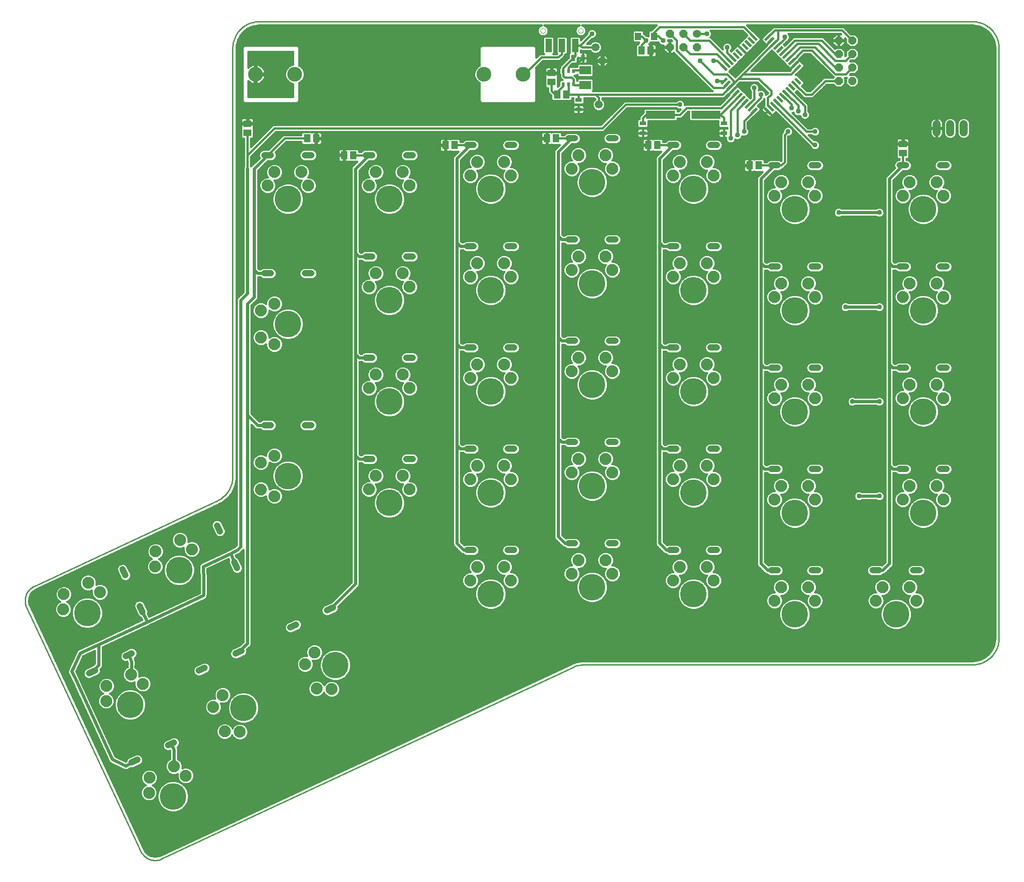
<source format=gtl>
G75*
G70*
%OFA0B0*%
%FSLAX24Y24*%
%IPPOS*%
%LPD*%
%AMOC8*
5,1,8,0,0,1.08239X$1,22.5*
%
%ADD10C,0.0100*%
%ADD11C,0.0885*%
%ADD12C,0.1970*%
%ADD13C,0.0480*%
%ADD14C,0.1095*%
%ADD15R,0.0591X0.0197*%
%ADD16R,0.0197X0.0591*%
%ADD17R,0.2165X0.0591*%
%ADD18R,0.0472X0.0315*%
%ADD19OC8,0.0600*%
%ADD20R,0.0236X0.0315*%
%ADD21R,0.0866X0.0630*%
%ADD22R,0.0472X0.0984*%
%ADD23C,0.0000*%
%ADD24C,0.0600*%
%ADD25R,0.0512X0.0591*%
%ADD26R,0.0591X0.0512*%
%ADD27R,0.0315X0.0472*%
%ADD28R,0.0472X0.0551*%
%ADD29C,0.0600*%
%ADD30C,0.0591*%
%ADD31C,0.0376*%
%ADD32C,0.0240*%
%ADD33C,0.0160*%
D10*
X011301Y002388D02*
X002853Y020446D01*
X002827Y020506D01*
X002804Y020569D01*
X002785Y020632D01*
X002769Y020696D01*
X002757Y020761D01*
X002748Y020827D01*
X002743Y020893D01*
X002742Y020959D01*
X002745Y021026D01*
X002751Y021092D01*
X002761Y021157D01*
X002775Y021222D01*
X002792Y021286D01*
X002813Y021349D01*
X002837Y021410D01*
X002865Y021470D01*
X002896Y021529D01*
X002930Y021586D01*
X002968Y021640D01*
X003008Y021693D01*
X003051Y021743D01*
X003098Y021791D01*
X003146Y021836D01*
X003197Y021878D01*
X003251Y021917D01*
X003306Y021953D01*
X003364Y021986D01*
X003423Y022016D01*
X003422Y022016D02*
X016965Y028348D01*
X016966Y028347D02*
X017049Y028389D01*
X017130Y028434D01*
X017209Y028483D01*
X017286Y028536D01*
X017360Y028592D01*
X017431Y028652D01*
X017500Y028715D01*
X017565Y028781D01*
X017627Y028850D01*
X017686Y028922D01*
X017741Y028997D01*
X017793Y029074D01*
X017841Y029153D01*
X017885Y029235D01*
X017926Y029319D01*
X017962Y029405D01*
X017994Y029492D01*
X018022Y029580D01*
X018046Y029670D01*
X018066Y029761D01*
X018081Y029853D01*
X018092Y029945D01*
X018099Y030038D01*
X018101Y030131D01*
X018100Y030131D02*
X018100Y061870D01*
X018102Y061964D01*
X018109Y062057D01*
X018120Y062150D01*
X018136Y062243D01*
X018156Y062334D01*
X018180Y062425D01*
X018208Y062514D01*
X018241Y062602D01*
X018278Y062688D01*
X018319Y062772D01*
X018364Y062855D01*
X018413Y062935D01*
X018465Y063012D01*
X018521Y063087D01*
X018581Y063159D01*
X018644Y063229D01*
X018710Y063295D01*
X018780Y063358D01*
X018852Y063418D01*
X018927Y063474D01*
X019004Y063526D01*
X019084Y063575D01*
X019167Y063620D01*
X019251Y063661D01*
X019337Y063698D01*
X019425Y063731D01*
X019514Y063759D01*
X019605Y063783D01*
X019696Y063803D01*
X019789Y063819D01*
X019882Y063830D01*
X019975Y063837D01*
X020069Y063839D01*
X072825Y063839D01*
X072919Y063837D01*
X073012Y063830D01*
X073105Y063819D01*
X073198Y063803D01*
X073289Y063783D01*
X073380Y063759D01*
X073469Y063731D01*
X073557Y063698D01*
X073643Y063661D01*
X073727Y063620D01*
X073809Y063575D01*
X073890Y063526D01*
X073967Y063474D01*
X074042Y063418D01*
X074114Y063358D01*
X074184Y063295D01*
X074250Y063229D01*
X074313Y063159D01*
X074373Y063087D01*
X074429Y063012D01*
X074481Y062935D01*
X074530Y062854D01*
X074575Y062772D01*
X074616Y062688D01*
X074653Y062602D01*
X074686Y062514D01*
X074714Y062425D01*
X074738Y062334D01*
X074758Y062243D01*
X074774Y062150D01*
X074785Y062057D01*
X074792Y061964D01*
X074794Y061870D01*
X074793Y061870D02*
X074793Y018169D01*
X074794Y018169D02*
X074792Y018075D01*
X074785Y017982D01*
X074774Y017889D01*
X074758Y017796D01*
X074738Y017705D01*
X074714Y017614D01*
X074686Y017525D01*
X074653Y017437D01*
X074616Y017351D01*
X074575Y017267D01*
X074530Y017185D01*
X074481Y017104D01*
X074429Y017027D01*
X074373Y016952D01*
X074313Y016880D01*
X074250Y016810D01*
X074184Y016744D01*
X074114Y016681D01*
X074042Y016621D01*
X073967Y016565D01*
X073890Y016513D01*
X073810Y016464D01*
X073727Y016419D01*
X073643Y016378D01*
X073557Y016341D01*
X073469Y016308D01*
X073380Y016280D01*
X073289Y016256D01*
X073198Y016236D01*
X073105Y016220D01*
X073012Y016209D01*
X072919Y016202D01*
X072825Y016200D01*
X072825Y016201D02*
X044127Y016201D01*
X043295Y016016D02*
X012870Y001818D01*
X012807Y001791D01*
X012743Y001767D01*
X012677Y001747D01*
X012610Y001731D01*
X012543Y001720D01*
X012475Y001712D01*
X012406Y001708D01*
X012337Y001707D01*
X012269Y001711D01*
X012201Y001719D01*
X012133Y001731D01*
X012066Y001747D01*
X012000Y001767D01*
X011936Y001790D01*
X011873Y001817D01*
X011811Y001848D01*
X011752Y001882D01*
X011695Y001920D01*
X011639Y001961D01*
X011587Y002005D01*
X011537Y002052D01*
X011490Y002102D01*
X011445Y002154D01*
X011404Y002209D01*
X011367Y002267D01*
X011332Y002326D01*
X011301Y002387D01*
X043294Y016016D02*
X043382Y016055D01*
X043471Y016089D01*
X043562Y016118D01*
X043654Y016143D01*
X043747Y016164D01*
X043841Y016180D01*
X043936Y016192D01*
X044031Y016199D01*
X044127Y016201D01*
D11*
X038691Y022437D03*
X038191Y023437D03*
X036191Y023437D03*
X035691Y022437D03*
X043191Y022937D03*
X043691Y023937D03*
X045691Y023937D03*
X046191Y022937D03*
X050691Y022437D03*
X051191Y023437D03*
X053191Y023437D03*
X053691Y022437D03*
X058191Y020937D03*
X058691Y021937D03*
X060691Y021937D03*
X061191Y020937D03*
X065691Y020937D03*
X066191Y021937D03*
X068191Y021937D03*
X068691Y020937D03*
X067691Y028437D03*
X068191Y029437D03*
X070191Y029437D03*
X070691Y028437D03*
X070691Y035937D03*
X070191Y036937D03*
X068191Y036937D03*
X067691Y035937D03*
X061191Y035937D03*
X060691Y036937D03*
X058691Y036937D03*
X058191Y035937D03*
X053691Y037437D03*
X053191Y038437D03*
X051191Y038437D03*
X050691Y037437D03*
X046191Y037937D03*
X045691Y038937D03*
X043691Y038937D03*
X043191Y037937D03*
X038691Y037437D03*
X038191Y038437D03*
X036191Y038437D03*
X035691Y037437D03*
X031191Y036687D03*
X030691Y037687D03*
X028691Y037687D03*
X028191Y036687D03*
X021191Y039933D03*
X020191Y040433D03*
X020191Y042433D03*
X021191Y042933D03*
X028191Y044187D03*
X028691Y045187D03*
X030691Y045187D03*
X031191Y044187D03*
X035691Y044937D03*
X036191Y045937D03*
X038191Y045937D03*
X038691Y044937D03*
X043191Y045437D03*
X043691Y046437D03*
X045691Y046437D03*
X046191Y045437D03*
X050691Y044937D03*
X051191Y045937D03*
X053191Y045937D03*
X053691Y044937D03*
X058191Y043437D03*
X058691Y044437D03*
X060691Y044437D03*
X061191Y043437D03*
X067691Y043437D03*
X068191Y044437D03*
X070191Y044437D03*
X070691Y043437D03*
X070691Y050937D03*
X070191Y051937D03*
X068191Y051937D03*
X067691Y050937D03*
X061191Y050937D03*
X060691Y051937D03*
X058691Y051937D03*
X058191Y050937D03*
X053691Y052437D03*
X053191Y053437D03*
X051191Y053437D03*
X050691Y052437D03*
X046191Y052937D03*
X045691Y053937D03*
X043691Y053937D03*
X043191Y052937D03*
X038691Y052437D03*
X038191Y053437D03*
X036191Y053437D03*
X035691Y052437D03*
X031191Y051687D03*
X030691Y052687D03*
X028691Y052687D03*
X028191Y051687D03*
X023691Y051687D03*
X023191Y052687D03*
X021191Y052687D03*
X020691Y051687D03*
X021191Y031683D03*
X020191Y031183D03*
X020191Y029183D03*
X021191Y028683D03*
X015086Y024741D03*
X014210Y025436D03*
X012397Y024591D03*
X012367Y023474D03*
X008289Y021572D03*
X007413Y022267D03*
X005600Y021422D03*
X005570Y020305D03*
X010582Y015470D03*
X011458Y014775D03*
X008769Y014625D03*
X008739Y013508D03*
X013752Y008672D03*
X014628Y007977D03*
X011939Y007827D03*
X011909Y006710D03*
X017513Y011254D03*
X018630Y011223D03*
X016667Y013066D03*
X017362Y013942D03*
X023464Y016236D03*
X024159Y017112D03*
X024310Y014424D03*
X025427Y014393D03*
X028191Y029187D03*
X028691Y030187D03*
X030691Y030187D03*
X031191Y029187D03*
X035691Y029937D03*
X036191Y030937D03*
X038191Y030937D03*
X038691Y029937D03*
X043191Y030437D03*
X043691Y031437D03*
X045691Y031437D03*
X046191Y030437D03*
X050691Y029937D03*
X051191Y030937D03*
X053191Y030937D03*
X053691Y029937D03*
X058191Y028437D03*
X058691Y029437D03*
X060691Y029437D03*
X061191Y028437D03*
D12*
X059691Y027437D03*
X052191Y028937D03*
X059691Y034937D03*
X052191Y036437D03*
X059691Y042437D03*
X052191Y043937D03*
X059691Y049937D03*
X052191Y051437D03*
X044691Y051937D03*
X037191Y051437D03*
X029691Y050687D03*
X022191Y050687D03*
X029691Y043187D03*
X037191Y043937D03*
X044691Y044437D03*
X044691Y036937D03*
X037191Y036437D03*
X029691Y035687D03*
X022191Y030183D03*
X029691Y028187D03*
X037191Y028937D03*
X044691Y029437D03*
X044691Y021937D03*
X052191Y021437D03*
X059691Y019937D03*
X067191Y019937D03*
X069191Y027437D03*
X069191Y034937D03*
X069191Y042437D03*
X069191Y049937D03*
X037191Y021437D03*
X025700Y016175D03*
X018903Y013005D03*
X013691Y006437D03*
X010521Y013235D03*
X007352Y020032D03*
X014149Y023201D03*
X022191Y041433D03*
D13*
X023451Y045187D02*
X023931Y045187D01*
X020931Y045187D02*
X020451Y045187D01*
X027951Y046437D02*
X028431Y046437D01*
X030951Y046437D02*
X031431Y046437D01*
X035451Y047187D02*
X035931Y047187D01*
X038451Y047187D02*
X038931Y047187D01*
X042951Y047687D02*
X043431Y047687D01*
X045951Y047687D02*
X046431Y047687D01*
X050451Y047187D02*
X050931Y047187D01*
X053451Y047187D02*
X053931Y047187D01*
X057951Y045687D02*
X058431Y045687D01*
X060951Y045687D02*
X061431Y045687D01*
X067451Y045687D02*
X067931Y045687D01*
X070451Y045687D02*
X070931Y045687D01*
X070931Y053187D02*
X070451Y053187D01*
X067931Y053187D02*
X067451Y053187D01*
X061431Y053187D02*
X060951Y053187D01*
X058431Y053187D02*
X057951Y053187D01*
X053931Y054687D02*
X053451Y054687D01*
X050931Y054687D02*
X050451Y054687D01*
X046431Y055187D02*
X045951Y055187D01*
X043431Y055187D02*
X042951Y055187D01*
X038931Y054687D02*
X038451Y054687D01*
X035931Y054687D02*
X035451Y054687D01*
X031431Y053937D02*
X030951Y053937D01*
X028431Y053937D02*
X027951Y053937D01*
X023931Y053937D02*
X023451Y053937D01*
X020931Y053937D02*
X020451Y053937D01*
X035451Y039687D02*
X035931Y039687D01*
X038451Y039687D02*
X038931Y039687D01*
X042951Y040187D02*
X043431Y040187D01*
X045951Y040187D02*
X046431Y040187D01*
X050451Y039687D02*
X050931Y039687D01*
X053451Y039687D02*
X053931Y039687D01*
X057951Y038187D02*
X058431Y038187D01*
X060951Y038187D02*
X061431Y038187D01*
X067451Y038187D02*
X067931Y038187D01*
X070451Y038187D02*
X070931Y038187D01*
X070931Y030687D02*
X070451Y030687D01*
X067931Y030687D02*
X067451Y030687D01*
X061431Y030687D02*
X060951Y030687D01*
X058431Y030687D02*
X057951Y030687D01*
X053931Y032187D02*
X053451Y032187D01*
X050931Y032187D02*
X050451Y032187D01*
X046431Y032687D02*
X045951Y032687D01*
X043431Y032687D02*
X042951Y032687D01*
X038931Y032187D02*
X038451Y032187D01*
X035931Y032187D02*
X035451Y032187D01*
X031431Y031437D02*
X030951Y031437D01*
X028431Y031437D02*
X027951Y031437D01*
X023931Y033937D02*
X023451Y033937D01*
X020931Y033937D02*
X020451Y033937D01*
X027951Y038937D02*
X028431Y038937D01*
X030951Y038937D02*
X031431Y038937D01*
X016955Y026514D02*
X017158Y026079D01*
X018223Y023795D02*
X018426Y023360D01*
X022364Y018952D02*
X022799Y019155D01*
X025083Y020220D02*
X025518Y020422D01*
X018752Y017223D02*
X018317Y017020D01*
X016033Y015955D02*
X015598Y015752D01*
X010634Y017039D02*
X010199Y016836D01*
X007916Y015771D02*
X007481Y015569D01*
X011426Y020110D02*
X011223Y020545D01*
X010158Y022829D02*
X009955Y023264D01*
X013768Y010422D02*
X013333Y010220D01*
X011049Y009155D02*
X010614Y008952D01*
X035451Y024687D02*
X035931Y024687D01*
X038451Y024687D02*
X038931Y024687D01*
X042951Y025187D02*
X043431Y025187D01*
X045951Y025187D02*
X046431Y025187D01*
X050451Y024687D02*
X050931Y024687D01*
X053451Y024687D02*
X053931Y024687D01*
X057951Y023187D02*
X058431Y023187D01*
X060951Y023187D02*
X061431Y023187D01*
X065451Y023187D02*
X065931Y023187D01*
X068451Y023187D02*
X068931Y023187D01*
D14*
X039591Y059937D03*
X036691Y059937D03*
X022691Y059937D03*
X019791Y059937D03*
D15*
G36*
X054601Y060161D02*
X054185Y060577D01*
X054323Y060715D01*
X054739Y060299D01*
X054601Y060161D01*
G37*
G36*
X054824Y060384D02*
X054408Y060800D01*
X054546Y060938D01*
X054962Y060522D01*
X054824Y060384D01*
G37*
G36*
X055047Y060607D02*
X054631Y061023D01*
X054769Y061161D01*
X055185Y060745D01*
X055047Y060607D01*
G37*
G36*
X055270Y060829D02*
X054854Y061245D01*
X054992Y061383D01*
X055408Y060967D01*
X055270Y060829D01*
G37*
G36*
X055492Y061052D02*
X055076Y061468D01*
X055214Y061606D01*
X055630Y061190D01*
X055492Y061052D01*
G37*
G36*
X055715Y061275D02*
X055299Y061691D01*
X055437Y061829D01*
X055853Y061413D01*
X055715Y061275D01*
G37*
G36*
X055938Y061498D02*
X055522Y061914D01*
X055660Y062052D01*
X056076Y061636D01*
X055938Y061498D01*
G37*
G36*
X056160Y061720D02*
X055744Y062136D01*
X055882Y062274D01*
X056298Y061858D01*
X056160Y061720D01*
G37*
G36*
X056383Y061943D02*
X055967Y062359D01*
X056105Y062497D01*
X056521Y062081D01*
X056383Y061943D01*
G37*
G36*
X056606Y062166D02*
X056190Y062582D01*
X056328Y062720D01*
X056744Y062304D01*
X056606Y062166D01*
G37*
G36*
X056829Y062388D02*
X056413Y062804D01*
X056551Y062942D01*
X056967Y062526D01*
X056829Y062388D01*
G37*
G36*
X060058Y059159D02*
X059642Y059575D01*
X059780Y059713D01*
X060196Y059297D01*
X060058Y059159D01*
G37*
G36*
X059835Y058936D02*
X059419Y059352D01*
X059557Y059490D01*
X059973Y059074D01*
X059835Y058936D01*
G37*
G36*
X059612Y058714D02*
X059196Y059130D01*
X059334Y059268D01*
X059750Y058852D01*
X059612Y058714D01*
G37*
G36*
X059390Y058491D02*
X058974Y058907D01*
X059112Y059045D01*
X059528Y058629D01*
X059390Y058491D01*
G37*
G36*
X059167Y058268D02*
X058751Y058684D01*
X058889Y058822D01*
X059305Y058406D01*
X059167Y058268D01*
G37*
G36*
X058944Y058045D02*
X058528Y058461D01*
X058666Y058599D01*
X059082Y058183D01*
X058944Y058045D01*
G37*
G36*
X058722Y057823D02*
X058306Y058239D01*
X058444Y058377D01*
X058860Y057961D01*
X058722Y057823D01*
G37*
G36*
X058499Y057600D02*
X058083Y058016D01*
X058221Y058154D01*
X058637Y057738D01*
X058499Y057600D01*
G37*
G36*
X058276Y057377D02*
X057860Y057793D01*
X057998Y057931D01*
X058414Y057515D01*
X058276Y057377D01*
G37*
G36*
X058053Y057155D02*
X057637Y057571D01*
X057775Y057709D01*
X058191Y057293D01*
X058053Y057155D01*
G37*
G36*
X057831Y056932D02*
X057415Y057348D01*
X057553Y057486D01*
X057969Y057070D01*
X057831Y056932D01*
G37*
D16*
G36*
X056551Y056932D02*
X056413Y057070D01*
X056829Y057486D01*
X056967Y057348D01*
X056551Y056932D01*
G37*
G36*
X056328Y057155D02*
X056190Y057293D01*
X056606Y057709D01*
X056744Y057571D01*
X056328Y057155D01*
G37*
G36*
X056105Y057377D02*
X055967Y057515D01*
X056383Y057931D01*
X056521Y057793D01*
X056105Y057377D01*
G37*
G36*
X055882Y057600D02*
X055744Y057738D01*
X056160Y058154D01*
X056298Y058016D01*
X055882Y057600D01*
G37*
G36*
X055660Y057823D02*
X055522Y057961D01*
X055938Y058377D01*
X056076Y058239D01*
X055660Y057823D01*
G37*
G36*
X055437Y058045D02*
X055299Y058183D01*
X055715Y058599D01*
X055853Y058461D01*
X055437Y058045D01*
G37*
G36*
X055214Y058268D02*
X055076Y058406D01*
X055492Y058822D01*
X055630Y058684D01*
X055214Y058268D01*
G37*
G36*
X054992Y058491D02*
X054854Y058629D01*
X055270Y059045D01*
X055408Y058907D01*
X054992Y058491D01*
G37*
G36*
X054769Y058714D02*
X054631Y058852D01*
X055047Y059268D01*
X055185Y059130D01*
X054769Y058714D01*
G37*
G36*
X054546Y058936D02*
X054408Y059074D01*
X054824Y059490D01*
X054962Y059352D01*
X054546Y058936D01*
G37*
G36*
X054323Y059159D02*
X054185Y059297D01*
X054601Y059713D01*
X054739Y059575D01*
X054323Y059159D01*
G37*
G36*
X057553Y062388D02*
X057415Y062526D01*
X057831Y062942D01*
X057969Y062804D01*
X057553Y062388D01*
G37*
G36*
X057775Y062166D02*
X057637Y062304D01*
X058053Y062720D01*
X058191Y062582D01*
X057775Y062166D01*
G37*
G36*
X057998Y061943D02*
X057860Y062081D01*
X058276Y062497D01*
X058414Y062359D01*
X057998Y061943D01*
G37*
G36*
X058221Y061720D02*
X058083Y061858D01*
X058499Y062274D01*
X058637Y062136D01*
X058221Y061720D01*
G37*
G36*
X058444Y061498D02*
X058306Y061636D01*
X058722Y062052D01*
X058860Y061914D01*
X058444Y061498D01*
G37*
G36*
X058666Y061275D02*
X058528Y061413D01*
X058944Y061829D01*
X059082Y061691D01*
X058666Y061275D01*
G37*
G36*
X058889Y061052D02*
X058751Y061190D01*
X059167Y061606D01*
X059305Y061468D01*
X058889Y061052D01*
G37*
G36*
X059112Y060829D02*
X058974Y060967D01*
X059390Y061383D01*
X059528Y061245D01*
X059112Y060829D01*
G37*
G36*
X059334Y060607D02*
X059196Y060745D01*
X059612Y061161D01*
X059750Y061023D01*
X059334Y060607D01*
G37*
G36*
X059557Y060384D02*
X059419Y060522D01*
X059835Y060938D01*
X059973Y060800D01*
X059557Y060384D01*
G37*
G36*
X059780Y060161D02*
X059642Y060299D01*
X060058Y060715D01*
X060196Y060577D01*
X059780Y060161D01*
G37*
D17*
X053134Y056937D03*
X049748Y056937D03*
D18*
X048441Y056291D03*
X048441Y055583D03*
X043691Y057333D03*
X043691Y058041D03*
X054441Y056291D03*
X054441Y055583D03*
D19*
X052441Y061937D03*
X051441Y061937D03*
X051441Y062937D03*
X050441Y062937D03*
X050441Y061937D03*
X062941Y061437D03*
X063941Y061437D03*
X063941Y060437D03*
X062941Y060437D03*
X062941Y059437D03*
X063941Y059437D03*
X063941Y062437D03*
X062941Y062437D03*
D20*
X043315Y060179D03*
X042941Y060179D03*
X042567Y060179D03*
X042567Y059195D03*
X042941Y059195D03*
X043315Y059195D03*
D21*
X044191Y059136D03*
X044191Y060238D03*
D22*
X043443Y062077D03*
X042458Y062077D03*
X041474Y062077D03*
D23*
X040884Y063160D02*
X040886Y063186D01*
X040892Y063212D01*
X040902Y063237D01*
X040915Y063260D01*
X040931Y063280D01*
X040951Y063298D01*
X040973Y063313D01*
X040996Y063325D01*
X041022Y063333D01*
X041048Y063337D01*
X041074Y063337D01*
X041100Y063333D01*
X041126Y063325D01*
X041150Y063313D01*
X041171Y063298D01*
X041191Y063280D01*
X041207Y063260D01*
X041220Y063237D01*
X041230Y063212D01*
X041236Y063186D01*
X041238Y063160D01*
X041236Y063134D01*
X041230Y063108D01*
X041220Y063083D01*
X041207Y063060D01*
X041191Y063040D01*
X041171Y063022D01*
X041149Y063007D01*
X041126Y062995D01*
X041100Y062987D01*
X041074Y062983D01*
X041048Y062983D01*
X041022Y062987D01*
X040996Y062995D01*
X040972Y063007D01*
X040951Y063022D01*
X040931Y063040D01*
X040915Y063060D01*
X040902Y063083D01*
X040892Y063108D01*
X040886Y063134D01*
X040884Y063160D01*
X043679Y063160D02*
X043681Y063186D01*
X043687Y063212D01*
X043697Y063237D01*
X043710Y063260D01*
X043726Y063280D01*
X043746Y063298D01*
X043768Y063313D01*
X043791Y063325D01*
X043817Y063333D01*
X043843Y063337D01*
X043869Y063337D01*
X043895Y063333D01*
X043921Y063325D01*
X043945Y063313D01*
X043966Y063298D01*
X043986Y063280D01*
X044002Y063260D01*
X044015Y063237D01*
X044025Y063212D01*
X044031Y063186D01*
X044033Y063160D01*
X044031Y063134D01*
X044025Y063108D01*
X044015Y063083D01*
X044002Y063060D01*
X043986Y063040D01*
X043966Y063022D01*
X043944Y063007D01*
X043921Y062995D01*
X043895Y062987D01*
X043869Y062983D01*
X043843Y062983D01*
X043817Y062987D01*
X043791Y062995D01*
X043767Y063007D01*
X043746Y063022D01*
X043726Y063040D01*
X043710Y063060D01*
X043697Y063083D01*
X043687Y063108D01*
X043681Y063134D01*
X043679Y063160D01*
D24*
X052441Y062937D03*
D25*
X049025Y061687D03*
X048356Y061687D03*
X042775Y058437D03*
X042106Y058437D03*
X042025Y055187D03*
X041356Y055187D03*
X034525Y054687D03*
X033856Y054687D03*
X027025Y053937D03*
X026356Y053937D03*
X024275Y055187D03*
X023606Y055187D03*
X048856Y054687D03*
X049525Y054687D03*
X056356Y053187D03*
X057025Y053187D03*
D26*
X067691Y054103D03*
X067691Y054772D03*
X041691Y059353D03*
X041691Y060022D03*
X019191Y056272D03*
X019191Y055603D03*
D27*
X043299Y061150D03*
X044008Y061150D03*
D28*
X048100Y062740D03*
X049281Y062740D03*
D29*
X070191Y056237D02*
X070191Y055637D01*
X071191Y055637D02*
X071191Y056237D01*
X072191Y056237D02*
X072191Y055637D01*
D30*
X045441Y060937D03*
X044941Y061937D03*
X045191Y057687D03*
D31*
X048691Y062437D03*
X049941Y062437D03*
X052691Y060937D03*
X053691Y060937D03*
X054691Y061937D03*
X055191Y062687D03*
X053191Y062937D03*
X053941Y059437D03*
X056691Y058937D03*
X057191Y058437D03*
X057941Y060687D03*
X058941Y062687D03*
X060941Y060187D03*
X059441Y057437D03*
X059941Y057187D03*
X060441Y056937D03*
X061191Y055687D03*
X061191Y054687D03*
X059191Y055687D03*
X055941Y055687D03*
X055441Y055437D03*
X054941Y055187D03*
X051191Y057687D03*
X044691Y062937D03*
X062941Y049687D03*
X065941Y049687D03*
X065941Y042687D03*
X063441Y042687D03*
X063941Y035687D03*
X065941Y035687D03*
X065941Y028687D03*
X064441Y028687D03*
X048441Y029187D03*
X064691Y061937D03*
D32*
X067691Y053187D02*
X066691Y052187D01*
X066691Y045937D01*
X066941Y045687D01*
X067691Y045687D01*
X066691Y045937D02*
X066691Y038437D01*
X066941Y038187D01*
X067691Y038187D01*
X066691Y038437D02*
X066691Y030937D01*
X066941Y030687D01*
X067691Y030687D01*
X066691Y030937D02*
X066691Y023687D01*
X066191Y023187D01*
X065691Y023187D01*
X065941Y028687D02*
X064441Y028687D01*
X058191Y030687D02*
X057441Y030687D01*
X057191Y030937D01*
X057191Y038437D01*
X057441Y038187D01*
X058191Y038187D01*
X057191Y038437D02*
X057191Y045937D01*
X057441Y045687D01*
X058191Y045687D01*
X057191Y045937D02*
X057191Y052187D01*
X058191Y053187D01*
X062941Y049687D02*
X065941Y049687D01*
X065941Y042687D02*
X063441Y042687D01*
X063941Y035687D02*
X065941Y035687D01*
X057191Y030937D02*
X057191Y023687D01*
X057691Y023187D01*
X058191Y023187D01*
X050691Y024687D02*
X050191Y024687D01*
X049691Y025187D01*
X049691Y032437D01*
X049941Y032187D01*
X050691Y032187D01*
X049691Y032437D02*
X049691Y039937D01*
X049941Y039687D01*
X050691Y039687D01*
X049691Y039937D02*
X049691Y047437D01*
X049941Y047187D01*
X050691Y047187D01*
X049691Y047437D02*
X049691Y053687D01*
X050691Y054687D01*
X043191Y055187D02*
X042191Y054187D01*
X042191Y047937D01*
X042441Y047687D01*
X043191Y047687D01*
X042191Y047937D02*
X042191Y040437D01*
X042441Y040187D01*
X043191Y040187D01*
X042191Y040437D02*
X042191Y032937D01*
X042441Y032687D01*
X043191Y032687D01*
X042191Y032937D02*
X042191Y025687D01*
X042691Y025187D01*
X043191Y025187D01*
X035691Y024687D02*
X035191Y024687D01*
X034691Y025187D01*
X034691Y032437D01*
X034941Y032187D01*
X035691Y032187D01*
X034691Y032437D02*
X034691Y039937D01*
X034941Y039687D01*
X035691Y039687D01*
X034691Y039937D02*
X034691Y047437D01*
X034941Y047187D01*
X035691Y047187D01*
X034691Y047437D02*
X034691Y053687D01*
X035691Y054687D01*
X028191Y053937D02*
X027191Y052937D01*
X027191Y046687D01*
X027441Y046437D01*
X028191Y046437D01*
X027191Y046687D02*
X027191Y039187D01*
X027441Y038937D01*
X028191Y038937D01*
X027191Y039187D02*
X027191Y031687D01*
X027441Y031437D01*
X028191Y031437D01*
X027191Y031687D02*
X027191Y022187D01*
X025325Y020321D01*
X025300Y020321D01*
X019191Y017778D02*
X018534Y017122D01*
X019191Y017778D02*
X019191Y034687D01*
X019941Y033937D01*
X020691Y033937D01*
X019191Y034687D02*
X019191Y042937D01*
X019691Y043437D01*
X019691Y045437D01*
X019941Y045187D01*
X020691Y045187D01*
X019691Y045437D02*
X019691Y052937D01*
X020691Y053937D01*
X019191Y052937D02*
X019191Y043687D01*
X018691Y043187D01*
X018691Y024937D01*
X018441Y024687D01*
X017941Y024437D01*
X015935Y023484D01*
X015941Y022437D01*
X015941Y021437D01*
X015935Y021319D01*
X011789Y019376D01*
X011325Y020328D01*
X011789Y019376D02*
X008042Y017620D01*
X006816Y017062D01*
X006191Y015687D01*
X006441Y015187D01*
X009191Y009187D01*
X010191Y008687D01*
X010831Y009053D01*
X013752Y008672D02*
X013769Y009902D01*
X013550Y010321D01*
X010582Y015470D02*
X010620Y016398D01*
X010417Y016938D01*
X008191Y017687D02*
X008191Y016163D01*
X007698Y015670D01*
X008042Y017620D02*
X008191Y017687D01*
X018325Y023578D02*
X017941Y024437D01*
D33*
X011347Y007629D02*
X009158Y007629D01*
X009232Y007471D02*
X011415Y007471D01*
X011411Y007474D02*
X011586Y007299D01*
X011646Y007275D01*
X011556Y007237D01*
X011381Y007062D01*
X011286Y006833D01*
X011286Y006586D01*
X011381Y006357D01*
X011556Y006182D01*
X011785Y006087D01*
X012032Y006087D01*
X012261Y006182D01*
X012436Y006357D01*
X012526Y006573D01*
X012526Y006284D01*
X012605Y005987D01*
X012758Y005722D01*
X012975Y005505D01*
X013241Y005352D01*
X013537Y005272D01*
X013844Y005272D01*
X014140Y005352D01*
X014406Y005505D01*
X014623Y005722D01*
X014776Y005987D01*
X014856Y006284D01*
X014856Y006591D01*
X014776Y006887D01*
X014623Y007152D01*
X014406Y007369D01*
X014140Y007523D01*
X013844Y007602D01*
X013537Y007602D01*
X013241Y007523D01*
X012975Y007369D01*
X012758Y007152D01*
X012605Y006887D01*
X012531Y006611D01*
X012531Y006833D01*
X012436Y007062D01*
X012261Y007237D01*
X012201Y007262D01*
X012292Y007299D01*
X012467Y007474D01*
X012562Y007703D01*
X012562Y007951D01*
X012467Y008180D01*
X012292Y008355D01*
X012063Y008450D01*
X011815Y008450D01*
X011586Y008355D01*
X011411Y008180D01*
X011317Y007951D01*
X011317Y007703D01*
X011411Y007474D01*
X011574Y007312D02*
X009306Y007312D01*
X009380Y007154D02*
X011472Y007154D01*
X011353Y006995D02*
X009455Y006995D01*
X009529Y006837D02*
X011287Y006837D01*
X011286Y006678D02*
X009603Y006678D01*
X009677Y006520D02*
X011313Y006520D01*
X011379Y006361D02*
X009751Y006361D01*
X009825Y006202D02*
X011535Y006202D01*
X012282Y006202D02*
X012547Y006202D01*
X012526Y006361D02*
X012438Y006361D01*
X012504Y006520D02*
X012526Y006520D01*
X012531Y006678D02*
X012549Y006678D01*
X012530Y006837D02*
X012592Y006837D01*
X012668Y006995D02*
X012464Y006995D01*
X012345Y007154D02*
X012760Y007154D01*
X012918Y007312D02*
X012305Y007312D01*
X012463Y007471D02*
X013151Y007471D01*
X012531Y007629D02*
X014098Y007629D01*
X014100Y007625D02*
X014275Y007450D01*
X014504Y007355D01*
X014751Y007355D01*
X014980Y007450D01*
X015155Y007625D01*
X015250Y007854D01*
X015250Y008101D01*
X015155Y008330D01*
X014980Y008505D01*
X014751Y008600D01*
X014504Y008600D01*
X014373Y008546D01*
X014374Y008549D01*
X014374Y008796D01*
X014279Y009025D01*
X014104Y009200D01*
X014060Y009219D01*
X014069Y009854D01*
X014074Y009869D01*
X014070Y009913D01*
X014070Y009957D01*
X014064Y009972D01*
X014063Y009988D01*
X014042Y010027D01*
X014026Y010068D01*
X014018Y010076D01*
X014021Y010077D01*
X014134Y010200D01*
X014191Y010357D01*
X014184Y010524D01*
X014113Y010676D01*
X013990Y010789D01*
X013833Y010846D01*
X013666Y010838D01*
X013079Y010565D01*
X012967Y010442D01*
X012909Y010285D01*
X012917Y010118D01*
X012987Y009966D01*
X013111Y009854D01*
X013268Y009796D01*
X013434Y009804D01*
X013468Y009819D01*
X013460Y009225D01*
X013399Y009200D01*
X013224Y009025D01*
X013129Y008796D01*
X013129Y008549D01*
X013224Y008320D01*
X013399Y008145D01*
X013628Y008050D01*
X013876Y008050D01*
X014006Y008104D01*
X014005Y008101D01*
X014005Y007854D01*
X014100Y007625D01*
X014032Y007788D02*
X012562Y007788D01*
X012562Y007946D02*
X014005Y007946D01*
X014230Y007471D02*
X014254Y007471D01*
X014463Y007312D02*
X023982Y007312D01*
X024321Y007471D02*
X015001Y007471D01*
X015157Y007629D02*
X024661Y007629D01*
X025001Y007788D02*
X015223Y007788D01*
X015250Y007946D02*
X025341Y007946D01*
X025680Y008105D02*
X015248Y008105D01*
X015183Y008264D02*
X026020Y008264D01*
X026360Y008422D02*
X015063Y008422D01*
X014798Y008581D02*
X026699Y008581D01*
X027039Y008739D02*
X014374Y008739D01*
X014374Y008581D02*
X014457Y008581D01*
X014332Y008898D02*
X027379Y008898D01*
X027719Y009056D02*
X014248Y009056D01*
X014069Y009215D02*
X028058Y009215D01*
X028398Y009373D02*
X014062Y009373D01*
X014064Y009532D02*
X028738Y009532D01*
X029078Y009690D02*
X014066Y009690D01*
X014069Y009849D02*
X029417Y009849D01*
X029757Y010008D02*
X014053Y010008D01*
X014102Y010166D02*
X030097Y010166D01*
X030437Y010325D02*
X014179Y010325D01*
X014185Y010483D02*
X030776Y010483D01*
X031116Y010642D02*
X018853Y010642D01*
X018754Y010601D02*
X018983Y010695D01*
X019158Y010870D01*
X019253Y011099D01*
X019253Y011347D01*
X019158Y011576D01*
X018983Y011751D01*
X018767Y011840D01*
X019056Y011840D01*
X019352Y011920D01*
X019618Y012073D01*
X019835Y012290D01*
X019988Y012555D01*
X020068Y012852D01*
X020068Y013159D01*
X019988Y013455D01*
X019835Y013720D01*
X019618Y013937D01*
X019352Y014091D01*
X019056Y014170D01*
X018749Y014170D01*
X018453Y014091D01*
X018187Y013937D01*
X017970Y013720D01*
X017817Y013455D01*
X017738Y013159D01*
X017738Y012852D01*
X017817Y012555D01*
X017970Y012290D01*
X018187Y012073D01*
X018453Y011920D01*
X018729Y011846D01*
X018506Y011846D01*
X018278Y011751D01*
X018103Y011576D01*
X018078Y011516D01*
X018040Y011606D01*
X017865Y011781D01*
X017637Y011876D01*
X017389Y011876D01*
X017160Y011781D01*
X016985Y011606D01*
X016890Y011377D01*
X016890Y011130D01*
X016985Y010901D01*
X017160Y010726D01*
X017389Y010631D01*
X017637Y010631D01*
X017865Y010726D01*
X018040Y010901D01*
X018065Y010961D01*
X018103Y010870D01*
X018278Y010695D01*
X018506Y010601D01*
X018754Y010601D01*
X018407Y010642D02*
X017662Y010642D01*
X017363Y010642D02*
X014129Y010642D01*
X013958Y010800D02*
X017086Y010800D01*
X016961Y010959D02*
X008709Y010959D01*
X008636Y011117D02*
X016895Y011117D01*
X016890Y011276D02*
X008563Y011276D01*
X008491Y011434D02*
X016914Y011434D01*
X016979Y011593D02*
X008418Y011593D01*
X008345Y011751D02*
X017130Y011751D01*
X017895Y011751D02*
X018279Y011751D01*
X018120Y011593D02*
X018046Y011593D01*
X018195Y012069D02*
X008200Y012069D01*
X008127Y012227D02*
X009937Y012227D01*
X009805Y012303D02*
X010071Y012150D01*
X010367Y012070D01*
X010674Y012070D01*
X010970Y012150D01*
X011236Y012303D01*
X011453Y012520D01*
X011606Y012785D01*
X011686Y013082D01*
X011686Y013389D01*
X011606Y013685D01*
X011453Y013950D01*
X011236Y014167D01*
X010970Y014321D01*
X010674Y014400D01*
X010367Y014400D01*
X010071Y014321D01*
X009805Y014167D01*
X009588Y013950D01*
X009435Y013685D01*
X009361Y013409D01*
X009361Y013631D01*
X009266Y013860D01*
X009091Y014035D01*
X009031Y014060D01*
X009122Y014097D01*
X009297Y014272D01*
X009392Y014501D01*
X009392Y014749D01*
X009297Y014978D01*
X009122Y015153D01*
X008893Y015248D01*
X008645Y015248D01*
X008416Y015153D01*
X008241Y014978D01*
X008147Y014749D01*
X008147Y014501D01*
X008241Y014272D01*
X008416Y014097D01*
X008476Y014073D01*
X008386Y014035D01*
X008211Y013860D01*
X008116Y013631D01*
X008116Y013384D01*
X008211Y013155D01*
X008386Y012980D01*
X008615Y012885D01*
X008862Y012885D01*
X009091Y012980D01*
X009266Y013155D01*
X009356Y013371D01*
X009356Y013082D01*
X009435Y012785D01*
X009588Y012520D01*
X009805Y012303D01*
X009723Y012386D02*
X008055Y012386D01*
X007982Y012544D02*
X009574Y012544D01*
X009483Y012703D02*
X007909Y012703D01*
X007837Y012861D02*
X009415Y012861D01*
X009372Y013020D02*
X009131Y013020D01*
X009276Y013178D02*
X009356Y013178D01*
X009342Y013337D02*
X009356Y013337D01*
X009361Y013495D02*
X009384Y013495D01*
X009352Y013654D02*
X009427Y013654D01*
X009509Y013813D02*
X009286Y013813D01*
X009155Y013971D02*
X009609Y013971D01*
X009768Y014130D02*
X009154Y014130D01*
X009303Y014288D02*
X010015Y014288D01*
X009369Y014447D02*
X010920Y014447D01*
X010930Y014423D02*
X011105Y014248D01*
X011334Y014153D01*
X011581Y014153D01*
X011810Y014248D01*
X011985Y014423D01*
X012080Y014651D01*
X012080Y014899D01*
X011985Y015128D01*
X011810Y015303D01*
X011581Y015398D01*
X011334Y015398D01*
X011203Y015344D01*
X011204Y015346D01*
X011204Y015594D01*
X011109Y015823D01*
X010934Y015998D01*
X010904Y016011D01*
X010917Y016327D01*
X010918Y016328D01*
X010920Y016384D01*
X010922Y016445D01*
X010922Y016446D01*
X010922Y016447D01*
X010902Y016499D01*
X010881Y016557D01*
X010880Y016558D01*
X010838Y016671D01*
X010888Y016694D01*
X011001Y016817D01*
X011058Y016974D01*
X011050Y017141D01*
X010980Y017292D01*
X010857Y017405D01*
X010700Y017462D01*
X010533Y017455D01*
X009946Y017182D01*
X009833Y017059D01*
X009776Y016902D01*
X009784Y016735D01*
X009854Y016583D01*
X009977Y016470D01*
X010134Y016413D01*
X010291Y016420D01*
X010318Y016349D01*
X008491Y016349D01*
X008491Y016191D02*
X010311Y016191D01*
X010318Y016349D02*
X010304Y016029D01*
X010229Y015998D01*
X010054Y015823D01*
X009959Y015594D01*
X009959Y015346D01*
X010054Y015118D01*
X010229Y014943D01*
X010458Y014848D01*
X010706Y014848D01*
X010836Y014902D01*
X010835Y014899D01*
X010835Y014651D01*
X010930Y014423D01*
X011027Y014288D02*
X011064Y014288D01*
X011274Y014130D02*
X016766Y014130D01*
X016740Y014066D02*
X016740Y013818D01*
X016794Y013688D01*
X016791Y013689D01*
X016544Y013689D01*
X016315Y013594D01*
X016140Y013419D01*
X016045Y013190D01*
X016045Y012942D01*
X016140Y012714D01*
X016315Y012538D01*
X016544Y012444D01*
X016791Y012444D01*
X017020Y012538D01*
X017195Y012714D01*
X017290Y012942D01*
X017290Y013190D01*
X017236Y013321D01*
X017239Y013319D01*
X017486Y013319D01*
X017715Y013414D01*
X017890Y013589D01*
X017985Y013818D01*
X017985Y014066D01*
X017890Y014295D01*
X017715Y014470D01*
X017486Y014564D01*
X017239Y014564D01*
X017010Y014470D01*
X016835Y014295D01*
X016740Y014066D01*
X016740Y013971D02*
X011432Y013971D01*
X011533Y013813D02*
X016742Y013813D01*
X016460Y013654D02*
X011615Y013654D01*
X011657Y013495D02*
X016216Y013495D01*
X016106Y013337D02*
X011686Y013337D01*
X011686Y013178D02*
X016045Y013178D01*
X016045Y013020D02*
X011669Y013020D01*
X011627Y012861D02*
X016079Y012861D01*
X016151Y012703D02*
X011559Y012703D01*
X011467Y012544D02*
X016309Y012544D01*
X017026Y012544D02*
X017824Y012544D01*
X017778Y012703D02*
X017184Y012703D01*
X017256Y012861D02*
X017738Y012861D01*
X017738Y013020D02*
X017290Y013020D01*
X017290Y013178D02*
X017743Y013178D01*
X017786Y013337D02*
X017528Y013337D01*
X017796Y013495D02*
X017841Y013495D01*
X017917Y013654D02*
X017932Y013654D01*
X017983Y013813D02*
X018063Y013813D01*
X017985Y013971D02*
X018246Y013971D01*
X017959Y014130D02*
X018598Y014130D01*
X019207Y014130D02*
X023758Y014130D01*
X023782Y014071D02*
X023957Y013896D01*
X024186Y013801D01*
X024434Y013801D01*
X024662Y013896D01*
X024837Y014071D01*
X024862Y014131D01*
X024900Y014040D01*
X025075Y013865D01*
X025303Y013771D01*
X025551Y013771D01*
X025780Y013865D01*
X025955Y014040D01*
X026050Y014269D01*
X026050Y014517D01*
X025955Y014746D01*
X025780Y014921D01*
X025564Y015010D01*
X025853Y015010D01*
X026149Y015090D01*
X026415Y015243D01*
X026632Y015460D01*
X026785Y015725D01*
X026865Y016022D01*
X026865Y016329D01*
X026785Y016625D01*
X026632Y016890D01*
X026415Y017107D01*
X026149Y017261D01*
X025853Y017340D01*
X025546Y017340D01*
X025250Y017261D01*
X024984Y017107D01*
X024767Y016890D01*
X024614Y016625D01*
X024535Y016329D01*
X024535Y016022D01*
X024614Y015725D01*
X024767Y015460D01*
X024984Y015243D01*
X025250Y015090D01*
X025526Y015016D01*
X025303Y015016D01*
X025075Y014921D01*
X024900Y014746D01*
X024875Y014686D01*
X024837Y014776D01*
X024662Y014951D01*
X024434Y015046D01*
X024186Y015046D01*
X023957Y014951D01*
X023782Y014776D01*
X023687Y014547D01*
X023687Y014300D01*
X023782Y014071D01*
X023882Y013971D02*
X019560Y013971D01*
X019743Y013813D02*
X024158Y013813D01*
X024461Y013813D02*
X025202Y013813D01*
X024969Y013971D02*
X024738Y013971D01*
X024862Y014130D02*
X024863Y014130D01*
X024843Y014764D02*
X024918Y014764D01*
X025079Y014922D02*
X024691Y014922D01*
X024990Y015239D02*
X011874Y015239D01*
X012005Y015081D02*
X025282Y015081D01*
X025776Y014922D02*
X040289Y014922D01*
X039949Y014764D02*
X025937Y014764D01*
X026013Y014605D02*
X039609Y014605D01*
X039270Y014447D02*
X026050Y014447D01*
X026050Y014288D02*
X038930Y014288D01*
X038590Y014130D02*
X025992Y014130D01*
X025886Y013971D02*
X038250Y013971D01*
X037911Y013813D02*
X025653Y013813D01*
X026117Y015081D02*
X040629Y015081D01*
X040968Y015239D02*
X026409Y015239D01*
X026570Y015398D02*
X041308Y015398D01*
X041648Y015557D02*
X026688Y015557D01*
X026779Y015715D02*
X041988Y015715D01*
X042327Y015874D02*
X026825Y015874D01*
X026865Y016032D02*
X042667Y016032D01*
X043007Y016191D02*
X026865Y016191D01*
X026859Y016349D02*
X043347Y016349D01*
X043400Y016374D02*
X043177Y016270D01*
X043126Y016246D01*
X012752Y002072D01*
X012619Y002022D01*
X012340Y001988D01*
X012063Y002041D01*
X011817Y002178D01*
X011624Y002384D01*
X011555Y002506D01*
X011532Y002554D01*
X003106Y020565D01*
X003064Y020674D01*
X003022Y020906D01*
X003043Y021140D01*
X003123Y021361D01*
X003258Y021554D01*
X003438Y021706D01*
X003541Y021763D01*
X003591Y021786D01*
X003591Y021786D01*
X017134Y028117D01*
X017134Y028118D01*
X017316Y028202D01*
X017719Y028518D01*
X018041Y028916D01*
X018265Y029376D01*
X018265Y029376D01*
X018380Y029875D01*
X018380Y030075D01*
X018380Y030075D01*
X018380Y061870D01*
X018391Y062059D01*
X018475Y062428D01*
X018639Y062769D01*
X018875Y063064D01*
X019170Y063300D01*
X019511Y063464D01*
X019880Y063548D01*
X020069Y063559D01*
X040961Y063559D01*
X040830Y063505D01*
X040716Y063390D01*
X040654Y063241D01*
X040654Y063079D01*
X040716Y062929D01*
X040830Y062814D01*
X040980Y062752D01*
X041142Y062752D01*
X041291Y062814D01*
X041406Y062929D01*
X041468Y063079D01*
X041468Y063241D01*
X041406Y063390D01*
X041291Y063505D01*
X041161Y063559D01*
X043756Y063559D01*
X043625Y063505D01*
X043511Y063390D01*
X043449Y063241D01*
X043449Y063079D01*
X043511Y062929D01*
X043625Y062814D01*
X043775Y062752D01*
X043937Y062752D01*
X044087Y062814D01*
X044201Y062929D01*
X044263Y063079D01*
X044263Y063241D01*
X044201Y063390D01*
X044087Y063505D01*
X043956Y063559D01*
X049445Y063559D01*
X049116Y063230D01*
X049082Y063196D01*
X048970Y063196D01*
X048865Y063090D01*
X048865Y062763D01*
X048764Y062805D01*
X048690Y062805D01*
X048535Y062961D01*
X048516Y062968D01*
X048516Y063090D01*
X048411Y063196D01*
X047789Y063196D01*
X047684Y063090D01*
X047684Y062390D01*
X047789Y062285D01*
X048171Y062285D01*
X048136Y062250D01*
X048099Y062162D01*
X048026Y062162D01*
X047920Y062057D01*
X047920Y061317D01*
X048026Y061212D01*
X048686Y061212D01*
X048699Y061225D01*
X048700Y061224D01*
X048746Y061212D01*
X048977Y061212D01*
X048977Y061639D01*
X049073Y061639D01*
X049073Y061212D01*
X049305Y061212D01*
X049351Y061224D01*
X049392Y061248D01*
X049425Y061281D01*
X049449Y061322D01*
X049461Y061368D01*
X049461Y061639D01*
X049074Y061639D01*
X049074Y061735D01*
X049461Y061735D01*
X049461Y062006D01*
X049449Y062052D01*
X049425Y062093D01*
X049392Y062126D01*
X049351Y062150D01*
X049305Y062162D01*
X049073Y062162D01*
X049073Y061735D01*
X048977Y061735D01*
X048977Y062162D01*
X048936Y062162D01*
X049003Y062229D01*
X049026Y062285D01*
X049592Y062285D01*
X049601Y062294D01*
X049629Y062229D01*
X049732Y062125D01*
X049867Y062069D01*
X049961Y062069D01*
X049961Y061957D01*
X050420Y061957D01*
X050420Y061917D01*
X049961Y061917D01*
X049961Y061738D01*
X050242Y061457D01*
X050421Y061457D01*
X050421Y061917D01*
X050461Y061917D01*
X050461Y061457D01*
X050639Y061457D01*
X050721Y061539D01*
X053470Y058790D01*
X053543Y058717D01*
X053591Y058697D01*
X044889Y058697D01*
X044754Y058697D01*
X044804Y058746D01*
X044804Y059525D01*
X044698Y059631D01*
X043683Y059631D01*
X043578Y059525D01*
X043578Y059462D01*
X043575Y059465D01*
X043575Y059615D01*
X043535Y059710D01*
X043462Y059784D01*
X043404Y059842D01*
X043507Y059842D01*
X043578Y059912D01*
X043578Y059849D01*
X043683Y059743D01*
X044698Y059743D01*
X044804Y059849D01*
X044804Y060628D01*
X044698Y060733D01*
X043683Y060733D01*
X043578Y060628D01*
X043578Y060498D01*
X043526Y060498D01*
X043507Y060517D01*
X043122Y060517D01*
X043114Y060508D01*
X043083Y060517D01*
X043034Y060517D01*
X043250Y060734D01*
X043531Y060734D01*
X043636Y060839D01*
X043636Y061120D01*
X043663Y061146D01*
X043670Y061163D01*
X043670Y061150D01*
X044007Y061150D01*
X044007Y061150D01*
X044007Y061566D01*
X043859Y061566D01*
X043859Y061702D01*
X043919Y061677D01*
X044022Y061677D01*
X044534Y061677D01*
X044538Y061668D01*
X044671Y061534D01*
X044846Y061462D01*
X045035Y061462D01*
X045210Y061534D01*
X045344Y061668D01*
X045416Y061843D01*
X045416Y062032D01*
X045344Y062206D01*
X045210Y062340D01*
X045035Y062412D01*
X044846Y062412D01*
X044671Y062340D01*
X044538Y062206D01*
X044534Y062197D01*
X044318Y062197D01*
X044690Y062569D01*
X044764Y062569D01*
X044899Y062625D01*
X045003Y062729D01*
X045059Y062864D01*
X045059Y063010D01*
X045003Y063146D01*
X044899Y063249D01*
X044764Y063305D01*
X044617Y063305D01*
X044482Y063249D01*
X044379Y063146D01*
X044323Y063010D01*
X044323Y062937D01*
X043859Y062473D01*
X043859Y062644D01*
X043753Y062749D01*
X043132Y062749D01*
X043026Y062644D01*
X043026Y061525D01*
X042961Y061461D01*
X042961Y061180D01*
X042346Y060565D01*
X042307Y060469D01*
X042307Y060449D01*
X042269Y060411D01*
X042269Y059947D01*
X042307Y059909D01*
X042307Y059863D01*
X042307Y059759D01*
X042346Y059664D01*
X042470Y059540D01*
X042478Y059532D01*
X042374Y059532D01*
X042269Y059427D01*
X042269Y059133D01*
X042166Y059030D01*
X042166Y059683D01*
X042153Y059696D01*
X042154Y059696D01*
X042166Y059742D01*
X042166Y059974D01*
X041739Y059974D01*
X041739Y060070D01*
X042166Y060070D01*
X042166Y060301D01*
X042154Y060347D01*
X042130Y060388D01*
X042096Y060422D01*
X042055Y060445D01*
X042010Y060458D01*
X041739Y060458D01*
X041739Y060070D01*
X041643Y060070D01*
X041643Y060458D01*
X041372Y060458D01*
X041326Y060445D01*
X041285Y060422D01*
X041251Y060388D01*
X041228Y060347D01*
X041215Y060301D01*
X041215Y060070D01*
X041642Y060070D01*
X041642Y059974D01*
X041215Y059974D01*
X041215Y059742D01*
X041228Y059696D01*
X041215Y059683D01*
X041215Y059022D01*
X041321Y058917D01*
X041431Y058917D01*
X041431Y058635D01*
X041470Y058540D01*
X041543Y058467D01*
X041670Y058340D01*
X041670Y058067D01*
X041776Y057962D01*
X042436Y057962D01*
X042441Y057966D01*
X042445Y057962D01*
X043106Y057962D01*
X043211Y058067D01*
X043211Y058177D01*
X043274Y058177D01*
X043274Y057809D01*
X043380Y057704D01*
X044001Y057704D01*
X044107Y057809D01*
X044107Y058177D01*
X044833Y058177D01*
X044921Y058089D01*
X044788Y057956D01*
X044715Y057782D01*
X044715Y057593D01*
X044788Y057418D01*
X044921Y057284D01*
X045096Y057212D01*
X045285Y057212D01*
X045460Y057284D01*
X045594Y057418D01*
X045666Y057593D01*
X045666Y057782D01*
X045594Y057956D01*
X045460Y058090D01*
X045451Y058094D01*
X045451Y058135D01*
X045451Y058177D01*
X054303Y058177D01*
X054406Y058177D01*
X054502Y058217D01*
X054756Y058471D01*
X054794Y058432D01*
X055130Y058768D01*
X055130Y058767D01*
X054795Y058432D01*
X054833Y058393D01*
X054138Y057697D01*
X051639Y057697D01*
X051559Y057664D01*
X051559Y057760D01*
X051503Y057896D01*
X051399Y057999D01*
X051264Y058055D01*
X051117Y058055D01*
X050982Y057999D01*
X050930Y057947D01*
X047242Y057947D01*
X047139Y057947D01*
X047043Y057908D01*
X045333Y056197D01*
X021242Y056197D01*
X021139Y056197D01*
X021043Y056158D01*
X019451Y054565D01*
X019451Y055167D01*
X019561Y055167D01*
X019666Y055272D01*
X019666Y055933D01*
X019653Y055946D01*
X019654Y055946D01*
X019666Y055992D01*
X019666Y056224D01*
X019239Y056224D01*
X019239Y056320D01*
X019666Y056320D01*
X019666Y056551D01*
X019654Y056597D01*
X019630Y056638D01*
X019596Y056672D01*
X019555Y056695D01*
X019510Y056708D01*
X019239Y056708D01*
X019239Y056320D01*
X019143Y056320D01*
X019143Y056708D01*
X018872Y056708D01*
X018826Y056695D01*
X018785Y056672D01*
X018751Y056638D01*
X018728Y056597D01*
X018715Y056551D01*
X018715Y056320D01*
X019142Y056320D01*
X019142Y056224D01*
X018715Y056224D01*
X018715Y055992D01*
X018728Y055946D01*
X018715Y055933D01*
X018715Y055272D01*
X018821Y055167D01*
X018931Y055167D01*
X018931Y053989D01*
X018931Y053885D01*
X018931Y053093D01*
X018891Y052997D01*
X018891Y043811D01*
X018436Y043357D01*
X018391Y043247D01*
X018391Y043127D01*
X018391Y025061D01*
X018263Y024934D01*
X017812Y024708D01*
X017764Y024687D01*
X017761Y024684D01*
X015812Y023758D01*
X015763Y023738D01*
X015759Y023733D01*
X015752Y023730D01*
X015716Y023690D01*
X015680Y023653D01*
X015677Y023646D01*
X015672Y023641D01*
X015654Y023591D01*
X015634Y023542D01*
X015635Y023535D01*
X015632Y023529D01*
X015635Y023476D01*
X015641Y022439D01*
X015641Y021512D01*
X011929Y019773D01*
X011827Y019983D01*
X011849Y020045D01*
X011842Y020212D01*
X011569Y020798D01*
X011445Y020911D01*
X011288Y020968D01*
X011121Y020961D01*
X010970Y020890D01*
X010857Y020767D01*
X010800Y020610D01*
X010807Y020443D01*
X011081Y019857D01*
X011204Y019744D01*
X011291Y019712D01*
X011386Y019518D01*
X008031Y017945D01*
X008021Y017941D01*
X008020Y017940D01*
X007915Y017891D01*
X007864Y017868D01*
X006701Y017339D01*
X006654Y017322D01*
X006647Y017315D01*
X006637Y017311D01*
X006603Y017274D01*
X006567Y017241D01*
X006563Y017231D01*
X006556Y017223D01*
X006538Y017177D01*
X005936Y015851D01*
X005925Y015839D01*
X005911Y015797D01*
X005893Y015757D01*
X005892Y015741D01*
X005887Y015725D01*
X005890Y015682D01*
X005889Y015638D01*
X005895Y015623D01*
X005896Y015606D01*
X005915Y015567D01*
X005931Y015526D01*
X005942Y015514D01*
X006170Y015058D01*
X008911Y009077D01*
X008925Y009036D01*
X008936Y009023D01*
X008943Y009008D01*
X008975Y008978D01*
X009003Y008946D01*
X009018Y008938D01*
X009030Y008927D01*
X009071Y008912D01*
X010030Y008432D01*
X010054Y008413D01*
X010083Y008406D01*
X010110Y008392D01*
X010140Y008390D01*
X010169Y008382D01*
X010199Y008386D01*
X010229Y008384D01*
X010258Y008393D01*
X010288Y008397D01*
X010314Y008412D01*
X010342Y008421D01*
X010365Y008441D01*
X010530Y008535D01*
X010549Y008529D01*
X010716Y008536D01*
X011302Y008809D01*
X011415Y008932D01*
X011472Y009089D01*
X011465Y009256D01*
X011394Y009408D01*
X011271Y009521D01*
X011114Y009578D01*
X010947Y009571D01*
X010361Y009297D01*
X010248Y009174D01*
X010198Y009037D01*
X010181Y009027D01*
X009419Y009408D01*
X006736Y015263D01*
X006736Y015268D01*
X006711Y015316D01*
X006689Y015366D01*
X006685Y015370D01*
X006523Y015693D01*
X007042Y016836D01*
X007891Y017221D01*
X007891Y016287D01*
X007771Y016168D01*
X007227Y015914D01*
X007114Y015791D01*
X007057Y015634D01*
X007065Y015467D01*
X007135Y015315D01*
X007258Y015202D01*
X007415Y015145D01*
X007582Y015153D01*
X008169Y015426D01*
X008282Y015549D01*
X008339Y015706D01*
X008331Y015873D01*
X008329Y015877D01*
X008361Y015908D01*
X008445Y015993D01*
X008491Y016103D01*
X008491Y017499D01*
X011865Y019080D01*
X011867Y019080D01*
X011918Y019105D01*
X011970Y019130D01*
X016049Y021041D01*
X016092Y021057D01*
X016103Y021066D01*
X016116Y021073D01*
X016147Y021106D01*
X016180Y021137D01*
X016187Y021150D01*
X016197Y021161D01*
X016212Y021204D01*
X016231Y021244D01*
X016232Y021259D01*
X016237Y021273D01*
X016235Y021318D01*
X016238Y021370D01*
X016241Y021377D01*
X016241Y021430D01*
X016243Y021482D01*
X016241Y021489D01*
X016241Y022378D01*
X016241Y022379D01*
X016241Y022435D01*
X016241Y022497D01*
X016240Y022498D01*
X016236Y023295D01*
X017792Y024034D01*
X017831Y023946D01*
X017800Y023860D01*
X017807Y023693D01*
X018081Y023107D01*
X018204Y022994D01*
X018361Y022937D01*
X018528Y022944D01*
X018679Y023015D01*
X018792Y023138D01*
X018849Y023295D01*
X018842Y023462D01*
X018569Y024048D01*
X018445Y024161D01*
X018382Y024184D01*
X018332Y024297D01*
X018565Y024414D01*
X018611Y024433D01*
X018618Y024441D01*
X018628Y024446D01*
X018660Y024483D01*
X018861Y024683D01*
X018891Y024713D01*
X018891Y017903D01*
X018607Y017619D01*
X018063Y017366D01*
X017951Y017242D01*
X017893Y017085D01*
X017901Y016919D01*
X017971Y016767D01*
X018095Y016654D01*
X018252Y016597D01*
X018418Y016604D01*
X019005Y016878D01*
X019118Y017001D01*
X019175Y017158D01*
X019168Y017325D01*
X019166Y017329D01*
X019445Y017608D01*
X019491Y017719D01*
X019491Y017838D01*
X019491Y033963D01*
X019771Y033683D01*
X019881Y033637D01*
X020000Y033637D01*
X020157Y033637D01*
X020213Y033581D01*
X020367Y033517D01*
X021014Y033517D01*
X021169Y033581D01*
X021287Y033699D01*
X021351Y033854D01*
X021351Y034021D01*
X021287Y034175D01*
X021169Y034293D01*
X021014Y034357D01*
X020367Y034357D01*
X020213Y034293D01*
X020157Y034237D01*
X020065Y034237D01*
X019491Y034811D01*
X019491Y042813D01*
X019945Y043267D01*
X019991Y043377D01*
X019991Y043497D01*
X019991Y044887D01*
X020157Y044887D01*
X020213Y044831D01*
X020367Y044767D01*
X021014Y044767D01*
X021169Y044831D01*
X021287Y044949D01*
X021351Y045104D01*
X021351Y045271D01*
X021287Y045425D01*
X021169Y045543D01*
X021014Y045607D01*
X020367Y045607D01*
X020213Y045543D01*
X020157Y045487D01*
X020065Y045487D01*
X019991Y045561D01*
X019991Y052813D01*
X020695Y053517D01*
X021014Y053517D01*
X021169Y053581D01*
X021287Y053699D01*
X021351Y053854D01*
X021351Y054021D01*
X021290Y054168D01*
X022048Y054927D01*
X023170Y054927D01*
X023170Y054817D01*
X023276Y054712D01*
X023936Y054712D01*
X023949Y054725D01*
X023950Y054724D01*
X023996Y054712D01*
X024227Y054712D01*
X024227Y055139D01*
X024323Y055139D01*
X024323Y054712D01*
X024555Y054712D01*
X024601Y054724D01*
X024642Y054748D01*
X024675Y054781D01*
X024699Y054822D01*
X024711Y054868D01*
X024711Y055139D01*
X024324Y055139D01*
X024324Y055235D01*
X024711Y055235D01*
X024711Y055506D01*
X024699Y055552D01*
X024675Y055593D01*
X024642Y055626D01*
X024601Y055650D01*
X024555Y055662D01*
X024323Y055662D01*
X024323Y055235D01*
X024227Y055235D01*
X024227Y055662D01*
X023996Y055662D01*
X023950Y055650D01*
X023949Y055650D01*
X023936Y055662D01*
X023276Y055662D01*
X023170Y055557D01*
X023170Y055447D01*
X021992Y055447D01*
X021889Y055447D01*
X021793Y055408D01*
X020743Y054357D01*
X020367Y054357D01*
X020213Y054293D01*
X020095Y054175D01*
X020031Y054021D01*
X020031Y053854D01*
X020075Y053746D01*
X019521Y053191D01*
X019451Y053121D01*
X019451Y053829D01*
X021298Y055677D01*
X045492Y055677D01*
X045588Y055717D01*
X045661Y055790D01*
X047298Y057427D01*
X050930Y057427D01*
X050982Y057375D01*
X051117Y057319D01*
X051205Y057319D01*
X051083Y057197D01*
X051010Y057197D01*
X051010Y057307D01*
X050905Y057412D01*
X048591Y057412D01*
X048485Y057307D01*
X048485Y057099D01*
X048470Y057084D01*
X048220Y056834D01*
X048181Y056739D01*
X048181Y056635D01*
X048181Y056629D01*
X048130Y056629D01*
X048024Y056524D01*
X048024Y056059D01*
X048130Y055954D01*
X048751Y055954D01*
X048857Y056059D01*
X048857Y056462D01*
X050905Y056462D01*
X051010Y056567D01*
X051010Y056677D01*
X051139Y056677D01*
X051242Y056677D01*
X051338Y056717D01*
X051798Y057177D01*
X051871Y057177D01*
X051871Y056567D01*
X051976Y056462D01*
X054024Y056462D01*
X054024Y056059D01*
X054130Y055954D01*
X054681Y055954D01*
X054681Y055920D01*
X054441Y055920D01*
X054441Y055583D01*
X054440Y055583D01*
X054440Y055583D01*
X054024Y055583D01*
X054024Y055764D01*
X054037Y055810D01*
X054060Y055851D01*
X054094Y055884D01*
X054135Y055908D01*
X054181Y055920D01*
X054440Y055920D01*
X054440Y055583D01*
X054024Y055583D01*
X054024Y055402D01*
X054037Y055356D01*
X054060Y055315D01*
X054094Y055281D01*
X054135Y055258D01*
X054181Y055245D01*
X054440Y055245D01*
X054440Y055582D01*
X054441Y055582D01*
X054441Y055245D01*
X054573Y055245D01*
X054573Y055114D01*
X054629Y054979D01*
X054732Y054875D01*
X054867Y054819D01*
X055014Y054819D01*
X055149Y054875D01*
X055253Y054979D01*
X055301Y055096D01*
X055367Y055069D01*
X055514Y055069D01*
X055649Y055125D01*
X055753Y055229D01*
X055801Y055346D01*
X055867Y055319D01*
X056014Y055319D01*
X056149Y055375D01*
X056253Y055479D01*
X056309Y055614D01*
X056309Y055760D01*
X056253Y055896D01*
X056201Y055948D01*
X056201Y056352D01*
X056599Y056751D01*
X056625Y056751D01*
X057148Y057274D01*
X057148Y057423D01*
X056971Y057600D01*
X057338Y057967D01*
X057411Y058040D01*
X057431Y058087D01*
X057431Y057707D01*
X057431Y057620D01*
X057356Y057545D01*
X057692Y057209D01*
X058028Y056873D01*
X058114Y056959D01*
X058122Y056973D01*
X058128Y056973D01*
X058289Y057135D01*
X060831Y054592D01*
X060879Y054479D01*
X060982Y054375D01*
X061117Y054319D01*
X061264Y054319D01*
X061399Y054375D01*
X061503Y054479D01*
X061559Y054614D01*
X061559Y054760D01*
X061503Y054896D01*
X061399Y054999D01*
X061264Y055055D01*
X061117Y055055D01*
X061108Y055051D01*
X060732Y055427D01*
X060930Y055427D01*
X060982Y055375D01*
X061117Y055319D01*
X061264Y055319D01*
X061399Y055375D01*
X061503Y055479D01*
X061559Y055614D01*
X061559Y055760D01*
X061503Y055896D01*
X061399Y055999D01*
X061264Y056055D01*
X061117Y056055D01*
X060982Y055999D01*
X060930Y055947D01*
X060658Y055947D01*
X059529Y057075D01*
X059580Y057096D01*
X059629Y056979D01*
X059732Y056875D01*
X059867Y056819D01*
X060014Y056819D01*
X060080Y056846D01*
X060129Y056729D01*
X060232Y056625D01*
X060367Y056569D01*
X060514Y056569D01*
X060649Y056625D01*
X060753Y056729D01*
X060809Y056864D01*
X060809Y057010D01*
X060753Y057146D01*
X060701Y057198D01*
X060701Y057526D01*
X060701Y057630D01*
X060661Y057725D01*
X059771Y058616D01*
X059848Y058694D01*
X060325Y058217D01*
X060421Y058177D01*
X060524Y058177D01*
X060992Y058177D01*
X061088Y058217D01*
X061161Y058290D01*
X062048Y059177D01*
X062522Y059177D01*
X062742Y058957D01*
X063139Y058957D01*
X063421Y059238D01*
X063421Y059636D01*
X063379Y059677D01*
X063492Y059677D01*
X063509Y059684D01*
X063461Y059636D01*
X063461Y059238D01*
X063742Y058957D01*
X064139Y058957D01*
X064421Y059238D01*
X064421Y059636D01*
X064139Y059917D01*
X063788Y059917D01*
X063828Y059957D01*
X064139Y059957D01*
X064421Y060238D01*
X064421Y060636D01*
X064139Y060917D01*
X063788Y060917D01*
X063828Y060957D01*
X064139Y060957D01*
X064421Y061238D01*
X064421Y061636D01*
X064139Y061917D01*
X063742Y061917D01*
X063461Y061636D01*
X063461Y061325D01*
X063421Y061285D01*
X063421Y061636D01*
X063139Y061917D01*
X062742Y061917D01*
X062660Y061835D01*
X061911Y062584D01*
X061911Y062584D01*
X061838Y062658D01*
X061742Y062697D01*
X059742Y062697D01*
X059639Y062697D01*
X059543Y062658D01*
X058958Y062072D01*
X058880Y062149D01*
X059074Y062344D01*
X059149Y062375D01*
X059253Y062479D01*
X059309Y062614D01*
X059309Y062760D01*
X059253Y062896D01*
X059221Y062927D01*
X063083Y062927D01*
X063093Y062917D01*
X062961Y062917D01*
X062961Y062457D01*
X063421Y062457D01*
X063421Y062590D01*
X063461Y062549D01*
X063461Y062238D01*
X063742Y061957D01*
X064139Y061957D01*
X064421Y062238D01*
X064421Y062636D01*
X064139Y062917D01*
X063828Y062917D01*
X063411Y063334D01*
X063338Y063408D01*
X063242Y063447D01*
X058492Y063447D01*
X058162Y063447D01*
X058066Y063408D01*
X057993Y063334D01*
X057782Y063124D01*
X057756Y063124D01*
X057233Y062601D01*
X057233Y062452D01*
X057478Y062207D01*
X057484Y062207D01*
X057492Y062193D01*
X057578Y062107D01*
X057914Y062442D01*
X057579Y062106D01*
X057617Y062068D01*
X055750Y060201D01*
X055677Y060128D01*
X055677Y060128D01*
X055375Y059826D01*
X055302Y059753D01*
X055302Y059753D01*
X055273Y059723D01*
X054846Y060150D01*
X054921Y060224D01*
X054921Y060225D01*
X055144Y060447D01*
X055344Y060648D01*
X055344Y060648D01*
X055589Y060893D01*
X055812Y061115D01*
X056034Y061338D01*
X056034Y061344D01*
X056048Y061352D01*
X056135Y061438D01*
X055799Y061774D01*
X055799Y061774D01*
X056135Y061439D01*
X056221Y061525D01*
X056229Y061539D01*
X056235Y061539D01*
X056480Y061783D01*
X056703Y062006D01*
X056925Y062229D01*
X057148Y062452D01*
X057148Y062601D01*
X056625Y063124D01*
X056599Y063124D01*
X056164Y063559D01*
X072769Y063559D01*
X072825Y063559D01*
X073014Y063548D01*
X073382Y063464D01*
X073723Y063300D01*
X074019Y063064D01*
X074254Y062769D01*
X074418Y062428D01*
X074502Y062059D01*
X074513Y061870D01*
X074513Y018225D01*
X074513Y018169D01*
X074502Y017980D01*
X074418Y017612D01*
X074254Y017271D01*
X074019Y016975D01*
X073723Y016740D01*
X073382Y016576D01*
X073014Y016492D01*
X072825Y016481D01*
X044183Y016481D01*
X044176Y016481D01*
X044072Y016481D01*
X043881Y016481D01*
X043400Y016374D01*
X043400Y016374D01*
X043177Y016270D02*
X043177Y016270D01*
X043126Y016246D02*
X043126Y016246D01*
X043881Y016481D02*
X043881Y016481D01*
X044537Y020772D02*
X044241Y020852D01*
X043975Y021005D01*
X043758Y021222D01*
X043605Y021487D01*
X043526Y021784D01*
X043526Y022091D01*
X043605Y022387D01*
X043758Y022652D01*
X043975Y022869D01*
X044241Y023023D01*
X044537Y023102D01*
X044844Y023102D01*
X045140Y023023D01*
X045406Y022869D01*
X045623Y022652D01*
X045776Y022387D01*
X045856Y022091D01*
X045856Y021784D01*
X045776Y021487D01*
X045623Y021222D01*
X045406Y021005D01*
X045140Y020852D01*
X044844Y020772D01*
X044537Y020772D01*
X044476Y020788D02*
X038161Y020788D01*
X038123Y020722D02*
X038276Y020987D01*
X038356Y021284D01*
X038356Y021591D01*
X038276Y021887D01*
X038123Y022152D01*
X037906Y022369D01*
X037640Y022523D01*
X037344Y022602D01*
X037037Y022602D01*
X036741Y022523D01*
X036475Y022369D01*
X036258Y022152D01*
X036105Y021887D01*
X036026Y021591D01*
X036026Y021284D01*
X036105Y020987D01*
X036258Y020722D01*
X036475Y020505D01*
X036741Y020352D01*
X037037Y020272D01*
X037344Y020272D01*
X037640Y020352D01*
X037906Y020505D01*
X038123Y020722D01*
X038031Y020630D02*
X051350Y020630D01*
X051258Y020722D02*
X051475Y020505D01*
X051741Y020352D01*
X052037Y020272D01*
X052344Y020272D01*
X052640Y020352D01*
X052906Y020505D01*
X053123Y020722D01*
X053276Y020987D01*
X053356Y021284D01*
X053356Y021591D01*
X053276Y021887D01*
X053123Y022152D01*
X052906Y022369D01*
X052640Y022523D01*
X052344Y022602D01*
X052037Y022602D01*
X051741Y022523D01*
X051475Y022369D01*
X051258Y022152D01*
X051105Y021887D01*
X051026Y021591D01*
X051026Y021284D01*
X051105Y020987D01*
X051258Y020722D01*
X051220Y020788D02*
X044905Y020788D01*
X045306Y020947D02*
X051128Y020947D01*
X051073Y021106D02*
X045507Y021106D01*
X045647Y021264D02*
X051031Y021264D01*
X051026Y021423D02*
X045739Y021423D01*
X045801Y021581D02*
X051026Y021581D01*
X051066Y021740D02*
X045844Y021740D01*
X045856Y021898D02*
X050365Y021898D01*
X050338Y021909D02*
X050567Y021815D01*
X050815Y021815D01*
X051043Y021909D01*
X051218Y022085D01*
X051313Y022313D01*
X051313Y022561D01*
X051218Y022790D01*
X051194Y022815D01*
X051315Y022815D01*
X051543Y022909D01*
X051718Y023085D01*
X051813Y023313D01*
X051813Y023561D01*
X051718Y023790D01*
X051543Y023965D01*
X051315Y024060D01*
X051067Y024060D01*
X050838Y023965D01*
X050663Y023790D01*
X050568Y023561D01*
X050568Y023313D01*
X050663Y023085D01*
X050688Y023060D01*
X050567Y023060D01*
X050338Y022965D01*
X050163Y022790D01*
X050068Y022561D01*
X050068Y022313D01*
X050163Y022085D01*
X050338Y021909D01*
X050191Y022057D02*
X045856Y022057D01*
X045822Y022215D02*
X050109Y022215D01*
X050068Y022374D02*
X046458Y022374D01*
X046543Y022409D02*
X046718Y022585D01*
X046813Y022813D01*
X046813Y023061D01*
X046718Y023290D01*
X046543Y023465D01*
X046315Y023560D01*
X046194Y023560D01*
X046218Y023585D01*
X046313Y023813D01*
X046313Y024061D01*
X046218Y024290D01*
X046043Y024465D01*
X045815Y024560D01*
X045567Y024560D01*
X045338Y024465D01*
X045163Y024290D01*
X045068Y024061D01*
X045068Y023813D01*
X045163Y023585D01*
X045338Y023409D01*
X045567Y023315D01*
X045688Y023315D01*
X045663Y023290D01*
X045568Y023061D01*
X045568Y022813D01*
X045663Y022585D01*
X045838Y022409D01*
X046067Y022315D01*
X046315Y022315D01*
X046543Y022409D01*
X046666Y022532D02*
X050068Y022532D01*
X050122Y022691D02*
X046763Y022691D01*
X046813Y022850D02*
X050223Y022850D01*
X050442Y023008D02*
X046813Y023008D01*
X046769Y023167D02*
X050629Y023167D01*
X050568Y023325D02*
X046683Y023325D01*
X046498Y023484D02*
X050568Y023484D01*
X050602Y023642D02*
X046242Y023642D01*
X046308Y023801D02*
X050674Y023801D01*
X050833Y023959D02*
X046313Y023959D01*
X046290Y024118D02*
X056891Y024118D01*
X056891Y024276D02*
X054037Y024276D01*
X054014Y024267D02*
X054169Y024331D01*
X054287Y024449D01*
X054351Y024604D01*
X054351Y024771D01*
X054287Y024925D01*
X054169Y025043D01*
X054014Y025107D01*
X053367Y025107D01*
X053213Y025043D01*
X053095Y024925D01*
X053031Y024771D01*
X053031Y024604D01*
X053095Y024449D01*
X053213Y024331D01*
X053367Y024267D01*
X054014Y024267D01*
X054272Y024435D02*
X056891Y024435D01*
X056891Y024594D02*
X054346Y024594D01*
X054351Y024752D02*
X056891Y024752D01*
X056891Y024911D02*
X054293Y024911D01*
X054106Y025069D02*
X056891Y025069D01*
X056891Y025228D02*
X050074Y025228D01*
X049991Y025311D02*
X049991Y031887D01*
X050000Y031887D01*
X050157Y031887D01*
X050213Y031831D01*
X050367Y031767D01*
X051014Y031767D01*
X051169Y031831D01*
X051287Y031949D01*
X051351Y032104D01*
X051351Y032271D01*
X051287Y032425D01*
X051169Y032543D01*
X051014Y032607D01*
X050367Y032607D01*
X050213Y032543D01*
X050157Y032487D01*
X050065Y032487D01*
X049991Y032561D01*
X049991Y039387D01*
X050000Y039387D01*
X050157Y039387D01*
X050213Y039331D01*
X050367Y039267D01*
X051014Y039267D01*
X051169Y039331D01*
X051287Y039449D01*
X051351Y039604D01*
X051351Y039771D01*
X051287Y039925D01*
X051169Y040043D01*
X051014Y040107D01*
X050367Y040107D01*
X050213Y040043D01*
X050157Y039987D01*
X050065Y039987D01*
X049991Y040061D01*
X049991Y046887D01*
X050000Y046887D01*
X050157Y046887D01*
X050213Y046831D01*
X050367Y046767D01*
X051014Y046767D01*
X051169Y046831D01*
X051287Y046949D01*
X051351Y047104D01*
X051351Y047271D01*
X051287Y047425D01*
X051169Y047543D01*
X051014Y047607D01*
X050367Y047607D01*
X050213Y047543D01*
X050157Y047487D01*
X050065Y047487D01*
X049991Y047561D01*
X049991Y053563D01*
X050695Y054267D01*
X051014Y054267D01*
X051169Y054331D01*
X051287Y054449D01*
X051351Y054604D01*
X051351Y054771D01*
X051287Y054925D01*
X051169Y055043D01*
X051014Y055107D01*
X050367Y055107D01*
X050213Y055043D01*
X050117Y054947D01*
X049961Y054947D01*
X049961Y055057D01*
X049856Y055162D01*
X049195Y055162D01*
X049182Y055150D01*
X049181Y055150D01*
X049136Y055162D01*
X048904Y055162D01*
X048904Y054735D01*
X048808Y054735D01*
X048808Y054639D01*
X048904Y054639D01*
X048904Y054212D01*
X049136Y054212D01*
X049181Y054224D01*
X049182Y054225D01*
X049195Y054212D01*
X049791Y054212D01*
X049521Y053941D01*
X049436Y053857D01*
X049391Y053747D01*
X049391Y047497D01*
X049391Y047377D01*
X049391Y039997D01*
X049391Y039877D01*
X049391Y032497D01*
X049391Y032377D01*
X049391Y025247D01*
X049391Y025127D01*
X049436Y025017D01*
X049936Y024517D01*
X050021Y024433D01*
X050131Y024387D01*
X050157Y024387D01*
X050213Y024331D01*
X050367Y024267D01*
X051014Y024267D01*
X051169Y024331D01*
X051287Y024449D01*
X051351Y024604D01*
X051351Y024771D01*
X051287Y024925D01*
X051169Y025043D01*
X051014Y025107D01*
X050367Y025107D01*
X050245Y025057D01*
X049991Y025311D01*
X049991Y025386D02*
X056891Y025386D01*
X056891Y025545D02*
X049991Y025545D01*
X049991Y025703D02*
X056891Y025703D01*
X056891Y025862D02*
X049991Y025862D01*
X049991Y026020D02*
X056891Y026020D01*
X056891Y026179D02*
X049991Y026179D01*
X049991Y026337D02*
X056891Y026337D01*
X056891Y026496D02*
X049991Y026496D01*
X049991Y026655D02*
X056891Y026655D01*
X056891Y026813D02*
X049991Y026813D01*
X049991Y026972D02*
X056891Y026972D01*
X056891Y027130D02*
X049991Y027130D01*
X049991Y027289D02*
X056891Y027289D01*
X056891Y027447D02*
X049991Y027447D01*
X049991Y027606D02*
X056891Y027606D01*
X056891Y027764D02*
X049991Y027764D01*
X049991Y027923D02*
X051617Y027923D01*
X051741Y027852D02*
X052037Y027772D01*
X052344Y027772D01*
X052640Y027852D01*
X052906Y028005D01*
X053123Y028222D01*
X053276Y028487D01*
X053356Y028784D01*
X053356Y029091D01*
X053276Y029387D01*
X053123Y029652D01*
X052906Y029869D01*
X052640Y030023D01*
X052344Y030102D01*
X052037Y030102D01*
X051741Y030023D01*
X051475Y029869D01*
X051258Y029652D01*
X051105Y029387D01*
X051026Y029091D01*
X051026Y028784D01*
X051105Y028487D01*
X051258Y028222D01*
X051475Y028005D01*
X051741Y027852D01*
X051399Y028081D02*
X049991Y028081D01*
X049991Y028240D02*
X051248Y028240D01*
X051156Y028399D02*
X049991Y028399D01*
X049991Y028557D02*
X051086Y028557D01*
X051044Y028716D02*
X049991Y028716D01*
X049991Y028874D02*
X051026Y028874D01*
X051026Y029033D02*
X049991Y029033D01*
X049991Y029191D02*
X051053Y029191D01*
X051095Y029350D02*
X050899Y029350D01*
X050815Y029315D02*
X051043Y029409D01*
X051218Y029585D01*
X051313Y029813D01*
X051313Y030061D01*
X051218Y030290D01*
X051194Y030315D01*
X051315Y030315D01*
X051543Y030409D01*
X051718Y030585D01*
X051813Y030813D01*
X051813Y031061D01*
X051718Y031290D01*
X051543Y031465D01*
X051315Y031560D01*
X051067Y031560D01*
X050838Y031465D01*
X050663Y031290D01*
X050568Y031061D01*
X050568Y030813D01*
X050663Y030585D01*
X050688Y030560D01*
X050567Y030560D01*
X050338Y030465D01*
X050163Y030290D01*
X050068Y030061D01*
X050068Y029813D01*
X050163Y029585D01*
X050338Y029409D01*
X050567Y029315D01*
X050815Y029315D01*
X050482Y029350D02*
X049991Y029350D01*
X049991Y029508D02*
X050239Y029508D01*
X050129Y029667D02*
X049991Y029667D01*
X049991Y029825D02*
X050068Y029825D01*
X050068Y029984D02*
X049991Y029984D01*
X049991Y030143D02*
X050102Y030143D01*
X050174Y030301D02*
X049991Y030301D01*
X049991Y030460D02*
X050333Y030460D01*
X050649Y030618D02*
X049991Y030618D01*
X049991Y030777D02*
X050583Y030777D01*
X050568Y030935D02*
X049991Y030935D01*
X049991Y031094D02*
X050582Y031094D01*
X050647Y031252D02*
X049991Y031252D01*
X049991Y031411D02*
X050784Y031411D01*
X051224Y031886D02*
X053157Y031886D01*
X053213Y031831D02*
X053367Y031767D01*
X054014Y031767D01*
X054169Y031831D01*
X054287Y031949D01*
X054351Y032104D01*
X054351Y032271D01*
X054287Y032425D01*
X054169Y032543D01*
X054014Y032607D01*
X053367Y032607D01*
X053213Y032543D01*
X053095Y032425D01*
X053031Y032271D01*
X053031Y032104D01*
X053095Y031949D01*
X053213Y031831D01*
X053055Y032045D02*
X051326Y032045D01*
X051351Y032204D02*
X053031Y032204D01*
X053069Y032362D02*
X051313Y032362D01*
X051191Y032521D02*
X053190Y032521D01*
X054191Y032521D02*
X056891Y032521D01*
X056891Y032679D02*
X049991Y032679D01*
X049991Y032838D02*
X056891Y032838D01*
X056891Y032996D02*
X049991Y032996D01*
X049991Y033155D02*
X056891Y033155D01*
X056891Y033313D02*
X049991Y033313D01*
X049991Y033472D02*
X056891Y033472D01*
X056891Y033630D02*
X049991Y033630D01*
X049991Y033789D02*
X056891Y033789D01*
X056891Y033948D02*
X049991Y033948D01*
X049991Y034106D02*
X056891Y034106D01*
X056891Y034265D02*
X049991Y034265D01*
X049991Y034423D02*
X056891Y034423D01*
X056891Y034582D02*
X049991Y034582D01*
X049991Y034740D02*
X056891Y034740D01*
X056891Y034899D02*
X049991Y034899D01*
X049991Y035057D02*
X056891Y035057D01*
X056891Y035216D02*
X049991Y035216D01*
X049991Y035374D02*
X051701Y035374D01*
X051741Y035352D02*
X052037Y035272D01*
X052344Y035272D01*
X052640Y035352D01*
X052906Y035505D01*
X053123Y035722D01*
X053276Y035987D01*
X053356Y036284D01*
X053356Y036591D01*
X053276Y036887D01*
X053123Y037152D01*
X052906Y037369D01*
X052640Y037523D01*
X052344Y037602D01*
X052037Y037602D01*
X051741Y037523D01*
X051475Y037369D01*
X051258Y037152D01*
X051105Y036887D01*
X051026Y036591D01*
X051026Y036284D01*
X051105Y035987D01*
X051258Y035722D01*
X051475Y035505D01*
X051741Y035352D01*
X051447Y035533D02*
X049991Y035533D01*
X049991Y035692D02*
X051289Y035692D01*
X051184Y035850D02*
X049991Y035850D01*
X049991Y036009D02*
X051099Y036009D01*
X051057Y036167D02*
X049991Y036167D01*
X049991Y036326D02*
X051026Y036326D01*
X051026Y036484D02*
X049991Y036484D01*
X049991Y036643D02*
X051040Y036643D01*
X051082Y036801D02*
X049991Y036801D01*
X049991Y036960D02*
X050288Y036960D01*
X050338Y036909D02*
X050567Y036815D01*
X050815Y036815D01*
X051043Y036909D01*
X051218Y037085D01*
X051313Y037313D01*
X051313Y037561D01*
X051218Y037790D01*
X051194Y037815D01*
X051315Y037815D01*
X051543Y037909D01*
X051718Y038085D01*
X051813Y038313D01*
X051813Y038561D01*
X051718Y038790D01*
X051543Y038965D01*
X051315Y039060D01*
X051067Y039060D01*
X050838Y038965D01*
X050663Y038790D01*
X050568Y038561D01*
X050568Y038313D01*
X050663Y038085D01*
X050688Y038060D01*
X050567Y038060D01*
X050338Y037965D01*
X050163Y037790D01*
X050068Y037561D01*
X050068Y037313D01*
X050163Y037085D01*
X050338Y036909D01*
X050149Y037118D02*
X049991Y037118D01*
X049991Y037277D02*
X050083Y037277D01*
X050068Y037436D02*
X049991Y037436D01*
X049991Y037594D02*
X050082Y037594D01*
X050148Y037753D02*
X049991Y037753D01*
X049991Y037911D02*
X050284Y037911D01*
X049991Y038070D02*
X050678Y038070D01*
X050603Y038228D02*
X049991Y038228D01*
X049991Y038387D02*
X050568Y038387D01*
X050568Y038545D02*
X049991Y038545D01*
X049991Y038704D02*
X050627Y038704D01*
X050736Y038862D02*
X049991Y038862D01*
X049991Y039021D02*
X050973Y039021D01*
X051176Y039338D02*
X053206Y039338D01*
X053213Y039331D02*
X053367Y039267D01*
X054014Y039267D01*
X054169Y039331D01*
X054287Y039449D01*
X054351Y039604D01*
X054351Y039771D01*
X054287Y039925D01*
X054169Y040043D01*
X054014Y040107D01*
X053367Y040107D01*
X053213Y040043D01*
X053095Y039925D01*
X053031Y039771D01*
X053031Y039604D01*
X053095Y039449D01*
X053213Y039331D01*
X053075Y039497D02*
X051306Y039497D01*
X051351Y039655D02*
X053031Y039655D01*
X053049Y039814D02*
X051333Y039814D01*
X051240Y039972D02*
X053142Y039972D01*
X053067Y039060D02*
X052838Y038965D01*
X052663Y038790D01*
X052568Y038561D01*
X052568Y038313D01*
X052663Y038085D01*
X052838Y037909D01*
X053067Y037815D01*
X053188Y037815D01*
X053163Y037790D01*
X053068Y037561D01*
X053068Y037313D01*
X053163Y037085D01*
X053338Y036909D01*
X053567Y036815D01*
X053815Y036815D01*
X054043Y036909D01*
X054218Y037085D01*
X054313Y037313D01*
X054313Y037561D01*
X054218Y037790D01*
X054043Y037965D01*
X053815Y038060D01*
X053694Y038060D01*
X053718Y038085D01*
X053813Y038313D01*
X053813Y038561D01*
X053718Y038790D01*
X053543Y038965D01*
X053315Y039060D01*
X053067Y039060D01*
X052973Y039021D02*
X051408Y039021D01*
X051646Y038862D02*
X052736Y038862D01*
X052627Y038704D02*
X051754Y038704D01*
X051813Y038545D02*
X052568Y038545D01*
X052568Y038387D02*
X051813Y038387D01*
X051778Y038228D02*
X052603Y038228D01*
X052678Y038070D02*
X051704Y038070D01*
X051545Y037911D02*
X052836Y037911D01*
X053148Y037753D02*
X051234Y037753D01*
X051300Y037594D02*
X052007Y037594D01*
X052374Y037594D02*
X053082Y037594D01*
X053068Y037436D02*
X052791Y037436D01*
X052998Y037277D02*
X053083Y037277D01*
X053143Y037118D02*
X053149Y037118D01*
X053234Y036960D02*
X053288Y036960D01*
X053299Y036801D02*
X056891Y036801D01*
X056891Y036643D02*
X053342Y036643D01*
X053356Y036484D02*
X056891Y036484D01*
X056891Y036326D02*
X053356Y036326D01*
X053324Y036167D02*
X056891Y036167D01*
X056891Y036009D02*
X053282Y036009D01*
X053197Y035850D02*
X056891Y035850D01*
X056891Y035692D02*
X053093Y035692D01*
X052934Y035533D02*
X056891Y035533D01*
X056891Y035374D02*
X052680Y035374D01*
X054094Y036960D02*
X056891Y036960D01*
X056891Y037118D02*
X054232Y037118D01*
X054298Y037277D02*
X056891Y037277D01*
X056891Y037436D02*
X054313Y037436D01*
X054300Y037594D02*
X056891Y037594D01*
X056891Y037753D02*
X054234Y037753D01*
X054097Y037911D02*
X056891Y037911D01*
X056891Y038070D02*
X053704Y038070D01*
X053778Y038228D02*
X056891Y038228D01*
X056891Y038377D02*
X056891Y030997D01*
X056891Y030877D01*
X056891Y023747D01*
X056891Y023627D01*
X056936Y023517D01*
X057436Y023017D01*
X057521Y022933D01*
X057631Y022887D01*
X057657Y022887D01*
X057713Y022831D01*
X057867Y022767D01*
X058514Y022767D01*
X058669Y022831D01*
X058787Y022949D01*
X058851Y023104D01*
X058851Y023271D01*
X058787Y023425D01*
X058669Y023543D01*
X058514Y023607D01*
X057867Y023607D01*
X057745Y023557D01*
X057491Y023811D01*
X057491Y030387D01*
X057500Y030387D01*
X057657Y030387D01*
X057713Y030331D01*
X057867Y030267D01*
X058514Y030267D01*
X058669Y030331D01*
X058787Y030449D01*
X058851Y030604D01*
X058851Y030771D01*
X058787Y030925D01*
X058669Y031043D01*
X058514Y031107D01*
X057867Y031107D01*
X057713Y031043D01*
X057657Y030987D01*
X057565Y030987D01*
X057491Y031061D01*
X057491Y037887D01*
X057500Y037887D01*
X057657Y037887D01*
X057713Y037831D01*
X057867Y037767D01*
X058514Y037767D01*
X058669Y037831D01*
X058787Y037949D01*
X058851Y038104D01*
X058851Y038271D01*
X058787Y038425D01*
X058669Y038543D01*
X058514Y038607D01*
X057867Y038607D01*
X057713Y038543D01*
X057657Y038487D01*
X057565Y038487D01*
X057491Y038561D01*
X057491Y045387D01*
X057500Y045387D01*
X057657Y045387D01*
X057713Y045331D01*
X057867Y045267D01*
X058514Y045267D01*
X058669Y045331D01*
X058787Y045449D01*
X058851Y045604D01*
X058851Y045771D01*
X058787Y045925D01*
X058669Y046043D01*
X058514Y046107D01*
X057867Y046107D01*
X057713Y046043D01*
X057657Y045987D01*
X057565Y045987D01*
X057491Y046061D01*
X057491Y052063D01*
X058195Y052767D01*
X058514Y052767D01*
X058669Y052831D01*
X058780Y052943D01*
X058838Y052967D01*
X059088Y053217D01*
X059161Y053290D01*
X060539Y053290D01*
X060531Y053271D02*
X060595Y053425D01*
X060713Y053543D01*
X060867Y053607D01*
X061514Y053607D01*
X061669Y053543D01*
X061787Y053425D01*
X061851Y053271D01*
X061851Y053104D01*
X061787Y052949D01*
X061669Y052831D01*
X061514Y052767D01*
X060867Y052767D01*
X060713Y052831D01*
X060595Y052949D01*
X060531Y053104D01*
X060531Y053271D01*
X060531Y053131D02*
X059003Y053131D01*
X059161Y053290D02*
X059201Y053385D01*
X059201Y055319D01*
X059264Y055319D01*
X059399Y055375D01*
X059503Y055479D01*
X059559Y055614D01*
X059559Y055760D01*
X059503Y055896D01*
X059399Y055999D01*
X059264Y056055D01*
X059117Y056055D01*
X058982Y055999D01*
X058879Y055896D01*
X058823Y055760D01*
X058823Y055687D01*
X058720Y055584D01*
X058681Y055489D01*
X058681Y055385D01*
X058681Y053545D01*
X058674Y053538D01*
X058669Y053543D01*
X058514Y053607D01*
X057867Y053607D01*
X057713Y053543D01*
X057617Y053447D01*
X057461Y053447D01*
X057461Y053557D01*
X057356Y053662D01*
X056695Y053662D01*
X056682Y053650D01*
X056681Y053650D01*
X056636Y053662D01*
X056404Y053662D01*
X056404Y053235D01*
X056308Y053235D01*
X056308Y053139D01*
X056404Y053139D01*
X056404Y052712D01*
X056636Y052712D01*
X056681Y052724D01*
X056682Y052725D01*
X056695Y052712D01*
X057291Y052712D01*
X057021Y052441D01*
X056936Y052357D01*
X056891Y052247D01*
X056891Y045997D01*
X053813Y045997D01*
X053813Y046061D02*
X053718Y046290D01*
X053543Y046465D01*
X053315Y046560D01*
X053067Y046560D01*
X052838Y046465D01*
X052663Y046290D01*
X052568Y046061D01*
X052568Y045813D01*
X052663Y045585D01*
X052838Y045409D01*
X053067Y045315D01*
X053188Y045315D01*
X053163Y045290D01*
X053068Y045061D01*
X053068Y044813D01*
X053163Y044585D01*
X053338Y044409D01*
X053567Y044315D01*
X053815Y044315D01*
X054043Y044409D01*
X054218Y044585D01*
X054313Y044813D01*
X054313Y045061D01*
X054218Y045290D01*
X054043Y045465D01*
X053815Y045560D01*
X053694Y045560D01*
X053718Y045585D01*
X053813Y045813D01*
X053813Y046061D01*
X053774Y046155D02*
X056891Y046155D01*
X056891Y045997D02*
X056891Y045877D01*
X056891Y038497D01*
X056891Y038377D01*
X056891Y038387D02*
X053813Y038387D01*
X053813Y038545D02*
X056891Y038545D01*
X056891Y038704D02*
X053754Y038704D01*
X053646Y038862D02*
X056891Y038862D01*
X056891Y039021D02*
X053408Y039021D01*
X054176Y039338D02*
X056891Y039338D01*
X056891Y039179D02*
X049991Y039179D01*
X049991Y039338D02*
X050206Y039338D01*
X049391Y039338D02*
X046170Y039338D01*
X046218Y039290D02*
X046043Y039465D01*
X045815Y039560D01*
X045567Y039560D01*
X045338Y039465D01*
X045163Y039290D01*
X045068Y039061D01*
X045068Y038813D01*
X045163Y038585D01*
X045338Y038409D01*
X045567Y038315D01*
X045688Y038315D01*
X045663Y038290D01*
X045568Y038061D01*
X045568Y037813D01*
X045663Y037585D01*
X045838Y037409D01*
X046067Y037315D01*
X046315Y037315D01*
X046543Y037409D01*
X046718Y037585D01*
X046813Y037813D01*
X046813Y038061D01*
X046718Y038290D01*
X046543Y038465D01*
X046315Y038560D01*
X046194Y038560D01*
X046218Y038585D01*
X046313Y038813D01*
X046313Y039061D01*
X046218Y039290D01*
X046264Y039179D02*
X049391Y039179D01*
X049391Y039021D02*
X046313Y039021D01*
X046313Y038862D02*
X049391Y038862D01*
X049391Y038704D02*
X046268Y038704D01*
X046349Y038545D02*
X049391Y038545D01*
X049391Y038387D02*
X046621Y038387D01*
X046744Y038228D02*
X049391Y038228D01*
X049391Y038070D02*
X046810Y038070D01*
X046813Y037911D02*
X049391Y037911D01*
X049391Y037753D02*
X046788Y037753D01*
X046722Y037594D02*
X049391Y037594D01*
X049391Y037436D02*
X046569Y037436D01*
X045812Y037436D02*
X045748Y037436D01*
X045776Y037387D02*
X045623Y037652D01*
X045406Y037869D01*
X045140Y038023D01*
X044844Y038102D01*
X044537Y038102D01*
X044241Y038023D01*
X043975Y037869D01*
X043758Y037652D01*
X043605Y037387D01*
X043526Y037091D01*
X043526Y036784D01*
X043605Y036487D01*
X043758Y036222D01*
X043975Y036005D01*
X044241Y035852D01*
X044537Y035772D01*
X044844Y035772D01*
X045140Y035852D01*
X045406Y036005D01*
X045623Y036222D01*
X045776Y036487D01*
X045856Y036784D01*
X045856Y037091D01*
X045776Y037387D01*
X045806Y037277D02*
X049391Y037277D01*
X049391Y037118D02*
X045848Y037118D01*
X045856Y036960D02*
X049391Y036960D01*
X049391Y036801D02*
X045856Y036801D01*
X045818Y036643D02*
X049391Y036643D01*
X049391Y036484D02*
X045774Y036484D01*
X045683Y036326D02*
X049391Y036326D01*
X049391Y036167D02*
X045568Y036167D01*
X045410Y036009D02*
X049391Y036009D01*
X049391Y035850D02*
X045135Y035850D01*
X044247Y035850D02*
X042491Y035850D01*
X042491Y035692D02*
X049391Y035692D01*
X049391Y035533D02*
X042491Y035533D01*
X042491Y035374D02*
X049391Y035374D01*
X049391Y035216D02*
X042491Y035216D01*
X042491Y035057D02*
X049391Y035057D01*
X049391Y034899D02*
X042491Y034899D01*
X042491Y034740D02*
X049391Y034740D01*
X049391Y034582D02*
X042491Y034582D01*
X042491Y034423D02*
X049391Y034423D01*
X049391Y034265D02*
X042491Y034265D01*
X042491Y034106D02*
X049391Y034106D01*
X049391Y033948D02*
X042491Y033948D01*
X042491Y033789D02*
X049391Y033789D01*
X049391Y033630D02*
X042491Y033630D01*
X042491Y033472D02*
X049391Y033472D01*
X049391Y033313D02*
X042491Y033313D01*
X042491Y033155D02*
X049391Y033155D01*
X049391Y032996D02*
X046715Y032996D01*
X046669Y033043D02*
X046514Y033107D01*
X045867Y033107D01*
X045713Y033043D01*
X045595Y032925D01*
X045531Y032771D01*
X045531Y032604D01*
X045595Y032449D01*
X045713Y032331D01*
X045867Y032267D01*
X046514Y032267D01*
X046669Y032331D01*
X046787Y032449D01*
X046851Y032604D01*
X046851Y032771D01*
X046787Y032925D01*
X046669Y033043D01*
X046823Y032838D02*
X049391Y032838D01*
X049391Y032679D02*
X046851Y032679D01*
X046816Y032521D02*
X049391Y032521D01*
X049391Y032362D02*
X046700Y032362D01*
X046218Y031790D02*
X046043Y031965D01*
X045815Y032060D01*
X045567Y032060D01*
X045338Y031965D01*
X045163Y031790D01*
X045068Y031561D01*
X045068Y031313D01*
X045163Y031085D01*
X045338Y030909D01*
X045567Y030815D01*
X045688Y030815D01*
X045663Y030790D01*
X045568Y030561D01*
X045568Y030313D01*
X045663Y030085D01*
X045838Y029909D01*
X046067Y029815D01*
X046315Y029815D01*
X046543Y029909D01*
X046718Y030085D01*
X046813Y030313D01*
X046813Y030561D01*
X046718Y030790D01*
X046543Y030965D01*
X046315Y031060D01*
X046194Y031060D01*
X046218Y031085D01*
X046313Y031313D01*
X046313Y031561D01*
X046218Y031790D01*
X046244Y031728D02*
X049391Y031728D01*
X049391Y031886D02*
X046122Y031886D01*
X045850Y032045D02*
X049391Y032045D01*
X049391Y032204D02*
X042491Y032204D01*
X042491Y032362D02*
X042682Y032362D01*
X042657Y032387D02*
X042713Y032331D01*
X042867Y032267D01*
X043514Y032267D01*
X043669Y032331D01*
X043787Y032449D01*
X043851Y032604D01*
X043851Y032771D01*
X043787Y032925D01*
X043669Y033043D01*
X043514Y033107D01*
X042867Y033107D01*
X042713Y033043D01*
X042657Y032987D01*
X042565Y032987D01*
X042491Y033061D01*
X042491Y039887D01*
X042500Y039887D01*
X042657Y039887D01*
X042713Y039831D01*
X042867Y039767D01*
X043514Y039767D01*
X043669Y039831D01*
X043787Y039949D01*
X043851Y040104D01*
X043851Y040271D01*
X043787Y040425D01*
X043669Y040543D01*
X043514Y040607D01*
X042867Y040607D01*
X042713Y040543D01*
X042657Y040487D01*
X042565Y040487D01*
X042491Y040561D01*
X042491Y047387D01*
X042500Y047387D01*
X042657Y047387D01*
X042713Y047331D01*
X042867Y047267D01*
X043514Y047267D01*
X043669Y047331D01*
X043787Y047449D01*
X043851Y047604D01*
X043851Y047771D01*
X043787Y047925D01*
X043669Y048043D01*
X043514Y048107D01*
X042867Y048107D01*
X042713Y048043D01*
X042657Y047987D01*
X042565Y047987D01*
X042491Y048061D01*
X042491Y054063D01*
X043195Y054767D01*
X043514Y054767D01*
X043669Y054831D01*
X043787Y054949D01*
X043851Y055104D01*
X043851Y055271D01*
X043787Y055425D01*
X043669Y055543D01*
X043514Y055607D01*
X042867Y055607D01*
X042713Y055543D01*
X042617Y055447D01*
X042461Y055447D01*
X042461Y055557D01*
X042356Y055662D01*
X041695Y055662D01*
X041682Y055650D01*
X041681Y055650D01*
X041636Y055662D01*
X041404Y055662D01*
X041404Y055235D01*
X041308Y055235D01*
X041308Y055139D01*
X041404Y055139D01*
X041404Y054712D01*
X041636Y054712D01*
X041681Y054724D01*
X041682Y054725D01*
X041695Y054712D01*
X042291Y054712D01*
X042021Y054441D01*
X041936Y054357D01*
X041891Y054247D01*
X041891Y047997D01*
X041891Y047877D01*
X041891Y040497D01*
X041891Y040377D01*
X041891Y032997D01*
X041891Y032877D01*
X041891Y025747D01*
X041891Y025627D01*
X041936Y025517D01*
X042436Y025017D01*
X042521Y024933D01*
X042631Y024887D01*
X042657Y024887D01*
X042713Y024831D01*
X042867Y024767D01*
X043514Y024767D01*
X043669Y024831D01*
X043787Y024949D01*
X043851Y025104D01*
X043851Y025271D01*
X043787Y025425D01*
X043669Y025543D01*
X043514Y025607D01*
X042867Y025607D01*
X042745Y025557D01*
X042491Y025811D01*
X042491Y032387D01*
X042500Y032387D01*
X042657Y032387D01*
X042491Y032045D02*
X043532Y032045D01*
X043567Y032060D02*
X043338Y031965D01*
X043163Y031790D01*
X043068Y031561D01*
X043068Y031313D01*
X043163Y031085D01*
X043188Y031060D01*
X043067Y031060D01*
X042838Y030965D01*
X042663Y030790D01*
X042568Y030561D01*
X042568Y030313D01*
X042663Y030085D01*
X042838Y029909D01*
X043067Y029815D01*
X043315Y029815D01*
X043543Y029909D01*
X043718Y030085D01*
X043813Y030313D01*
X043813Y030561D01*
X043718Y030790D01*
X043694Y030815D01*
X043815Y030815D01*
X044043Y030909D01*
X044218Y031085D01*
X044313Y031313D01*
X044313Y031561D01*
X044218Y031790D01*
X044043Y031965D01*
X043815Y032060D01*
X043567Y032060D01*
X043850Y032045D02*
X045532Y032045D01*
X045260Y031886D02*
X044122Y031886D01*
X044244Y031728D02*
X045137Y031728D01*
X045072Y031569D02*
X044310Y031569D01*
X044313Y031411D02*
X045068Y031411D01*
X045093Y031252D02*
X044288Y031252D01*
X044222Y031094D02*
X045159Y031094D01*
X045312Y030935D02*
X044069Y030935D01*
X043724Y030777D02*
X045658Y030777D01*
X045592Y030618D02*
X043790Y030618D01*
X043813Y030460D02*
X044132Y030460D01*
X044241Y030523D02*
X043975Y030369D01*
X043758Y030152D01*
X043605Y029887D01*
X043526Y029591D01*
X043526Y029284D01*
X043605Y028987D01*
X043758Y028722D01*
X043975Y028505D01*
X044241Y028352D01*
X044537Y028272D01*
X044844Y028272D01*
X045140Y028352D01*
X045406Y028505D01*
X045623Y028722D01*
X045776Y028987D01*
X045856Y029284D01*
X045856Y029591D01*
X045776Y029887D01*
X045623Y030152D01*
X045406Y030369D01*
X045140Y030523D01*
X044844Y030602D01*
X044537Y030602D01*
X044241Y030523D01*
X043907Y030301D02*
X043808Y030301D01*
X043753Y030143D02*
X043742Y030143D01*
X043661Y029984D02*
X043618Y029984D01*
X043589Y029825D02*
X043341Y029825D01*
X043546Y029667D02*
X042491Y029667D01*
X042491Y029825D02*
X043041Y029825D01*
X042764Y029984D02*
X042491Y029984D01*
X042491Y030143D02*
X042639Y030143D01*
X042573Y030301D02*
X042491Y030301D01*
X042491Y030460D02*
X042568Y030460D01*
X042592Y030618D02*
X042491Y030618D01*
X042491Y030777D02*
X042658Y030777D01*
X042808Y030935D02*
X042491Y030935D01*
X042491Y031094D02*
X043159Y031094D01*
X043093Y031252D02*
X042491Y031252D01*
X042491Y031411D02*
X043068Y031411D01*
X043072Y031569D02*
X042491Y031569D01*
X042491Y031728D02*
X043137Y031728D01*
X043260Y031886D02*
X042491Y031886D01*
X041891Y031886D02*
X039224Y031886D01*
X039169Y031831D02*
X039287Y031949D01*
X039351Y032104D01*
X039351Y032271D01*
X039287Y032425D01*
X039169Y032543D01*
X039014Y032607D01*
X038367Y032607D01*
X038213Y032543D01*
X038095Y032425D01*
X038031Y032271D01*
X038031Y032104D01*
X038095Y031949D01*
X038213Y031831D01*
X038367Y031767D01*
X039014Y031767D01*
X039169Y031831D01*
X039326Y032045D02*
X041891Y032045D01*
X041891Y032204D02*
X039351Y032204D01*
X039313Y032362D02*
X041891Y032362D01*
X041891Y032521D02*
X039191Y032521D01*
X038190Y032521D02*
X036191Y032521D01*
X036169Y032543D02*
X036014Y032607D01*
X035367Y032607D01*
X035213Y032543D01*
X035157Y032487D01*
X035065Y032487D01*
X034991Y032561D01*
X034991Y039387D01*
X035000Y039387D01*
X035157Y039387D01*
X035213Y039331D01*
X035367Y039267D01*
X036014Y039267D01*
X036169Y039331D01*
X036287Y039449D01*
X036351Y039604D01*
X036351Y039771D01*
X036287Y039925D01*
X036169Y040043D01*
X036014Y040107D01*
X035367Y040107D01*
X035213Y040043D01*
X035157Y039987D01*
X035065Y039987D01*
X034991Y040061D01*
X034991Y046887D01*
X035000Y046887D01*
X035157Y046887D01*
X035213Y046831D01*
X035367Y046767D01*
X036014Y046767D01*
X036169Y046831D01*
X036287Y046949D01*
X036351Y047104D01*
X036351Y047271D01*
X036287Y047425D01*
X036169Y047543D01*
X036014Y047607D01*
X035367Y047607D01*
X035213Y047543D01*
X035157Y047487D01*
X035065Y047487D01*
X034991Y047561D01*
X034991Y053563D01*
X035695Y054267D01*
X036014Y054267D01*
X036169Y054331D01*
X036287Y054449D01*
X036351Y054604D01*
X036351Y054771D01*
X036287Y054925D01*
X036169Y055043D01*
X036014Y055107D01*
X035367Y055107D01*
X035213Y055043D01*
X035117Y054947D01*
X034961Y054947D01*
X034961Y055057D01*
X034856Y055162D01*
X034195Y055162D01*
X034182Y055150D01*
X034181Y055150D01*
X034136Y055162D01*
X033904Y055162D01*
X033904Y054735D01*
X033808Y054735D01*
X033808Y054639D01*
X033904Y054639D01*
X033904Y054212D01*
X034136Y054212D01*
X034181Y054224D01*
X034182Y054225D01*
X034195Y054212D01*
X034791Y054212D01*
X034521Y053941D01*
X034436Y053857D01*
X034391Y053747D01*
X034391Y047497D01*
X034391Y047377D01*
X034391Y039997D01*
X034391Y039877D01*
X034391Y032497D01*
X034391Y032377D01*
X034391Y025247D01*
X034391Y025127D01*
X034436Y025017D01*
X034936Y024517D01*
X035021Y024433D01*
X035131Y024387D01*
X035157Y024387D01*
X035213Y024331D01*
X035367Y024267D01*
X036014Y024267D01*
X036169Y024331D01*
X036287Y024449D01*
X036351Y024604D01*
X036351Y024771D01*
X036287Y024925D01*
X036169Y025043D01*
X036014Y025107D01*
X035367Y025107D01*
X035245Y025057D01*
X034991Y025311D01*
X034991Y031887D01*
X035000Y031887D01*
X035157Y031887D01*
X035213Y031831D01*
X035367Y031767D01*
X036014Y031767D01*
X036169Y031831D01*
X036287Y031949D01*
X036351Y032104D01*
X036351Y032271D01*
X036287Y032425D01*
X036169Y032543D01*
X036313Y032362D02*
X038069Y032362D01*
X038031Y032204D02*
X036351Y032204D01*
X036326Y032045D02*
X038055Y032045D01*
X038157Y031886D02*
X036224Y031886D01*
X036315Y031560D02*
X036067Y031560D01*
X035838Y031465D01*
X035663Y031290D01*
X035568Y031061D01*
X035568Y030813D01*
X035663Y030585D01*
X035688Y030560D01*
X035567Y030560D01*
X035338Y030465D01*
X035163Y030290D01*
X035068Y030061D01*
X035068Y029813D01*
X035163Y029585D01*
X035338Y029409D01*
X035567Y029315D01*
X035815Y029315D01*
X036043Y029409D01*
X036218Y029585D01*
X036313Y029813D01*
X036313Y030061D01*
X036218Y030290D01*
X036194Y030315D01*
X036315Y030315D01*
X036543Y030409D01*
X036718Y030585D01*
X036813Y030813D01*
X036813Y031061D01*
X036718Y031290D01*
X036543Y031465D01*
X036315Y031560D01*
X036597Y031411D02*
X037784Y031411D01*
X037838Y031465D02*
X037663Y031290D01*
X037568Y031061D01*
X037568Y030813D01*
X037663Y030585D01*
X037838Y030409D01*
X038067Y030315D01*
X038188Y030315D01*
X038163Y030290D01*
X038068Y030061D01*
X038068Y029813D01*
X038163Y029585D01*
X038338Y029409D01*
X038567Y029315D01*
X038815Y029315D01*
X039043Y029409D01*
X039218Y029585D01*
X039313Y029813D01*
X039313Y030061D01*
X039218Y030290D01*
X039043Y030465D01*
X038815Y030560D01*
X038694Y030560D01*
X038718Y030585D01*
X038813Y030813D01*
X038813Y031061D01*
X038718Y031290D01*
X038543Y031465D01*
X038315Y031560D01*
X038067Y031560D01*
X037838Y031465D01*
X037647Y031252D02*
X036734Y031252D01*
X036800Y031094D02*
X037582Y031094D01*
X037568Y030935D02*
X036813Y030935D01*
X036798Y030777D02*
X037583Y030777D01*
X037649Y030618D02*
X036732Y030618D01*
X036594Y030460D02*
X037788Y030460D01*
X038174Y030301D02*
X036207Y030301D01*
X036279Y030143D02*
X038102Y030143D01*
X038068Y029984D02*
X037707Y029984D01*
X037640Y030023D02*
X037344Y030102D01*
X037037Y030102D01*
X036741Y030023D01*
X036475Y029869D01*
X036258Y029652D01*
X036105Y029387D01*
X036026Y029091D01*
X036026Y028784D01*
X036105Y028487D01*
X036258Y028222D01*
X036475Y028005D01*
X036741Y027852D01*
X037037Y027772D01*
X037344Y027772D01*
X037640Y027852D01*
X037906Y028005D01*
X038123Y028222D01*
X038276Y028487D01*
X038356Y028784D01*
X038356Y029091D01*
X038276Y029387D01*
X038123Y029652D01*
X037906Y029869D01*
X037640Y030023D01*
X037950Y029825D02*
X038068Y029825D01*
X038109Y029667D02*
X038129Y029667D01*
X038206Y029508D02*
X038239Y029508D01*
X038286Y029350D02*
X038482Y029350D01*
X038329Y029191D02*
X041891Y029191D01*
X041891Y029033D02*
X038356Y029033D01*
X038356Y028874D02*
X041891Y028874D01*
X041891Y028716D02*
X038337Y028716D01*
X038295Y028557D02*
X041891Y028557D01*
X041891Y028399D02*
X038225Y028399D01*
X038133Y028240D02*
X041891Y028240D01*
X041891Y028081D02*
X037983Y028081D01*
X037764Y027923D02*
X041891Y027923D01*
X041891Y027764D02*
X034991Y027764D01*
X034991Y027606D02*
X041891Y027606D01*
X041891Y027447D02*
X034991Y027447D01*
X034991Y027289D02*
X041891Y027289D01*
X041891Y027130D02*
X034991Y027130D01*
X034991Y026972D02*
X041891Y026972D01*
X041891Y026813D02*
X034991Y026813D01*
X034991Y026655D02*
X041891Y026655D01*
X041891Y026496D02*
X034991Y026496D01*
X034991Y026337D02*
X041891Y026337D01*
X041891Y026179D02*
X034991Y026179D01*
X034991Y026020D02*
X041891Y026020D01*
X041891Y025862D02*
X034991Y025862D01*
X034991Y025703D02*
X041891Y025703D01*
X041925Y025545D02*
X034991Y025545D01*
X034991Y025386D02*
X042067Y025386D01*
X042226Y025228D02*
X035074Y025228D01*
X035233Y025069D02*
X035276Y025069D01*
X034860Y024594D02*
X027491Y024594D01*
X027491Y024752D02*
X034702Y024752D01*
X034543Y024911D02*
X027491Y024911D01*
X027491Y025069D02*
X034415Y025069D01*
X034391Y025228D02*
X027491Y025228D01*
X027491Y025386D02*
X034391Y025386D01*
X034391Y025545D02*
X027491Y025545D01*
X027491Y025703D02*
X034391Y025703D01*
X034391Y025862D02*
X027491Y025862D01*
X027491Y026020D02*
X034391Y026020D01*
X034391Y026179D02*
X027491Y026179D01*
X027491Y026337D02*
X034391Y026337D01*
X034391Y026496D02*
X027491Y026496D01*
X027491Y026655D02*
X034391Y026655D01*
X034391Y026813D02*
X027491Y026813D01*
X027491Y026972D02*
X034391Y026972D01*
X034391Y027130D02*
X030190Y027130D01*
X030140Y027102D02*
X030406Y027255D01*
X030623Y027472D01*
X030776Y027737D01*
X030856Y028034D01*
X030856Y028341D01*
X030776Y028637D01*
X030623Y028902D01*
X030406Y029119D01*
X030140Y029273D01*
X029844Y029352D01*
X029537Y029352D01*
X029241Y029273D01*
X028975Y029119D01*
X028758Y028902D01*
X028605Y028637D01*
X028526Y028341D01*
X028526Y028034D01*
X028605Y027737D01*
X028758Y027472D01*
X028975Y027255D01*
X029241Y027102D01*
X029537Y027022D01*
X029844Y027022D01*
X030140Y027102D01*
X030440Y027289D02*
X034391Y027289D01*
X034391Y027447D02*
X030598Y027447D01*
X030700Y027606D02*
X034391Y027606D01*
X034391Y027764D02*
X030783Y027764D01*
X030826Y027923D02*
X034391Y027923D01*
X034391Y028081D02*
X030856Y028081D01*
X030856Y028240D02*
X034391Y028240D01*
X034391Y028399D02*
X030840Y028399D01*
X030798Y028557D02*
X034391Y028557D01*
X034391Y028716D02*
X031600Y028716D01*
X031543Y028659D02*
X031718Y028835D01*
X031813Y029063D01*
X031813Y029311D01*
X031718Y029540D01*
X031543Y029715D01*
X031315Y029810D01*
X031194Y029810D01*
X031218Y029835D01*
X031313Y030063D01*
X031313Y030311D01*
X031218Y030540D01*
X031043Y030715D01*
X030815Y030810D01*
X030567Y030810D01*
X030338Y030715D01*
X030163Y030540D01*
X030068Y030311D01*
X030068Y030063D01*
X030163Y029835D01*
X030338Y029659D01*
X030567Y029565D01*
X030688Y029565D01*
X030663Y029540D01*
X030568Y029311D01*
X030568Y029063D01*
X030663Y028835D01*
X030838Y028659D01*
X031067Y028565D01*
X031315Y028565D01*
X031543Y028659D01*
X031735Y028874D02*
X034391Y028874D01*
X034391Y029033D02*
X031801Y029033D01*
X031813Y029191D02*
X034391Y029191D01*
X034391Y029350D02*
X031797Y029350D01*
X031731Y029508D02*
X034391Y029508D01*
X034391Y029667D02*
X031591Y029667D01*
X031209Y029825D02*
X034391Y029825D01*
X034391Y029984D02*
X031280Y029984D01*
X031313Y030143D02*
X034391Y030143D01*
X034391Y030301D02*
X031313Y030301D01*
X031252Y030460D02*
X034391Y030460D01*
X034391Y030618D02*
X031140Y030618D01*
X030894Y030777D02*
X034391Y030777D01*
X034391Y030935D02*
X027491Y030935D01*
X027491Y030777D02*
X028487Y030777D01*
X028567Y030810D02*
X028338Y030715D01*
X028163Y030540D01*
X028068Y030311D01*
X028068Y030063D01*
X028163Y029835D01*
X028188Y029810D01*
X028067Y029810D01*
X027838Y029715D01*
X027663Y029540D01*
X027568Y029311D01*
X027568Y029063D01*
X027663Y028835D01*
X027838Y028659D01*
X028067Y028565D01*
X028315Y028565D01*
X028543Y028659D01*
X028718Y028835D01*
X028813Y029063D01*
X028813Y029311D01*
X028718Y029540D01*
X028694Y029565D01*
X028815Y029565D01*
X029043Y029659D01*
X029218Y029835D01*
X029313Y030063D01*
X029313Y030311D01*
X029218Y030540D01*
X029043Y030715D01*
X028815Y030810D01*
X028567Y030810D01*
X028514Y031017D02*
X028669Y031081D01*
X028787Y031199D01*
X028851Y031354D01*
X028851Y031521D01*
X028787Y031675D01*
X028669Y031793D01*
X028514Y031857D01*
X027867Y031857D01*
X027713Y031793D01*
X027657Y031737D01*
X027565Y031737D01*
X027491Y031811D01*
X027491Y038637D01*
X027500Y038637D01*
X027657Y038637D01*
X027713Y038581D01*
X027867Y038517D01*
X028514Y038517D01*
X028669Y038581D01*
X028787Y038699D01*
X028851Y038854D01*
X028851Y039021D01*
X030531Y039021D01*
X030531Y038854D01*
X030595Y038699D01*
X030713Y038581D01*
X030867Y038517D01*
X031514Y038517D01*
X031669Y038581D01*
X031787Y038699D01*
X031851Y038854D01*
X031851Y039021D01*
X034391Y039021D01*
X034391Y039179D02*
X031782Y039179D01*
X031787Y039175D02*
X031669Y039293D01*
X031514Y039357D01*
X030867Y039357D01*
X030713Y039293D01*
X030595Y039175D01*
X030531Y039021D01*
X030531Y038862D02*
X028851Y038862D01*
X028851Y039021D02*
X028787Y039175D01*
X028669Y039293D01*
X028514Y039357D01*
X027867Y039357D01*
X027713Y039293D01*
X027657Y039237D01*
X027565Y039237D01*
X027491Y039311D01*
X027491Y046137D01*
X027500Y046137D01*
X027657Y046137D01*
X027713Y046081D01*
X027867Y046017D01*
X028514Y046017D01*
X028669Y046081D01*
X028787Y046199D01*
X028851Y046354D01*
X028851Y046521D01*
X028787Y046675D01*
X028669Y046793D01*
X028514Y046857D01*
X027867Y046857D01*
X027713Y046793D01*
X027657Y046737D01*
X027565Y046737D01*
X027491Y046811D01*
X027491Y052813D01*
X028195Y053517D01*
X028514Y053517D01*
X028669Y053581D01*
X028787Y053699D01*
X028851Y053854D01*
X028851Y054021D01*
X028787Y054175D01*
X028669Y054293D01*
X028514Y054357D01*
X027867Y054357D01*
X027713Y054293D01*
X027617Y054197D01*
X027461Y054197D01*
X027461Y054307D01*
X027356Y054412D01*
X026695Y054412D01*
X026682Y054400D01*
X026681Y054400D01*
X026636Y054412D01*
X026404Y054412D01*
X026404Y053985D01*
X026308Y053985D01*
X026308Y053889D01*
X026404Y053889D01*
X026404Y053462D01*
X026636Y053462D01*
X026681Y053474D01*
X026682Y053475D01*
X026695Y053462D01*
X027291Y053462D01*
X027021Y053191D01*
X026936Y053107D01*
X026891Y052997D01*
X026891Y046747D01*
X026891Y039247D01*
X026891Y031747D01*
X026891Y022311D01*
X025418Y020838D01*
X025416Y020838D01*
X024829Y020565D01*
X024717Y020442D01*
X024659Y020285D01*
X024667Y020118D01*
X024737Y019966D01*
X024861Y019854D01*
X025018Y019796D01*
X025184Y019804D01*
X025771Y020077D01*
X025884Y020200D01*
X025941Y020357D01*
X025934Y020507D01*
X027445Y022017D01*
X027491Y022127D01*
X027491Y022247D01*
X027491Y031137D01*
X027500Y031137D01*
X027657Y031137D01*
X027713Y031081D01*
X027867Y031017D01*
X028514Y031017D01*
X028681Y031094D02*
X030700Y031094D01*
X030713Y031081D02*
X030867Y031017D01*
X031514Y031017D01*
X031669Y031081D01*
X031787Y031199D01*
X031851Y031354D01*
X031851Y031521D01*
X031787Y031675D01*
X031669Y031793D01*
X031514Y031857D01*
X030867Y031857D01*
X030713Y031793D01*
X030595Y031675D01*
X030531Y031521D01*
X030531Y031354D01*
X030595Y031199D01*
X030713Y031081D01*
X030573Y031252D02*
X028809Y031252D01*
X028851Y031411D02*
X030531Y031411D01*
X030551Y031569D02*
X028831Y031569D01*
X028734Y031728D02*
X030648Y031728D01*
X030487Y030777D02*
X028894Y030777D01*
X029140Y030618D02*
X030241Y030618D01*
X030130Y030460D02*
X029252Y030460D01*
X029313Y030301D02*
X030068Y030301D01*
X030068Y030143D02*
X029313Y030143D01*
X029280Y029984D02*
X030101Y029984D01*
X030172Y029825D02*
X029209Y029825D01*
X029051Y029667D02*
X030331Y029667D01*
X030650Y029508D02*
X028731Y029508D01*
X028797Y029350D02*
X029529Y029350D01*
X029853Y029350D02*
X030584Y029350D01*
X030568Y029191D02*
X030281Y029191D01*
X030493Y029033D02*
X030581Y029033D01*
X030639Y028874D02*
X030646Y028874D01*
X030731Y028716D02*
X030782Y028716D01*
X029191Y027130D02*
X027491Y027130D01*
X027491Y027289D02*
X028942Y027289D01*
X028783Y027447D02*
X027491Y027447D01*
X027491Y027606D02*
X028681Y027606D01*
X028598Y027764D02*
X027491Y027764D01*
X027491Y027923D02*
X028555Y027923D01*
X028526Y028081D02*
X027491Y028081D01*
X027491Y028240D02*
X028526Y028240D01*
X028541Y028399D02*
X027491Y028399D01*
X027491Y028557D02*
X028584Y028557D01*
X028600Y028716D02*
X028651Y028716D01*
X028735Y028874D02*
X028742Y028874D01*
X028801Y029033D02*
X028889Y029033D01*
X028813Y029191D02*
X029100Y029191D01*
X028172Y029825D02*
X027491Y029825D01*
X027491Y029667D02*
X027790Y029667D01*
X027650Y029508D02*
X027491Y029508D01*
X027491Y029350D02*
X027584Y029350D01*
X027568Y029191D02*
X027491Y029191D01*
X027491Y029033D02*
X027581Y029033D01*
X027646Y028874D02*
X027491Y028874D01*
X027491Y028716D02*
X027782Y028716D01*
X026891Y028716D02*
X021813Y028716D01*
X021813Y028807D02*
X021718Y029036D01*
X021543Y029211D01*
X021315Y029306D01*
X021067Y029306D01*
X020838Y029211D01*
X020813Y029186D01*
X020813Y029307D01*
X020718Y029536D01*
X020543Y029711D01*
X020315Y029806D01*
X020067Y029806D01*
X019838Y029711D01*
X019663Y029536D01*
X019568Y029307D01*
X019568Y029059D01*
X019663Y028831D01*
X019838Y028655D01*
X020067Y028561D01*
X020315Y028561D01*
X020543Y028655D01*
X020568Y028680D01*
X020568Y028559D01*
X020663Y028331D01*
X020838Y028155D01*
X021067Y028061D01*
X021315Y028061D01*
X021543Y028155D01*
X021718Y028331D01*
X021813Y028559D01*
X021813Y028807D01*
X021785Y028874D02*
X026891Y028874D01*
X026891Y029033D02*
X022398Y029033D01*
X022344Y029018D02*
X022640Y029098D01*
X022906Y029251D01*
X023123Y029468D01*
X023276Y029733D01*
X023356Y030030D01*
X023356Y030337D01*
X023276Y030633D01*
X023123Y030898D01*
X022906Y031115D01*
X022640Y031269D01*
X022344Y031348D01*
X022037Y031348D01*
X021741Y031269D01*
X021475Y031115D01*
X021258Y030898D01*
X021105Y030633D01*
X021026Y030337D01*
X021026Y030030D01*
X021105Y029733D01*
X021258Y029468D01*
X021475Y029251D01*
X021741Y029098D01*
X022037Y029018D01*
X022344Y029018D01*
X021983Y029033D02*
X021720Y029033D01*
X021579Y029191D02*
X021563Y029191D01*
X021376Y029350D02*
X020795Y029350D01*
X020813Y029191D02*
X020819Y029191D01*
X020730Y029508D02*
X021235Y029508D01*
X021144Y029667D02*
X020587Y029667D01*
X021080Y029825D02*
X019491Y029825D01*
X019491Y029667D02*
X019794Y029667D01*
X019652Y029508D02*
X019491Y029508D01*
X019491Y029350D02*
X019586Y029350D01*
X019568Y029191D02*
X019491Y029191D01*
X019491Y029033D02*
X019579Y029033D01*
X019645Y028874D02*
X019491Y028874D01*
X019491Y028716D02*
X019778Y028716D01*
X019491Y028557D02*
X020569Y028557D01*
X020635Y028399D02*
X019491Y028399D01*
X019491Y028240D02*
X020753Y028240D01*
X021017Y028081D02*
X019491Y028081D01*
X019491Y027923D02*
X026891Y027923D01*
X026891Y028081D02*
X021365Y028081D01*
X021628Y028240D02*
X026891Y028240D01*
X026891Y028399D02*
X021747Y028399D01*
X021812Y028557D02*
X026891Y028557D01*
X026891Y029191D02*
X022803Y029191D01*
X023005Y029350D02*
X026891Y029350D01*
X026891Y029508D02*
X023146Y029508D01*
X023238Y029667D02*
X026891Y029667D01*
X026891Y029825D02*
X023301Y029825D01*
X023343Y029984D02*
X026891Y029984D01*
X026891Y030143D02*
X023356Y030143D01*
X023356Y030301D02*
X026891Y030301D01*
X026891Y030460D02*
X023323Y030460D01*
X023280Y030618D02*
X026891Y030618D01*
X026891Y030777D02*
X023193Y030777D01*
X023086Y030935D02*
X026891Y030935D01*
X026891Y031094D02*
X022928Y031094D01*
X022669Y031252D02*
X026891Y031252D01*
X026891Y031411D02*
X021752Y031411D01*
X021718Y031331D02*
X021813Y031559D01*
X021813Y031807D01*
X021718Y032036D01*
X021543Y032211D01*
X021315Y032306D01*
X021067Y032306D01*
X020838Y032211D01*
X020663Y032036D01*
X020568Y031807D01*
X020568Y031686D01*
X020543Y031711D01*
X020315Y031806D01*
X020067Y031806D01*
X019838Y031711D01*
X019663Y031536D01*
X019568Y031307D01*
X019568Y031059D01*
X019663Y030831D01*
X019838Y030655D01*
X020067Y030561D01*
X020315Y030561D01*
X020543Y030655D01*
X020718Y030831D01*
X020813Y031059D01*
X020813Y031180D01*
X020838Y031155D01*
X021067Y031061D01*
X021315Y031061D01*
X021543Y031155D01*
X021718Y031331D01*
X021713Y031252D02*
X021640Y031252D01*
X021454Y031094D02*
X021395Y031094D01*
X021295Y030935D02*
X020762Y030935D01*
X020813Y031094D02*
X020987Y031094D01*
X021188Y030777D02*
X020665Y030777D01*
X020453Y030618D02*
X021101Y030618D01*
X021059Y030460D02*
X019491Y030460D01*
X019491Y030618D02*
X019928Y030618D01*
X019717Y030777D02*
X019491Y030777D01*
X019491Y030935D02*
X019620Y030935D01*
X019568Y031094D02*
X019491Y031094D01*
X019491Y031252D02*
X019568Y031252D01*
X019611Y031411D02*
X019491Y031411D01*
X019491Y031569D02*
X019697Y031569D01*
X019879Y031728D02*
X019491Y031728D01*
X019491Y031886D02*
X020601Y031886D01*
X020568Y031728D02*
X020502Y031728D01*
X020672Y032045D02*
X019491Y032045D01*
X019491Y032204D02*
X020831Y032204D01*
X021551Y032204D02*
X026891Y032204D01*
X026891Y032362D02*
X019491Y032362D01*
X019491Y032521D02*
X026891Y032521D01*
X026891Y032679D02*
X019491Y032679D01*
X019491Y032838D02*
X026891Y032838D01*
X026891Y032996D02*
X019491Y032996D01*
X019491Y033155D02*
X026891Y033155D01*
X026891Y033313D02*
X019491Y033313D01*
X019491Y033472D02*
X026891Y033472D01*
X026891Y033630D02*
X024218Y033630D01*
X024169Y033581D02*
X024287Y033699D01*
X024351Y033854D01*
X024351Y034021D01*
X024287Y034175D01*
X024169Y034293D01*
X024014Y034357D01*
X023367Y034357D01*
X023213Y034293D01*
X023095Y034175D01*
X023031Y034021D01*
X023031Y033854D01*
X023095Y033699D01*
X023213Y033581D01*
X023367Y033517D01*
X024014Y033517D01*
X024169Y033581D01*
X024324Y033789D02*
X026891Y033789D01*
X026891Y033948D02*
X024351Y033948D01*
X024315Y034106D02*
X026891Y034106D01*
X026891Y034265D02*
X024197Y034265D01*
X023184Y034265D02*
X021197Y034265D01*
X021315Y034106D02*
X023066Y034106D01*
X023031Y033948D02*
X021351Y033948D01*
X021324Y033789D02*
X023057Y033789D01*
X023163Y033630D02*
X021218Y033630D01*
X020163Y033630D02*
X019491Y033630D01*
X019491Y033789D02*
X019665Y033789D01*
X019506Y033948D02*
X019491Y033948D01*
X019879Y034423D02*
X026891Y034423D01*
X026891Y034582D02*
X019720Y034582D01*
X019562Y034740D02*
X026891Y034740D01*
X026891Y034899D02*
X019491Y034899D01*
X019491Y035057D02*
X026891Y035057D01*
X026891Y035216D02*
X019491Y035216D01*
X019491Y035374D02*
X026891Y035374D01*
X026891Y035533D02*
X019491Y035533D01*
X019491Y035692D02*
X026891Y035692D01*
X026891Y035850D02*
X019491Y035850D01*
X019491Y036009D02*
X026891Y036009D01*
X026891Y036167D02*
X019491Y036167D01*
X019491Y036326D02*
X026891Y036326D01*
X026891Y036484D02*
X019491Y036484D01*
X019491Y036643D02*
X026891Y036643D01*
X026891Y036801D02*
X019491Y036801D01*
X019491Y036960D02*
X026891Y036960D01*
X026891Y037118D02*
X019491Y037118D01*
X019491Y037277D02*
X026891Y037277D01*
X026891Y037436D02*
X019491Y037436D01*
X019491Y037594D02*
X026891Y037594D01*
X026891Y037753D02*
X019491Y037753D01*
X019491Y037911D02*
X026891Y037911D01*
X026891Y038070D02*
X019491Y038070D01*
X019491Y038228D02*
X026891Y038228D01*
X026891Y038387D02*
X019491Y038387D01*
X019491Y038545D02*
X026891Y038545D01*
X026891Y038704D02*
X019491Y038704D01*
X019491Y038862D02*
X026891Y038862D01*
X026891Y039021D02*
X019491Y039021D01*
X019491Y039179D02*
X026891Y039179D01*
X026891Y039338D02*
X021381Y039338D01*
X021315Y039311D02*
X021543Y039405D01*
X021718Y039581D01*
X021813Y039809D01*
X021813Y040057D01*
X021718Y040286D01*
X021543Y040461D01*
X021315Y040556D01*
X021067Y040556D01*
X020838Y040461D01*
X020813Y040436D01*
X020813Y040557D01*
X020718Y040786D01*
X020543Y040961D01*
X020315Y041056D01*
X020067Y041056D01*
X019838Y040961D01*
X019663Y040786D01*
X019568Y040557D01*
X019568Y040309D01*
X019663Y040081D01*
X019838Y039905D01*
X020067Y039811D01*
X020315Y039811D01*
X020543Y039905D01*
X020568Y039930D01*
X020568Y039809D01*
X020663Y039581D01*
X020838Y039405D01*
X021067Y039311D01*
X021315Y039311D01*
X021001Y039338D02*
X019491Y039338D01*
X019491Y039497D02*
X020747Y039497D01*
X020632Y039655D02*
X019491Y039655D01*
X019491Y039814D02*
X020060Y039814D01*
X020322Y039814D02*
X020568Y039814D01*
X020813Y040448D02*
X020825Y040448D01*
X020793Y040606D02*
X021370Y040606D01*
X021475Y040501D02*
X021258Y040718D01*
X021105Y040983D01*
X021026Y041280D01*
X021026Y041587D01*
X021105Y041883D01*
X021258Y042148D01*
X021475Y042365D01*
X021741Y042519D01*
X022037Y042598D01*
X022344Y042598D01*
X022640Y042519D01*
X022906Y042365D01*
X023123Y042148D01*
X023276Y041883D01*
X023356Y041587D01*
X023356Y041280D01*
X023276Y040983D01*
X023123Y040718D01*
X022906Y040501D01*
X022640Y040348D01*
X022344Y040268D01*
X022037Y040268D01*
X021741Y040348D01*
X021475Y040501D01*
X021556Y040448D02*
X021567Y040448D01*
X021715Y040289D02*
X021958Y040289D01*
X021783Y040131D02*
X026891Y040131D01*
X026891Y040289D02*
X022423Y040289D01*
X022814Y040448D02*
X026891Y040448D01*
X026891Y040606D02*
X023011Y040606D01*
X023150Y040765D02*
X026891Y040765D01*
X026891Y040923D02*
X023242Y040923D01*
X023303Y041082D02*
X026891Y041082D01*
X026891Y041241D02*
X023345Y041241D01*
X023356Y041399D02*
X026891Y041399D01*
X026891Y041558D02*
X023356Y041558D01*
X023321Y041716D02*
X026891Y041716D01*
X026891Y041875D02*
X023278Y041875D01*
X023189Y042033D02*
X026891Y042033D01*
X026891Y042192D02*
X023080Y042192D01*
X022921Y042350D02*
X026891Y042350D01*
X026891Y042509D02*
X022657Y042509D01*
X021813Y042809D02*
X021813Y043057D01*
X021718Y043286D01*
X021543Y043461D01*
X021315Y043556D01*
X021067Y043556D01*
X020838Y043461D01*
X020663Y043286D01*
X020568Y043057D01*
X020568Y042936D01*
X020543Y042961D01*
X020315Y043056D01*
X020067Y043056D01*
X019838Y042961D01*
X019663Y042786D01*
X019568Y042557D01*
X019568Y042309D01*
X019663Y042081D01*
X019838Y041905D01*
X020067Y041811D01*
X020315Y041811D01*
X020543Y041905D01*
X020718Y042081D01*
X020813Y042309D01*
X020813Y042430D01*
X020838Y042405D01*
X021067Y042311D01*
X021315Y042311D01*
X021543Y042405D01*
X021718Y042581D01*
X021813Y042809D01*
X021813Y042826D02*
X026891Y042826D01*
X026891Y042667D02*
X021754Y042667D01*
X021724Y042509D02*
X021647Y042509D01*
X021460Y042350D02*
X021410Y042350D01*
X021302Y042192D02*
X020764Y042192D01*
X020813Y042350D02*
X020971Y042350D01*
X021192Y042033D02*
X020671Y042033D01*
X020469Y041875D02*
X021103Y041875D01*
X021060Y041716D02*
X019491Y041716D01*
X019491Y041558D02*
X021026Y041558D01*
X021026Y041399D02*
X019491Y041399D01*
X019491Y041241D02*
X021036Y041241D01*
X021079Y041082D02*
X019491Y041082D01*
X019491Y040923D02*
X019801Y040923D01*
X019654Y040765D02*
X019491Y040765D01*
X019491Y040606D02*
X019589Y040606D01*
X019568Y040448D02*
X019491Y040448D01*
X019491Y040289D02*
X019576Y040289D01*
X019642Y040131D02*
X019491Y040131D01*
X019491Y039972D02*
X019771Y039972D01*
X020581Y040923D02*
X021140Y040923D01*
X021231Y040765D02*
X020727Y040765D01*
X021813Y039972D02*
X026891Y039972D01*
X026891Y039814D02*
X021813Y039814D01*
X021749Y039655D02*
X026891Y039655D01*
X026891Y039497D02*
X021634Y039497D01*
X019912Y041875D02*
X019491Y041875D01*
X019491Y042033D02*
X019710Y042033D01*
X019617Y042192D02*
X019491Y042192D01*
X019491Y042350D02*
X019568Y042350D01*
X019568Y042509D02*
X019491Y042509D01*
X019491Y042667D02*
X019614Y042667D01*
X019703Y042826D02*
X019504Y042826D01*
X019662Y042985D02*
X019895Y042985D01*
X019821Y043143D02*
X020604Y043143D01*
X020568Y042985D02*
X020486Y042985D01*
X020679Y043302D02*
X019959Y043302D01*
X019991Y043460D02*
X020837Y043460D01*
X021544Y043460D02*
X026891Y043460D01*
X026891Y043302D02*
X021703Y043302D01*
X021778Y043143D02*
X026891Y043143D01*
X026891Y042985D02*
X021813Y042985D01*
X019991Y043619D02*
X026891Y043619D01*
X026891Y043777D02*
X019991Y043777D01*
X019991Y043936D02*
X026891Y043936D01*
X026891Y044094D02*
X019991Y044094D01*
X019991Y044253D02*
X026891Y044253D01*
X026891Y044411D02*
X019991Y044411D01*
X019991Y044570D02*
X026891Y044570D01*
X026891Y044729D02*
X019991Y044729D01*
X019991Y044887D02*
X020000Y044887D01*
X020157Y044887D01*
X020191Y045521D02*
X020031Y045521D01*
X019991Y045680D02*
X026891Y045680D01*
X026891Y045838D02*
X019991Y045838D01*
X019991Y045997D02*
X026891Y045997D01*
X026891Y046155D02*
X019991Y046155D01*
X019991Y046314D02*
X026891Y046314D01*
X026891Y046472D02*
X019991Y046472D01*
X019991Y046631D02*
X026891Y046631D01*
X026891Y046790D02*
X019991Y046790D01*
X019991Y046948D02*
X026891Y046948D01*
X026891Y047107D02*
X019991Y047107D01*
X019991Y047265D02*
X026891Y047265D01*
X026891Y047424D02*
X019991Y047424D01*
X019991Y047582D02*
X026891Y047582D01*
X026891Y047741D02*
X019991Y047741D01*
X019991Y047899D02*
X026891Y047899D01*
X026891Y048058D02*
X019991Y048058D01*
X019991Y048216D02*
X026891Y048216D01*
X026891Y048375D02*
X019991Y048375D01*
X019991Y048534D02*
X026891Y048534D01*
X026891Y048692D02*
X019991Y048692D01*
X019991Y048851D02*
X026891Y048851D01*
X026891Y049009D02*
X019991Y049009D01*
X019991Y049168D02*
X026891Y049168D01*
X026891Y049326D02*
X019991Y049326D01*
X019991Y049485D02*
X026891Y049485D01*
X026891Y049643D02*
X022713Y049643D01*
X022640Y049602D02*
X022906Y049755D01*
X023123Y049972D01*
X023276Y050237D01*
X023356Y050534D01*
X023356Y050841D01*
X023276Y051137D01*
X023123Y051402D01*
X022906Y051619D01*
X022640Y051773D01*
X022344Y051852D01*
X022037Y051852D01*
X021741Y051773D01*
X021475Y051619D01*
X021258Y051402D01*
X021105Y051137D01*
X021026Y050841D01*
X021026Y050534D01*
X021105Y050237D01*
X021258Y049972D01*
X021475Y049755D01*
X021741Y049602D01*
X022037Y049522D01*
X022344Y049522D01*
X022640Y049602D01*
X022953Y049802D02*
X026891Y049802D01*
X026891Y049960D02*
X023112Y049960D01*
X023208Y050119D02*
X026891Y050119D01*
X026891Y050278D02*
X023287Y050278D01*
X023329Y050436D02*
X026891Y050436D01*
X026891Y050595D02*
X023356Y050595D01*
X023356Y050753D02*
X026891Y050753D01*
X026891Y050912D02*
X023337Y050912D01*
X023294Y051070D02*
X023553Y051070D01*
X023567Y051065D02*
X023815Y051065D01*
X024043Y051159D01*
X024218Y051335D01*
X024313Y051563D01*
X024313Y051811D01*
X024218Y052040D01*
X024043Y052215D01*
X023815Y052310D01*
X023694Y052310D01*
X023718Y052335D01*
X023813Y052563D01*
X023813Y052811D01*
X023718Y053040D01*
X023543Y053215D01*
X023315Y053310D01*
X023067Y053310D01*
X022838Y053215D01*
X022663Y053040D01*
X022568Y052811D01*
X022568Y052563D01*
X022663Y052335D01*
X022838Y052159D01*
X023067Y052065D01*
X023188Y052065D01*
X023163Y052040D01*
X023068Y051811D01*
X023068Y051563D01*
X023163Y051335D01*
X023338Y051159D01*
X023567Y051065D01*
X023828Y051070D02*
X026891Y051070D01*
X026891Y051229D02*
X024113Y051229D01*
X024240Y051387D02*
X026891Y051387D01*
X026891Y051546D02*
X024306Y051546D01*
X024313Y051704D02*
X026891Y051704D01*
X026891Y051863D02*
X024292Y051863D01*
X024226Y052021D02*
X026891Y052021D01*
X026891Y052180D02*
X024078Y052180D01*
X023720Y052339D02*
X026891Y052339D01*
X026891Y052497D02*
X023786Y052497D01*
X023813Y052656D02*
X026891Y052656D01*
X026891Y052814D02*
X023812Y052814D01*
X023746Y052973D02*
X026891Y052973D01*
X026961Y053131D02*
X023627Y053131D01*
X023362Y053290D02*
X027119Y053290D01*
X027278Y053448D02*
X020626Y053448D01*
X020468Y053290D02*
X021019Y053290D01*
X021067Y053310D02*
X020838Y053215D01*
X020663Y053040D01*
X020568Y052811D01*
X020568Y052563D01*
X020663Y052335D01*
X020688Y052310D01*
X020567Y052310D01*
X020338Y052215D01*
X020163Y052040D01*
X020068Y051811D01*
X020068Y051563D01*
X020163Y051335D01*
X020338Y051159D01*
X020567Y051065D01*
X020815Y051065D01*
X021043Y051159D01*
X021218Y051335D01*
X021313Y051563D01*
X021313Y051811D01*
X021218Y052040D01*
X021194Y052065D01*
X021315Y052065D01*
X021543Y052159D01*
X021718Y052335D01*
X021813Y052563D01*
X021813Y052811D01*
X021718Y053040D01*
X021543Y053215D01*
X021315Y053310D01*
X021067Y053310D01*
X021362Y053290D02*
X023019Y053290D01*
X022754Y053131D02*
X021627Y053131D01*
X021746Y052973D02*
X022635Y052973D01*
X022570Y052814D02*
X021812Y052814D01*
X021813Y052656D02*
X022568Y052656D01*
X022596Y052497D02*
X021786Y052497D01*
X021720Y052339D02*
X022661Y052339D01*
X022817Y052180D02*
X021564Y052180D01*
X021226Y052021D02*
X023155Y052021D01*
X023090Y051863D02*
X021292Y051863D01*
X021313Y051704D02*
X021623Y051704D01*
X021402Y051546D02*
X021306Y051546D01*
X021250Y051387D02*
X021240Y051387D01*
X021158Y051229D02*
X021113Y051229D01*
X021087Y051070D02*
X020828Y051070D01*
X021045Y050912D02*
X019991Y050912D01*
X019991Y051070D02*
X020553Y051070D01*
X020269Y051229D02*
X019991Y051229D01*
X019991Y051387D02*
X020141Y051387D01*
X020075Y051546D02*
X019991Y051546D01*
X019991Y051704D02*
X020068Y051704D01*
X020090Y051863D02*
X019991Y051863D01*
X019991Y052021D02*
X020155Y052021D01*
X020303Y052180D02*
X019991Y052180D01*
X019991Y052339D02*
X020661Y052339D01*
X020596Y052497D02*
X019991Y052497D01*
X019991Y052656D02*
X020568Y052656D01*
X020570Y052814D02*
X019992Y052814D01*
X020151Y052973D02*
X020635Y052973D01*
X020754Y053131D02*
X020309Y053131D01*
X019936Y053607D02*
X019451Y053607D01*
X019451Y053765D02*
X020067Y053765D01*
X020031Y053924D02*
X019545Y053924D01*
X019704Y054083D02*
X020056Y054083D01*
X020161Y054241D02*
X019862Y054241D01*
X020021Y054400D02*
X020786Y054400D01*
X020944Y054558D02*
X020179Y054558D01*
X020338Y054717D02*
X021103Y054717D01*
X021261Y054875D02*
X020496Y054875D01*
X020655Y055034D02*
X021420Y055034D01*
X021578Y055192D02*
X020814Y055192D01*
X020972Y055351D02*
X021737Y055351D01*
X021941Y055187D02*
X020691Y053937D01*
X021194Y053607D02*
X023187Y053607D01*
X023213Y053581D02*
X023367Y053517D01*
X024014Y053517D01*
X024169Y053581D01*
X024287Y053699D01*
X024351Y053854D01*
X024351Y054021D01*
X024287Y054175D01*
X024169Y054293D01*
X024014Y054357D01*
X023367Y054357D01*
X023213Y054293D01*
X023095Y054175D01*
X023031Y054021D01*
X023031Y053854D01*
X023095Y053699D01*
X023213Y053581D01*
X023067Y053765D02*
X021314Y053765D01*
X021351Y053924D02*
X023031Y053924D01*
X023056Y054083D02*
X021325Y054083D01*
X021362Y054241D02*
X023161Y054241D01*
X023271Y054717D02*
X021838Y054717D01*
X021996Y054875D02*
X023170Y054875D01*
X023606Y055187D02*
X021941Y055187D01*
X021679Y054558D02*
X033420Y054558D01*
X033420Y054639D02*
X033420Y054368D01*
X033432Y054322D01*
X033456Y054281D01*
X033490Y054248D01*
X033531Y054224D01*
X033576Y054212D01*
X033808Y054212D01*
X033808Y054639D01*
X033420Y054639D01*
X033420Y054735D02*
X033808Y054735D01*
X033808Y055162D01*
X033576Y055162D01*
X033531Y055150D01*
X033490Y055126D01*
X033456Y055093D01*
X033432Y055052D01*
X033420Y055006D01*
X033420Y054735D01*
X033420Y054875D02*
X024711Y054875D01*
X024711Y055034D02*
X033428Y055034D01*
X033808Y055034D02*
X033904Y055034D01*
X033904Y054875D02*
X033808Y054875D01*
X033808Y054717D02*
X024573Y054717D01*
X024323Y054717D02*
X024227Y054717D01*
X024227Y054875D02*
X024323Y054875D01*
X024323Y055034D02*
X024227Y055034D01*
X024324Y055192D02*
X041308Y055192D01*
X041308Y055235D02*
X040920Y055235D01*
X040920Y055506D01*
X040932Y055552D01*
X040956Y055593D01*
X040990Y055626D01*
X041031Y055650D01*
X041076Y055662D01*
X041308Y055662D01*
X041308Y055235D01*
X041308Y055139D02*
X040920Y055139D01*
X040920Y054868D01*
X040932Y054822D01*
X040956Y054781D01*
X040990Y054748D01*
X041031Y054724D01*
X041076Y054712D01*
X041308Y054712D01*
X041308Y055139D01*
X041308Y055034D02*
X041404Y055034D01*
X041404Y054875D02*
X041308Y054875D01*
X041308Y054717D02*
X041404Y054717D01*
X041654Y054717D02*
X041690Y054717D01*
X041979Y054400D02*
X039237Y054400D01*
X039287Y054449D02*
X039351Y054604D01*
X039351Y054771D01*
X039287Y054925D01*
X039169Y055043D01*
X039014Y055107D01*
X038367Y055107D01*
X038213Y055043D01*
X038095Y054925D01*
X038031Y054771D01*
X038031Y054604D01*
X038095Y054449D01*
X038213Y054331D01*
X038367Y054267D01*
X039014Y054267D01*
X039169Y054331D01*
X039287Y054449D01*
X039332Y054558D02*
X042138Y054558D01*
X042021Y054441D02*
X042021Y054441D01*
X041891Y054241D02*
X035669Y054241D01*
X035510Y054083D02*
X041891Y054083D01*
X041891Y053924D02*
X038584Y053924D01*
X038543Y053965D02*
X038315Y054060D01*
X038067Y054060D01*
X037838Y053965D01*
X037663Y053790D01*
X037568Y053561D01*
X037568Y053313D01*
X037663Y053085D01*
X037838Y052909D01*
X038067Y052815D01*
X038188Y052815D01*
X038163Y052790D01*
X038068Y052561D01*
X038068Y052313D01*
X038163Y052085D01*
X038338Y051909D01*
X038567Y051815D01*
X038815Y051815D01*
X039043Y051909D01*
X039218Y052085D01*
X039313Y052313D01*
X039313Y052561D01*
X039218Y052790D01*
X039043Y052965D01*
X038815Y053060D01*
X038694Y053060D01*
X038718Y053085D01*
X038813Y053313D01*
X038813Y053561D01*
X038718Y053790D01*
X038543Y053965D01*
X038729Y053765D02*
X041891Y053765D01*
X041891Y053607D02*
X038794Y053607D01*
X038813Y053448D02*
X041891Y053448D01*
X041891Y053290D02*
X038803Y053290D01*
X038738Y053131D02*
X041891Y053131D01*
X041891Y052973D02*
X039024Y052973D01*
X039194Y052814D02*
X041891Y052814D01*
X041891Y052656D02*
X039274Y052656D01*
X039313Y052497D02*
X041891Y052497D01*
X041891Y052339D02*
X039313Y052339D01*
X039258Y052180D02*
X041891Y052180D01*
X041891Y052021D02*
X039155Y052021D01*
X038931Y051863D02*
X041891Y051863D01*
X041891Y051704D02*
X038325Y051704D01*
X038356Y051591D02*
X038276Y051887D01*
X038123Y052152D01*
X037906Y052369D01*
X037640Y052523D01*
X037344Y052602D01*
X037037Y052602D01*
X036741Y052523D01*
X036475Y052369D01*
X036258Y052152D01*
X036105Y051887D01*
X036026Y051591D01*
X036026Y051284D01*
X036105Y050987D01*
X036258Y050722D01*
X036475Y050505D01*
X036741Y050352D01*
X037037Y050272D01*
X037344Y050272D01*
X037640Y050352D01*
X037906Y050505D01*
X038123Y050722D01*
X038276Y050987D01*
X038356Y051284D01*
X038356Y051591D01*
X038356Y051546D02*
X041891Y051546D01*
X041891Y051387D02*
X038356Y051387D01*
X038341Y051229D02*
X041891Y051229D01*
X041891Y051070D02*
X038298Y051070D01*
X038232Y050912D02*
X041891Y050912D01*
X041891Y050753D02*
X038141Y050753D01*
X037996Y050595D02*
X041891Y050595D01*
X041891Y050436D02*
X037787Y050436D01*
X037364Y050278D02*
X041891Y050278D01*
X041891Y050119D02*
X034991Y050119D01*
X034991Y050278D02*
X037017Y050278D01*
X036595Y050436D02*
X034991Y050436D01*
X034991Y050595D02*
X036386Y050595D01*
X036240Y050753D02*
X034991Y050753D01*
X034991Y050912D02*
X036149Y050912D01*
X036083Y051070D02*
X034991Y051070D01*
X034991Y051229D02*
X036040Y051229D01*
X036026Y051387D02*
X034991Y051387D01*
X034991Y051546D02*
X036026Y051546D01*
X036056Y051704D02*
X034991Y051704D01*
X034991Y051863D02*
X035450Y051863D01*
X035338Y051909D02*
X035567Y051815D01*
X035815Y051815D01*
X036043Y051909D01*
X036218Y052085D01*
X036313Y052313D01*
X036313Y052561D01*
X036218Y052790D01*
X036194Y052815D01*
X036315Y052815D01*
X036543Y052909D01*
X036718Y053085D01*
X036813Y053313D01*
X036813Y053561D01*
X036718Y053790D01*
X036543Y053965D01*
X036315Y054060D01*
X036067Y054060D01*
X035838Y053965D01*
X035663Y053790D01*
X035568Y053561D01*
X035568Y053313D01*
X035663Y053085D01*
X035688Y053060D01*
X035567Y053060D01*
X035338Y052965D01*
X035163Y052790D01*
X035068Y052561D01*
X035068Y052313D01*
X035163Y052085D01*
X035338Y051909D01*
X035226Y052021D02*
X034991Y052021D01*
X034991Y052180D02*
X035123Y052180D01*
X035068Y052339D02*
X034991Y052339D01*
X034991Y052497D02*
X035068Y052497D01*
X035107Y052656D02*
X034991Y052656D01*
X034991Y052814D02*
X035187Y052814D01*
X035357Y052973D02*
X034991Y052973D01*
X034991Y053131D02*
X035644Y053131D01*
X035578Y053290D02*
X034991Y053290D01*
X034991Y053448D02*
X035568Y053448D01*
X035587Y053607D02*
X035035Y053607D01*
X035193Y053765D02*
X035653Y053765D01*
X035797Y053924D02*
X035352Y053924D01*
X034662Y054083D02*
X031825Y054083D01*
X031851Y054021D02*
X031787Y054175D01*
X031669Y054293D01*
X031514Y054357D01*
X030867Y054357D01*
X030713Y054293D01*
X030595Y054175D01*
X030531Y054021D01*
X030531Y053854D01*
X030595Y053699D01*
X030713Y053581D01*
X030867Y053517D01*
X031514Y053517D01*
X031669Y053581D01*
X031787Y053699D01*
X031851Y053854D01*
X031851Y054021D01*
X031851Y053924D02*
X034503Y053924D01*
X034521Y053941D02*
X034521Y053941D01*
X034398Y053765D02*
X031814Y053765D01*
X031694Y053607D02*
X034391Y053607D01*
X034391Y053448D02*
X028126Y053448D01*
X027968Y053290D02*
X028519Y053290D01*
X028567Y053310D02*
X028338Y053215D01*
X028163Y053040D01*
X028068Y052811D01*
X028068Y052563D01*
X028163Y052335D01*
X028188Y052310D01*
X028067Y052310D01*
X027838Y052215D01*
X027663Y052040D01*
X027568Y051811D01*
X027568Y051563D01*
X027663Y051335D01*
X027838Y051159D01*
X028067Y051065D01*
X028315Y051065D01*
X028543Y051159D01*
X028718Y051335D01*
X028813Y051563D01*
X028813Y051811D01*
X028718Y052040D01*
X028694Y052065D01*
X028815Y052065D01*
X029043Y052159D01*
X029218Y052335D01*
X029313Y052563D01*
X029313Y052811D01*
X029218Y053040D01*
X029043Y053215D01*
X028815Y053310D01*
X028567Y053310D01*
X028862Y053290D02*
X030519Y053290D01*
X030567Y053310D02*
X030338Y053215D01*
X030163Y053040D01*
X030068Y052811D01*
X030068Y052563D01*
X030163Y052335D01*
X030338Y052159D01*
X030567Y052065D01*
X030688Y052065D01*
X030663Y052040D01*
X030568Y051811D01*
X030568Y051563D01*
X030663Y051335D01*
X030838Y051159D01*
X031067Y051065D01*
X031315Y051065D01*
X031543Y051159D01*
X031718Y051335D01*
X031813Y051563D01*
X031813Y051811D01*
X031718Y052040D01*
X031543Y052215D01*
X031315Y052310D01*
X031194Y052310D01*
X031218Y052335D01*
X031313Y052563D01*
X031313Y052811D01*
X031218Y053040D01*
X031043Y053215D01*
X030815Y053310D01*
X030567Y053310D01*
X030862Y053290D02*
X034391Y053290D01*
X034391Y053131D02*
X031127Y053131D01*
X031246Y052973D02*
X034391Y052973D01*
X034391Y052814D02*
X031312Y052814D01*
X031313Y052656D02*
X034391Y052656D01*
X034391Y052497D02*
X031286Y052497D01*
X031220Y052339D02*
X034391Y052339D01*
X034391Y052180D02*
X031578Y052180D01*
X031726Y052021D02*
X034391Y052021D01*
X034391Y051863D02*
X031792Y051863D01*
X031813Y051704D02*
X034391Y051704D01*
X034391Y051546D02*
X031806Y051546D01*
X031740Y051387D02*
X034391Y051387D01*
X034391Y051229D02*
X031613Y051229D01*
X031328Y051070D02*
X034391Y051070D01*
X034391Y050912D02*
X030837Y050912D01*
X030856Y050841D02*
X030776Y051137D01*
X030623Y051402D01*
X030406Y051619D01*
X030140Y051773D01*
X029844Y051852D01*
X029537Y051852D01*
X029241Y051773D01*
X028975Y051619D01*
X028758Y051402D01*
X028605Y051137D01*
X028526Y050841D01*
X028526Y050534D01*
X028605Y050237D01*
X028758Y049972D01*
X028975Y049755D01*
X029241Y049602D01*
X029537Y049522D01*
X029844Y049522D01*
X030140Y049602D01*
X030406Y049755D01*
X030623Y049972D01*
X030776Y050237D01*
X030856Y050534D01*
X030856Y050841D01*
X030856Y050753D02*
X034391Y050753D01*
X034391Y050595D02*
X030856Y050595D01*
X030829Y050436D02*
X034391Y050436D01*
X034391Y050278D02*
X030787Y050278D01*
X030708Y050119D02*
X034391Y050119D01*
X034391Y049960D02*
X030612Y049960D01*
X030453Y049802D02*
X034391Y049802D01*
X034391Y049643D02*
X030213Y049643D01*
X029169Y049643D02*
X027491Y049643D01*
X027491Y049485D02*
X034391Y049485D01*
X034391Y049326D02*
X027491Y049326D01*
X027491Y049168D02*
X034391Y049168D01*
X034391Y049009D02*
X027491Y049009D01*
X027491Y048851D02*
X034391Y048851D01*
X034391Y048692D02*
X027491Y048692D01*
X027491Y048534D02*
X034391Y048534D01*
X034391Y048375D02*
X027491Y048375D01*
X027491Y048216D02*
X034391Y048216D01*
X034391Y048058D02*
X027491Y048058D01*
X027491Y047899D02*
X034391Y047899D01*
X034391Y047741D02*
X027491Y047741D01*
X027491Y047582D02*
X034391Y047582D01*
X034391Y047424D02*
X027491Y047424D01*
X027491Y047265D02*
X034391Y047265D01*
X034391Y047107D02*
X027491Y047107D01*
X027491Y046948D02*
X034391Y046948D01*
X034391Y046790D02*
X031672Y046790D01*
X031669Y046793D02*
X031514Y046857D01*
X030867Y046857D01*
X030713Y046793D01*
X030595Y046675D01*
X030531Y046521D01*
X030531Y046354D01*
X030595Y046199D01*
X030713Y046081D01*
X030867Y046017D01*
X031514Y046017D01*
X031669Y046081D01*
X031787Y046199D01*
X031851Y046354D01*
X031851Y046521D01*
X031787Y046675D01*
X031669Y046793D01*
X031805Y046631D02*
X034391Y046631D01*
X034391Y046472D02*
X031851Y046472D01*
X031834Y046314D02*
X034391Y046314D01*
X034391Y046155D02*
X031743Y046155D01*
X031218Y045540D02*
X031043Y045715D01*
X030815Y045810D01*
X030567Y045810D01*
X030338Y045715D01*
X030163Y045540D01*
X030068Y045311D01*
X030068Y045063D01*
X030163Y044835D01*
X030338Y044659D01*
X030567Y044565D01*
X030688Y044565D01*
X030663Y044540D01*
X030568Y044311D01*
X030568Y044063D01*
X030663Y043835D01*
X030838Y043659D01*
X031067Y043565D01*
X031315Y043565D01*
X031543Y043659D01*
X031718Y043835D01*
X031813Y044063D01*
X031813Y044311D01*
X031718Y044540D01*
X031543Y044715D01*
X031315Y044810D01*
X031194Y044810D01*
X031218Y044835D01*
X031313Y045063D01*
X031313Y045311D01*
X031218Y045540D01*
X031226Y045521D02*
X034391Y045521D01*
X034391Y045363D02*
X031292Y045363D01*
X031313Y045204D02*
X034391Y045204D01*
X034391Y045046D02*
X031306Y045046D01*
X031240Y044887D02*
X034391Y044887D01*
X034391Y044729D02*
X031510Y044729D01*
X031688Y044570D02*
X034391Y044570D01*
X034391Y044411D02*
X031772Y044411D01*
X031813Y044253D02*
X034391Y044253D01*
X034391Y044094D02*
X031813Y044094D01*
X031760Y043936D02*
X034391Y043936D01*
X034391Y043777D02*
X031661Y043777D01*
X031445Y043619D02*
X034391Y043619D01*
X034391Y043460D02*
X030824Y043460D01*
X030856Y043341D02*
X030776Y043637D01*
X030623Y043902D01*
X030406Y044119D01*
X030140Y044273D01*
X029844Y044352D01*
X029537Y044352D01*
X029241Y044273D01*
X028975Y044119D01*
X028758Y043902D01*
X028605Y043637D01*
X028526Y043341D01*
X028526Y043034D01*
X028605Y042737D01*
X028758Y042472D01*
X028975Y042255D01*
X029241Y042102D01*
X029537Y042022D01*
X029844Y042022D01*
X030140Y042102D01*
X030406Y042255D01*
X030623Y042472D01*
X030776Y042737D01*
X030856Y043034D01*
X030856Y043341D01*
X030856Y043302D02*
X034391Y043302D01*
X034391Y043143D02*
X030856Y043143D01*
X030842Y042985D02*
X034391Y042985D01*
X034391Y042826D02*
X030800Y042826D01*
X030736Y042667D02*
X034391Y042667D01*
X034391Y042509D02*
X030644Y042509D01*
X030501Y042350D02*
X034391Y042350D01*
X034391Y042192D02*
X030297Y042192D01*
X029886Y042033D02*
X034391Y042033D01*
X034391Y041875D02*
X027491Y041875D01*
X027491Y042033D02*
X029496Y042033D01*
X029085Y042192D02*
X027491Y042192D01*
X027491Y042350D02*
X028880Y042350D01*
X028737Y042509D02*
X027491Y042509D01*
X027491Y042667D02*
X028646Y042667D01*
X028581Y042826D02*
X027491Y042826D01*
X027491Y042985D02*
X028539Y042985D01*
X028526Y043143D02*
X027491Y043143D01*
X027491Y043302D02*
X028526Y043302D01*
X028558Y043460D02*
X027491Y043460D01*
X027491Y043619D02*
X027936Y043619D01*
X027838Y043659D02*
X028067Y043565D01*
X028315Y043565D01*
X028543Y043659D01*
X028718Y043835D01*
X028813Y044063D01*
X028813Y044311D01*
X028718Y044540D01*
X028694Y044565D01*
X028815Y044565D01*
X029043Y044659D01*
X029218Y044835D01*
X029313Y045063D01*
X029313Y045311D01*
X029218Y045540D01*
X029043Y045715D01*
X028815Y045810D01*
X028567Y045810D01*
X028338Y045715D01*
X028163Y045540D01*
X028068Y045311D01*
X028068Y045063D01*
X028163Y044835D01*
X028188Y044810D01*
X028067Y044810D01*
X027838Y044715D01*
X027663Y044540D01*
X027568Y044311D01*
X027568Y044063D01*
X027663Y043835D01*
X027838Y043659D01*
X027720Y043777D02*
X027491Y043777D01*
X027491Y043936D02*
X027621Y043936D01*
X027568Y044094D02*
X027491Y044094D01*
X027491Y044253D02*
X027568Y044253D01*
X027610Y044411D02*
X027491Y044411D01*
X027491Y044570D02*
X027693Y044570D01*
X027871Y044729D02*
X027491Y044729D01*
X027491Y044887D02*
X028141Y044887D01*
X028076Y045046D02*
X027491Y045046D01*
X027491Y045204D02*
X028068Y045204D01*
X028090Y045363D02*
X027491Y045363D01*
X027491Y045521D02*
X028155Y045521D01*
X028303Y045680D02*
X027491Y045680D01*
X027491Y045838D02*
X034391Y045838D01*
X034391Y045680D02*
X031078Y045680D01*
X030639Y046155D02*
X028743Y046155D01*
X028834Y046314D02*
X030547Y046314D01*
X030531Y046472D02*
X028851Y046472D01*
X028805Y046631D02*
X030576Y046631D01*
X030709Y046790D02*
X028672Y046790D01*
X027709Y046790D02*
X027513Y046790D01*
X027491Y045997D02*
X034391Y045997D01*
X034991Y045997D02*
X035568Y045997D01*
X035568Y046061D02*
X035568Y045813D01*
X035663Y045585D01*
X035688Y045560D01*
X035567Y045560D01*
X035338Y045465D01*
X035163Y045290D01*
X035068Y045061D01*
X035068Y044813D01*
X035163Y044585D01*
X035338Y044409D01*
X035567Y044315D01*
X035815Y044315D01*
X036043Y044409D01*
X036218Y044585D01*
X036313Y044813D01*
X036313Y045061D01*
X036218Y045290D01*
X036194Y045315D01*
X036315Y045315D01*
X036543Y045409D01*
X036718Y045585D01*
X036813Y045813D01*
X036813Y046061D01*
X036718Y046290D01*
X036543Y046465D01*
X036315Y046560D01*
X036067Y046560D01*
X035838Y046465D01*
X035663Y046290D01*
X035568Y046061D01*
X035607Y046155D02*
X034991Y046155D01*
X034991Y046314D02*
X035687Y046314D01*
X035856Y046472D02*
X034991Y046472D01*
X034991Y046631D02*
X041891Y046631D01*
X041891Y046472D02*
X038525Y046472D01*
X038543Y046465D02*
X038315Y046560D01*
X038067Y046560D01*
X037838Y046465D01*
X037663Y046290D01*
X037568Y046061D01*
X037568Y045813D01*
X037663Y045585D01*
X037838Y045409D01*
X038067Y045315D01*
X038188Y045315D01*
X038163Y045290D01*
X038068Y045061D01*
X038068Y044813D01*
X038163Y044585D01*
X038338Y044409D01*
X038567Y044315D01*
X038815Y044315D01*
X039043Y044409D01*
X039218Y044585D01*
X039313Y044813D01*
X039313Y045061D01*
X039218Y045290D01*
X039043Y045465D01*
X038815Y045560D01*
X038694Y045560D01*
X038718Y045585D01*
X038813Y045813D01*
X038813Y046061D01*
X038718Y046290D01*
X038543Y046465D01*
X038694Y046314D02*
X041891Y046314D01*
X041891Y046155D02*
X038774Y046155D01*
X038813Y045997D02*
X041891Y045997D01*
X041891Y045838D02*
X038813Y045838D01*
X038758Y045680D02*
X041891Y045680D01*
X041891Y045521D02*
X038907Y045521D01*
X039146Y045363D02*
X041891Y045363D01*
X041891Y045204D02*
X039254Y045204D01*
X039313Y045046D02*
X041891Y045046D01*
X041891Y044887D02*
X039313Y044887D01*
X039278Y044729D02*
X041891Y044729D01*
X041891Y044570D02*
X039204Y044570D01*
X039045Y044411D02*
X041891Y044411D01*
X041891Y044253D02*
X038312Y044253D01*
X038276Y044387D02*
X038123Y044652D01*
X037906Y044869D01*
X037640Y045023D01*
X037344Y045102D01*
X037037Y045102D01*
X036741Y045023D01*
X036475Y044869D01*
X036258Y044652D01*
X036105Y044387D01*
X036026Y044091D01*
X036026Y043784D01*
X036105Y043487D01*
X036258Y043222D01*
X036475Y043005D01*
X036741Y042852D01*
X037037Y042772D01*
X037344Y042772D01*
X037640Y042852D01*
X037906Y043005D01*
X038123Y043222D01*
X038276Y043487D01*
X038356Y043784D01*
X038356Y044091D01*
X038276Y044387D01*
X038262Y044411D02*
X038336Y044411D01*
X038178Y044570D02*
X038171Y044570D01*
X038103Y044729D02*
X038047Y044729D01*
X038068Y044887D02*
X037875Y044887D01*
X038068Y045046D02*
X037555Y045046D01*
X037726Y045521D02*
X036655Y045521D01*
X036758Y045680D02*
X037624Y045680D01*
X037568Y045838D02*
X036813Y045838D01*
X036813Y045997D02*
X037568Y045997D01*
X037607Y046155D02*
X036774Y046155D01*
X036694Y046314D02*
X037687Y046314D01*
X037856Y046472D02*
X036525Y046472D01*
X036286Y046948D02*
X038096Y046948D01*
X038095Y046949D02*
X038213Y046831D01*
X038367Y046767D01*
X039014Y046767D01*
X039169Y046831D01*
X039287Y046949D01*
X039351Y047104D01*
X039351Y047271D01*
X039287Y047425D01*
X039169Y047543D01*
X039014Y047607D01*
X038367Y047607D01*
X038213Y047543D01*
X038095Y047425D01*
X038031Y047271D01*
X038031Y047104D01*
X038095Y046949D01*
X038031Y047107D02*
X036351Y047107D01*
X036351Y047265D02*
X038031Y047265D01*
X038094Y047424D02*
X036287Y047424D01*
X036074Y047582D02*
X038307Y047582D01*
X039074Y047582D02*
X041891Y047582D01*
X041891Y047424D02*
X039287Y047424D01*
X039351Y047265D02*
X041891Y047265D01*
X041891Y047107D02*
X039351Y047107D01*
X039286Y046948D02*
X041891Y046948D01*
X041891Y046790D02*
X039068Y046790D01*
X038313Y046790D02*
X036068Y046790D01*
X035313Y046790D02*
X034991Y046790D01*
X034991Y047582D02*
X035307Y047582D01*
X034991Y047741D02*
X041891Y047741D01*
X041891Y047899D02*
X034991Y047899D01*
X034991Y048058D02*
X041891Y048058D01*
X041891Y048216D02*
X034991Y048216D01*
X034991Y048375D02*
X041891Y048375D01*
X041891Y048534D02*
X034991Y048534D01*
X034991Y048692D02*
X041891Y048692D01*
X041891Y048851D02*
X034991Y048851D01*
X034991Y049009D02*
X041891Y049009D01*
X041891Y049168D02*
X034991Y049168D01*
X034991Y049326D02*
X041891Y049326D01*
X041891Y049485D02*
X034991Y049485D01*
X034991Y049643D02*
X041891Y049643D01*
X041891Y049802D02*
X034991Y049802D01*
X034991Y049960D02*
X041891Y049960D01*
X042491Y049960D02*
X049391Y049960D01*
X049391Y049802D02*
X042491Y049802D01*
X042491Y049643D02*
X049391Y049643D01*
X049391Y049485D02*
X042491Y049485D01*
X042491Y049326D02*
X049391Y049326D01*
X049391Y049168D02*
X042491Y049168D01*
X042491Y049009D02*
X049391Y049009D01*
X049391Y048851D02*
X042491Y048851D01*
X042491Y048692D02*
X049391Y048692D01*
X049391Y048534D02*
X042491Y048534D01*
X042491Y048375D02*
X049391Y048375D01*
X049391Y048216D02*
X042491Y048216D01*
X042494Y048058D02*
X042748Y048058D01*
X042491Y047265D02*
X049391Y047265D01*
X049391Y047107D02*
X042491Y047107D01*
X042491Y046948D02*
X043321Y046948D01*
X043338Y046965D02*
X043163Y046790D01*
X043068Y046561D01*
X043068Y046313D01*
X043163Y046085D01*
X043188Y046060D01*
X043067Y046060D01*
X042838Y045965D01*
X042663Y045790D01*
X042568Y045561D01*
X042568Y045313D01*
X042663Y045085D01*
X042838Y044909D01*
X043067Y044815D01*
X043315Y044815D01*
X043543Y044909D01*
X043718Y045085D01*
X043813Y045313D01*
X043813Y045561D01*
X043718Y045790D01*
X043694Y045815D01*
X043815Y045815D01*
X044043Y045909D01*
X044218Y046085D01*
X044313Y046313D01*
X044313Y046561D01*
X044218Y046790D01*
X044043Y046965D01*
X043815Y047060D01*
X043567Y047060D01*
X043338Y046965D01*
X043163Y046790D02*
X042491Y046790D01*
X042491Y046631D02*
X043097Y046631D01*
X043068Y046472D02*
X042491Y046472D01*
X042491Y046314D02*
X043068Y046314D01*
X043134Y046155D02*
X042491Y046155D01*
X042491Y045997D02*
X042915Y045997D01*
X042711Y045838D02*
X042491Y045838D01*
X042491Y045680D02*
X042617Y045680D01*
X042568Y045521D02*
X042491Y045521D01*
X042491Y045363D02*
X042568Y045363D01*
X042613Y045204D02*
X042491Y045204D01*
X042491Y045046D02*
X042702Y045046D01*
X042892Y044887D02*
X042491Y044887D01*
X042491Y044729D02*
X043563Y044729D01*
X043526Y044591D02*
X043526Y044284D01*
X043605Y043987D01*
X043758Y043722D01*
X043975Y043505D01*
X044241Y043352D01*
X044537Y043272D01*
X044844Y043272D01*
X045140Y043352D01*
X045406Y043505D01*
X045623Y043722D01*
X045776Y043987D01*
X045856Y044284D01*
X045856Y044591D01*
X045776Y044887D01*
X045892Y044887D01*
X045838Y044909D02*
X046067Y044815D01*
X046315Y044815D01*
X046543Y044909D01*
X046718Y045085D01*
X046813Y045313D01*
X046813Y045561D01*
X046718Y045790D01*
X046543Y045965D01*
X046315Y046060D01*
X046194Y046060D01*
X046218Y046085D01*
X046313Y046313D01*
X046313Y046561D01*
X046218Y046790D01*
X046043Y046965D01*
X045815Y047060D01*
X045567Y047060D01*
X045338Y046965D01*
X045163Y046790D01*
X045068Y046561D01*
X045068Y046313D01*
X045163Y046085D01*
X045338Y045909D01*
X045567Y045815D01*
X045688Y045815D01*
X045663Y045790D01*
X045568Y045561D01*
X045568Y045313D01*
X045663Y045085D01*
X045838Y044909D01*
X045776Y044887D02*
X045623Y045152D01*
X045406Y045369D01*
X045140Y045523D01*
X044844Y045602D01*
X044537Y045602D01*
X044241Y045523D01*
X043975Y045369D01*
X043758Y045152D01*
X043605Y044887D01*
X043526Y044591D01*
X043526Y044570D02*
X042491Y044570D01*
X042491Y044411D02*
X043526Y044411D01*
X043534Y044253D02*
X042491Y044253D01*
X042491Y044094D02*
X043576Y044094D01*
X043635Y043936D02*
X042491Y043936D01*
X042491Y043777D02*
X043726Y043777D01*
X043862Y043619D02*
X042491Y043619D01*
X042491Y043460D02*
X044053Y043460D01*
X044427Y043302D02*
X042491Y043302D01*
X042491Y043143D02*
X049391Y043143D01*
X049391Y042985D02*
X042491Y042985D01*
X042491Y042826D02*
X049391Y042826D01*
X049391Y042667D02*
X042491Y042667D01*
X042491Y042509D02*
X049391Y042509D01*
X049391Y042350D02*
X042491Y042350D01*
X042491Y042192D02*
X049391Y042192D01*
X049391Y042033D02*
X042491Y042033D01*
X042491Y041875D02*
X049391Y041875D01*
X049391Y041716D02*
X042491Y041716D01*
X042491Y041558D02*
X049391Y041558D01*
X049391Y041399D02*
X042491Y041399D01*
X042491Y041241D02*
X049391Y041241D01*
X049391Y041082D02*
X042491Y041082D01*
X042491Y040923D02*
X049391Y040923D01*
X049391Y040765D02*
X042491Y040765D01*
X042491Y040606D02*
X042865Y040606D01*
X043516Y040606D02*
X045865Y040606D01*
X045867Y040607D02*
X045713Y040543D01*
X045595Y040425D01*
X045531Y040271D01*
X045531Y040104D01*
X045595Y039949D01*
X045713Y039831D01*
X045867Y039767D01*
X046514Y039767D01*
X046669Y039831D01*
X046787Y039949D01*
X046851Y040104D01*
X046851Y040271D01*
X046787Y040425D01*
X046669Y040543D01*
X046514Y040607D01*
X045867Y040607D01*
X045617Y040448D02*
X043764Y040448D01*
X043843Y040289D02*
X045538Y040289D01*
X045531Y040131D02*
X043851Y040131D01*
X043796Y039972D02*
X045585Y039972D01*
X045755Y039814D02*
X043626Y039814D01*
X043567Y039560D02*
X043338Y039465D01*
X043163Y039290D01*
X043068Y039061D01*
X043068Y038813D01*
X043163Y038585D01*
X043188Y038560D01*
X043067Y038560D01*
X042838Y038465D01*
X042663Y038290D01*
X042568Y038061D01*
X042568Y037813D01*
X042663Y037585D01*
X042838Y037409D01*
X043067Y037315D01*
X043315Y037315D01*
X043543Y037409D01*
X043718Y037585D01*
X043813Y037813D01*
X043813Y038061D01*
X043718Y038290D01*
X043694Y038315D01*
X043815Y038315D01*
X044043Y038409D01*
X044218Y038585D01*
X044313Y038813D01*
X044313Y039061D01*
X044218Y039290D01*
X044043Y039465D01*
X043815Y039560D01*
X043567Y039560D01*
X043415Y039497D02*
X042491Y039497D01*
X042491Y039655D02*
X049391Y039655D01*
X049391Y039497D02*
X045967Y039497D01*
X045415Y039497D02*
X043967Y039497D01*
X044170Y039338D02*
X045211Y039338D01*
X045117Y039179D02*
X044264Y039179D01*
X044313Y039021D02*
X045068Y039021D01*
X045068Y038862D02*
X044313Y038862D01*
X044268Y038704D02*
X045114Y038704D01*
X045202Y038545D02*
X044179Y038545D01*
X043989Y038387D02*
X045393Y038387D01*
X045637Y038228D02*
X043744Y038228D01*
X043810Y038070D02*
X044416Y038070D01*
X044048Y037911D02*
X043813Y037911D01*
X043788Y037753D02*
X043859Y037753D01*
X043725Y037594D02*
X043722Y037594D01*
X043633Y037436D02*
X043569Y037436D01*
X043576Y037277D02*
X042491Y037277D01*
X042491Y037436D02*
X042812Y037436D01*
X042659Y037594D02*
X042491Y037594D01*
X042491Y037753D02*
X042593Y037753D01*
X042568Y037911D02*
X042491Y037911D01*
X042491Y038070D02*
X042572Y038070D01*
X042637Y038228D02*
X042491Y038228D01*
X042491Y038387D02*
X042760Y038387D01*
X042491Y038545D02*
X043032Y038545D01*
X043114Y038704D02*
X042491Y038704D01*
X042491Y038862D02*
X043068Y038862D01*
X043068Y039021D02*
X042491Y039021D01*
X042491Y039179D02*
X043117Y039179D01*
X043211Y039338D02*
X042491Y039338D01*
X042491Y039814D02*
X042755Y039814D01*
X041891Y039814D02*
X039333Y039814D01*
X039351Y039771D02*
X039287Y039925D01*
X039169Y040043D01*
X039014Y040107D01*
X038367Y040107D01*
X038213Y040043D01*
X038095Y039925D01*
X038031Y039771D01*
X038031Y039604D01*
X038095Y039449D01*
X038213Y039331D01*
X038367Y039267D01*
X039014Y039267D01*
X039169Y039331D01*
X039287Y039449D01*
X039351Y039604D01*
X039351Y039771D01*
X039351Y039655D02*
X041891Y039655D01*
X041891Y039497D02*
X039306Y039497D01*
X039176Y039338D02*
X041891Y039338D01*
X041891Y039179D02*
X034991Y039179D01*
X034991Y039021D02*
X035973Y039021D01*
X036067Y039060D02*
X035838Y038965D01*
X035663Y038790D01*
X035568Y038561D01*
X035568Y038313D01*
X035663Y038085D01*
X035688Y038060D01*
X035567Y038060D01*
X035338Y037965D01*
X035163Y037790D01*
X035068Y037561D01*
X035068Y037313D01*
X035163Y037085D01*
X035338Y036909D01*
X035567Y036815D01*
X035815Y036815D01*
X036043Y036909D01*
X036218Y037085D01*
X036313Y037313D01*
X036313Y037561D01*
X036218Y037790D01*
X036194Y037815D01*
X036315Y037815D01*
X036543Y037909D01*
X036718Y038085D01*
X036813Y038313D01*
X036813Y038561D01*
X036718Y038790D01*
X036543Y038965D01*
X036315Y039060D01*
X036067Y039060D01*
X036176Y039338D02*
X038206Y039338D01*
X038075Y039497D02*
X036306Y039497D01*
X036351Y039655D02*
X038031Y039655D01*
X038049Y039814D02*
X036333Y039814D01*
X036240Y039972D02*
X038142Y039972D01*
X038067Y039060D02*
X037838Y038965D01*
X037663Y038790D01*
X037568Y038561D01*
X037568Y038313D01*
X037663Y038085D01*
X037838Y037909D01*
X038067Y037815D01*
X038188Y037815D01*
X038163Y037790D01*
X038068Y037561D01*
X038068Y037313D01*
X038163Y037085D01*
X038338Y036909D01*
X038567Y036815D01*
X038815Y036815D01*
X039043Y036909D01*
X039218Y037085D01*
X039313Y037313D01*
X039313Y037561D01*
X039218Y037790D01*
X039043Y037965D01*
X038815Y038060D01*
X038694Y038060D01*
X038718Y038085D01*
X038813Y038313D01*
X038813Y038561D01*
X038718Y038790D01*
X038543Y038965D01*
X038315Y039060D01*
X038067Y039060D01*
X037973Y039021D02*
X036408Y039021D01*
X036646Y038862D02*
X037736Y038862D01*
X037627Y038704D02*
X036754Y038704D01*
X036813Y038545D02*
X037568Y038545D01*
X037568Y038387D02*
X036813Y038387D01*
X036778Y038228D02*
X037603Y038228D01*
X037678Y038070D02*
X036704Y038070D01*
X036545Y037911D02*
X037836Y037911D01*
X038148Y037753D02*
X036234Y037753D01*
X036300Y037594D02*
X037007Y037594D01*
X037037Y037602D02*
X036741Y037523D01*
X036475Y037369D01*
X036258Y037152D01*
X036105Y036887D01*
X036026Y036591D01*
X036026Y036284D01*
X036105Y035987D01*
X036258Y035722D01*
X036475Y035505D01*
X036741Y035352D01*
X037037Y035272D01*
X037344Y035272D01*
X037640Y035352D01*
X037906Y035505D01*
X038123Y035722D01*
X038276Y035987D01*
X038356Y036284D01*
X038356Y036591D01*
X038276Y036887D01*
X038123Y037152D01*
X037906Y037369D01*
X037640Y037523D01*
X037344Y037602D01*
X037037Y037602D01*
X037374Y037594D02*
X038082Y037594D01*
X038068Y037436D02*
X037791Y037436D01*
X037998Y037277D02*
X038083Y037277D01*
X038143Y037118D02*
X038149Y037118D01*
X038234Y036960D02*
X038288Y036960D01*
X038299Y036801D02*
X041891Y036801D01*
X041891Y036643D02*
X038342Y036643D01*
X038356Y036484D02*
X041891Y036484D01*
X041891Y036326D02*
X038356Y036326D01*
X038324Y036167D02*
X041891Y036167D01*
X041891Y036009D02*
X038282Y036009D01*
X038197Y035850D02*
X041891Y035850D01*
X041891Y035692D02*
X038093Y035692D01*
X037934Y035533D02*
X041891Y035533D01*
X041891Y035374D02*
X037680Y035374D01*
X036701Y035374D02*
X034991Y035374D01*
X034991Y035216D02*
X041891Y035216D01*
X041891Y035057D02*
X034991Y035057D01*
X034991Y034899D02*
X041891Y034899D01*
X041891Y034740D02*
X034991Y034740D01*
X034991Y034582D02*
X041891Y034582D01*
X041891Y034423D02*
X034991Y034423D01*
X034991Y034265D02*
X041891Y034265D01*
X041891Y034106D02*
X034991Y034106D01*
X034991Y033948D02*
X041891Y033948D01*
X041891Y033789D02*
X034991Y033789D01*
X034991Y033630D02*
X041891Y033630D01*
X041891Y033472D02*
X034991Y033472D01*
X034991Y033313D02*
X041891Y033313D01*
X041891Y033155D02*
X034991Y033155D01*
X034991Y032996D02*
X041891Y032996D01*
X041891Y032838D02*
X034991Y032838D01*
X034991Y032679D02*
X041891Y032679D01*
X042556Y032996D02*
X042666Y032996D01*
X043715Y032996D02*
X045666Y032996D01*
X045559Y032838D02*
X043823Y032838D01*
X043851Y032679D02*
X045531Y032679D01*
X045565Y032521D02*
X043816Y032521D01*
X043700Y032362D02*
X045682Y032362D01*
X046310Y031569D02*
X049391Y031569D01*
X049391Y031411D02*
X046313Y031411D01*
X046288Y031252D02*
X049391Y031252D01*
X049391Y031094D02*
X046222Y031094D01*
X046573Y030935D02*
X049391Y030935D01*
X049391Y030777D02*
X046724Y030777D01*
X046790Y030618D02*
X049391Y030618D01*
X049391Y030460D02*
X046813Y030460D01*
X046808Y030301D02*
X049391Y030301D01*
X049391Y030143D02*
X046742Y030143D01*
X046618Y029984D02*
X049391Y029984D01*
X049391Y029825D02*
X046341Y029825D01*
X046041Y029825D02*
X045793Y029825D01*
X045764Y029984D02*
X045720Y029984D01*
X045639Y030143D02*
X045629Y030143D01*
X045573Y030301D02*
X045474Y030301D01*
X045568Y030460D02*
X045250Y030460D01*
X045835Y029667D02*
X049391Y029667D01*
X049391Y029508D02*
X045856Y029508D01*
X045856Y029350D02*
X049391Y029350D01*
X049391Y029191D02*
X045831Y029191D01*
X045788Y029033D02*
X049391Y029033D01*
X049391Y028874D02*
X045711Y028874D01*
X045617Y028716D02*
X049391Y028716D01*
X049391Y028557D02*
X045458Y028557D01*
X045222Y028399D02*
X049391Y028399D01*
X049391Y028240D02*
X042491Y028240D01*
X042491Y028399D02*
X044160Y028399D01*
X043923Y028557D02*
X042491Y028557D01*
X042491Y028716D02*
X043765Y028716D01*
X043671Y028874D02*
X042491Y028874D01*
X042491Y029033D02*
X043593Y029033D01*
X043550Y029191D02*
X042491Y029191D01*
X042491Y029350D02*
X043526Y029350D01*
X043526Y029508D02*
X042491Y029508D01*
X041891Y029508D02*
X039142Y029508D01*
X039253Y029667D02*
X041891Y029667D01*
X041891Y029825D02*
X039313Y029825D01*
X039313Y029984D02*
X041891Y029984D01*
X041891Y030143D02*
X039279Y030143D01*
X039207Y030301D02*
X041891Y030301D01*
X041891Y030460D02*
X039049Y030460D01*
X038732Y030618D02*
X041891Y030618D01*
X041891Y030777D02*
X038798Y030777D01*
X038813Y030935D02*
X041891Y030935D01*
X041891Y031094D02*
X038800Y031094D01*
X038734Y031252D02*
X041891Y031252D01*
X041891Y031411D02*
X038597Y031411D01*
X038899Y029350D02*
X041891Y029350D01*
X042491Y028081D02*
X049391Y028081D01*
X049391Y027923D02*
X042491Y027923D01*
X042491Y027764D02*
X049391Y027764D01*
X049391Y027606D02*
X042491Y027606D01*
X042491Y027447D02*
X049391Y027447D01*
X049391Y027289D02*
X042491Y027289D01*
X042491Y027130D02*
X049391Y027130D01*
X049391Y026972D02*
X042491Y026972D01*
X042491Y026813D02*
X049391Y026813D01*
X049391Y026655D02*
X042491Y026655D01*
X042491Y026496D02*
X049391Y026496D01*
X049391Y026337D02*
X042491Y026337D01*
X042491Y026179D02*
X049391Y026179D01*
X049391Y026020D02*
X042491Y026020D01*
X042491Y025862D02*
X049391Y025862D01*
X049391Y025703D02*
X042599Y025703D01*
X042384Y025069D02*
X039106Y025069D01*
X039169Y025043D02*
X039014Y025107D01*
X038367Y025107D01*
X038213Y025043D01*
X038095Y024925D01*
X038031Y024771D01*
X038031Y024604D01*
X038095Y024449D01*
X038213Y024331D01*
X038367Y024267D01*
X039014Y024267D01*
X039169Y024331D01*
X039287Y024449D01*
X039351Y024604D01*
X039351Y024771D01*
X039287Y024925D01*
X039169Y025043D01*
X039293Y024911D02*
X042574Y024911D01*
X043163Y024290D02*
X043068Y024061D01*
X043068Y023813D01*
X043163Y023585D01*
X043188Y023560D01*
X043067Y023560D01*
X042838Y023465D01*
X042663Y023290D01*
X042568Y023061D01*
X042568Y022813D01*
X042663Y022585D01*
X042838Y022409D01*
X043067Y022315D01*
X043315Y022315D01*
X043543Y022409D01*
X043718Y022585D01*
X043813Y022813D01*
X043813Y023061D01*
X043718Y023290D01*
X043694Y023315D01*
X043815Y023315D01*
X044043Y023409D01*
X044218Y023585D01*
X044313Y023813D01*
X044313Y024061D01*
X044218Y024290D01*
X044043Y024465D01*
X043815Y024560D01*
X043567Y024560D01*
X043338Y024465D01*
X043163Y024290D01*
X043157Y024276D02*
X039037Y024276D01*
X039272Y024435D02*
X043308Y024435D01*
X043092Y024118D02*
X027491Y024118D01*
X027491Y024276D02*
X035345Y024276D01*
X035019Y024435D02*
X027491Y024435D01*
X027491Y023959D02*
X035833Y023959D01*
X035838Y023965D02*
X035663Y023790D01*
X035568Y023561D01*
X035568Y023313D01*
X035663Y023085D01*
X035688Y023060D01*
X035567Y023060D01*
X035338Y022965D01*
X035163Y022790D01*
X035068Y022561D01*
X035068Y022313D01*
X035163Y022085D01*
X035338Y021909D01*
X035567Y021815D01*
X035815Y021815D01*
X036043Y021909D01*
X036218Y022085D01*
X036313Y022313D01*
X036313Y022561D01*
X036218Y022790D01*
X036194Y022815D01*
X036315Y022815D01*
X036543Y022909D01*
X036718Y023085D01*
X036813Y023313D01*
X036813Y023561D01*
X036718Y023790D01*
X036543Y023965D01*
X036315Y024060D01*
X036067Y024060D01*
X035838Y023965D01*
X035674Y023801D02*
X027491Y023801D01*
X027491Y023642D02*
X035602Y023642D01*
X035568Y023484D02*
X027491Y023484D01*
X027491Y023325D02*
X035568Y023325D01*
X035629Y023167D02*
X027491Y023167D01*
X027491Y023008D02*
X035442Y023008D01*
X035223Y022850D02*
X027491Y022850D01*
X027491Y022691D02*
X035122Y022691D01*
X035068Y022532D02*
X027491Y022532D01*
X027491Y022374D02*
X035068Y022374D01*
X035109Y022215D02*
X027491Y022215D01*
X027461Y022057D02*
X035191Y022057D01*
X035365Y021898D02*
X027326Y021898D01*
X027167Y021740D02*
X036066Y021740D01*
X036026Y021581D02*
X027009Y021581D01*
X026850Y021423D02*
X036026Y021423D01*
X036031Y021264D02*
X026692Y021264D01*
X026533Y021106D02*
X036073Y021106D01*
X036128Y020947D02*
X026375Y020947D01*
X026216Y020788D02*
X036220Y020788D01*
X036350Y020630D02*
X026058Y020630D01*
X025936Y020471D02*
X036533Y020471D01*
X036886Y020313D02*
X025925Y020313D01*
X025841Y020154D02*
X058543Y020154D01*
X058526Y020091D02*
X058526Y019784D01*
X058605Y019487D01*
X058758Y019222D01*
X058975Y019005D01*
X059241Y018852D01*
X059537Y018772D01*
X059844Y018772D01*
X060140Y018852D01*
X060406Y019005D01*
X060623Y019222D01*
X060776Y019487D01*
X060856Y019784D01*
X060856Y020091D01*
X060776Y020387D01*
X060623Y020652D01*
X060406Y020869D01*
X060140Y021023D01*
X059844Y021102D01*
X059537Y021102D01*
X059241Y021023D01*
X058975Y020869D01*
X058758Y020652D01*
X058605Y020387D01*
X058526Y020091D01*
X058526Y019996D02*
X025596Y019996D01*
X025256Y019837D02*
X058526Y019837D01*
X058554Y019679D02*
X019491Y019679D01*
X019491Y019837D02*
X024905Y019837D01*
X024724Y019996D02*
X019491Y019996D01*
X019491Y020154D02*
X024665Y020154D01*
X024670Y020313D02*
X019491Y020313D01*
X019491Y020471D02*
X024744Y020471D01*
X024969Y020630D02*
X019491Y020630D01*
X019491Y020788D02*
X025309Y020788D01*
X025526Y020947D02*
X019491Y020947D01*
X019491Y021106D02*
X025685Y021106D01*
X025843Y021264D02*
X019491Y021264D01*
X019491Y021423D02*
X026002Y021423D01*
X026160Y021581D02*
X019491Y021581D01*
X019491Y021740D02*
X026319Y021740D01*
X026478Y021898D02*
X019491Y021898D01*
X019491Y022057D02*
X026636Y022057D01*
X026795Y022215D02*
X019491Y022215D01*
X019491Y022374D02*
X026891Y022374D01*
X026891Y022532D02*
X019491Y022532D01*
X019491Y022691D02*
X026891Y022691D01*
X026891Y022850D02*
X019491Y022850D01*
X019491Y023008D02*
X026891Y023008D01*
X026891Y023167D02*
X019491Y023167D01*
X019491Y023325D02*
X026891Y023325D01*
X026891Y023484D02*
X019491Y023484D01*
X019491Y023642D02*
X026891Y023642D01*
X026891Y023801D02*
X019491Y023801D01*
X019491Y023959D02*
X026891Y023959D01*
X026891Y024118D02*
X019491Y024118D01*
X019491Y024276D02*
X026891Y024276D01*
X026891Y024435D02*
X019491Y024435D01*
X019491Y024594D02*
X026891Y024594D01*
X026891Y024752D02*
X019491Y024752D01*
X019491Y024911D02*
X026891Y024911D01*
X026891Y025069D02*
X019491Y025069D01*
X019491Y025228D02*
X026891Y025228D01*
X026891Y025386D02*
X019491Y025386D01*
X019491Y025545D02*
X026891Y025545D01*
X026891Y025703D02*
X019491Y025703D01*
X019491Y025862D02*
X026891Y025862D01*
X026891Y026020D02*
X019491Y026020D01*
X019491Y026179D02*
X026891Y026179D01*
X026891Y026337D02*
X019491Y026337D01*
X019491Y026496D02*
X026891Y026496D01*
X026891Y026655D02*
X019491Y026655D01*
X019491Y026813D02*
X026891Y026813D01*
X026891Y026972D02*
X019491Y026972D01*
X019491Y027130D02*
X026891Y027130D01*
X026891Y027289D02*
X019491Y027289D01*
X019491Y027447D02*
X026891Y027447D01*
X026891Y027606D02*
X019491Y027606D01*
X019491Y027764D02*
X026891Y027764D01*
X027491Y029984D02*
X028101Y029984D01*
X028068Y030143D02*
X027491Y030143D01*
X027491Y030301D02*
X028068Y030301D01*
X028130Y030460D02*
X027491Y030460D01*
X027491Y030618D02*
X028241Y030618D01*
X027700Y031094D02*
X027491Y031094D01*
X026891Y031569D02*
X021813Y031569D01*
X021813Y031728D02*
X026891Y031728D01*
X026891Y031886D02*
X021780Y031886D01*
X021709Y032045D02*
X026891Y032045D01*
X027491Y032045D02*
X034391Y032045D01*
X034391Y031886D02*
X027491Y031886D01*
X027491Y032204D02*
X034391Y032204D01*
X034391Y032362D02*
X027491Y032362D01*
X027491Y032521D02*
X034391Y032521D01*
X034391Y032679D02*
X027491Y032679D01*
X027491Y032838D02*
X034391Y032838D01*
X034391Y032996D02*
X027491Y032996D01*
X027491Y033155D02*
X034391Y033155D01*
X034391Y033313D02*
X027491Y033313D01*
X027491Y033472D02*
X034391Y033472D01*
X034391Y033630D02*
X027491Y033630D01*
X027491Y033789D02*
X034391Y033789D01*
X034391Y033948D02*
X027491Y033948D01*
X027491Y034106D02*
X034391Y034106D01*
X034391Y034265D02*
X027491Y034265D01*
X027491Y034423D02*
X034391Y034423D01*
X034391Y034582D02*
X030066Y034582D01*
X030140Y034602D02*
X030406Y034755D01*
X030623Y034972D01*
X030776Y035237D01*
X030856Y035534D01*
X030856Y035841D01*
X030776Y036137D01*
X030623Y036402D01*
X030406Y036619D01*
X030140Y036773D01*
X029844Y036852D01*
X029537Y036852D01*
X029241Y036773D01*
X028975Y036619D01*
X028758Y036402D01*
X028605Y036137D01*
X028526Y035841D01*
X028526Y035534D01*
X028605Y035237D01*
X028758Y034972D01*
X028975Y034755D01*
X029241Y034602D01*
X029537Y034522D01*
X029844Y034522D01*
X030140Y034602D01*
X030381Y034740D02*
X034391Y034740D01*
X034391Y034899D02*
X030550Y034899D01*
X030672Y035057D02*
X034391Y035057D01*
X034391Y035216D02*
X030764Y035216D01*
X030813Y035374D02*
X034391Y035374D01*
X034391Y035533D02*
X030855Y035533D01*
X030856Y035692D02*
X034391Y035692D01*
X034391Y035850D02*
X030853Y035850D01*
X030811Y036009D02*
X034391Y036009D01*
X034391Y036167D02*
X031551Y036167D01*
X031543Y036159D02*
X031718Y036335D01*
X031813Y036563D01*
X031813Y036811D01*
X031718Y037040D01*
X031543Y037215D01*
X031315Y037310D01*
X031194Y037310D01*
X031218Y037335D01*
X031313Y037563D01*
X031313Y037811D01*
X031218Y038040D01*
X031043Y038215D01*
X030815Y038310D01*
X030567Y038310D01*
X030338Y038215D01*
X030163Y038040D01*
X030068Y037811D01*
X030068Y037563D01*
X030163Y037335D01*
X030338Y037159D01*
X030567Y037065D01*
X030688Y037065D01*
X030663Y037040D01*
X030568Y036811D01*
X030568Y036563D01*
X030663Y036335D01*
X030838Y036159D01*
X031067Y036065D01*
X031315Y036065D01*
X031543Y036159D01*
X031710Y036326D02*
X034391Y036326D01*
X034391Y036484D02*
X031780Y036484D01*
X031813Y036643D02*
X034391Y036643D01*
X034391Y036801D02*
X031813Y036801D01*
X031752Y036960D02*
X034391Y036960D01*
X034391Y037118D02*
X031640Y037118D01*
X031393Y037277D02*
X034391Y037277D01*
X034391Y037436D02*
X031260Y037436D01*
X031313Y037594D02*
X034391Y037594D01*
X034391Y037753D02*
X031313Y037753D01*
X031272Y037911D02*
X034391Y037911D01*
X034391Y038070D02*
X031189Y038070D01*
X031011Y038228D02*
X034391Y038228D01*
X034391Y038387D02*
X027491Y038387D01*
X027491Y038545D02*
X027799Y038545D01*
X027491Y038228D02*
X028370Y038228D01*
X028338Y038215D02*
X028567Y038310D01*
X028815Y038310D01*
X029043Y038215D01*
X029218Y038040D01*
X029313Y037811D01*
X029313Y037563D01*
X029218Y037335D01*
X029043Y037159D01*
X028815Y037065D01*
X028694Y037065D01*
X028718Y037040D01*
X028813Y036811D01*
X028813Y036563D01*
X028718Y036335D01*
X028543Y036159D01*
X028315Y036065D01*
X028067Y036065D01*
X027838Y036159D01*
X027663Y036335D01*
X027568Y036563D01*
X027568Y036811D01*
X027663Y037040D01*
X027838Y037215D01*
X028067Y037310D01*
X028188Y037310D01*
X028163Y037335D01*
X028068Y037563D01*
X028068Y037811D01*
X028163Y038040D01*
X028338Y038215D01*
X028193Y038070D02*
X027491Y038070D01*
X027491Y037911D02*
X028110Y037911D01*
X028068Y037753D02*
X027491Y037753D01*
X027491Y037594D02*
X028068Y037594D01*
X028121Y037436D02*
X027491Y037436D01*
X027491Y037277D02*
X027988Y037277D01*
X027742Y037118D02*
X027491Y037118D01*
X027491Y036960D02*
X027630Y036960D01*
X027568Y036801D02*
X027491Y036801D01*
X027491Y036643D02*
X027568Y036643D01*
X027601Y036484D02*
X027491Y036484D01*
X027491Y036326D02*
X027672Y036326D01*
X027830Y036167D02*
X027491Y036167D01*
X027491Y036009D02*
X028571Y036009D01*
X028551Y036167D02*
X028623Y036167D01*
X028710Y036326D02*
X028714Y036326D01*
X028780Y036484D02*
X028840Y036484D01*
X028813Y036643D02*
X029016Y036643D01*
X028813Y036801D02*
X029348Y036801D01*
X029161Y037277D02*
X030221Y037277D01*
X030121Y037436D02*
X029260Y037436D01*
X029313Y037594D02*
X030068Y037594D01*
X030068Y037753D02*
X029313Y037753D01*
X029272Y037911D02*
X030110Y037911D01*
X030193Y038070D02*
X029189Y038070D01*
X029011Y038228D02*
X030370Y038228D01*
X030593Y038704D02*
X028789Y038704D01*
X028582Y038545D02*
X030799Y038545D01*
X030599Y039179D02*
X028782Y039179D01*
X028560Y039338D02*
X030821Y039338D01*
X031560Y039338D02*
X034391Y039338D01*
X034391Y039497D02*
X027491Y039497D01*
X027491Y039655D02*
X034391Y039655D01*
X034391Y039814D02*
X027491Y039814D01*
X027491Y039972D02*
X034391Y039972D01*
X034391Y040131D02*
X027491Y040131D01*
X027491Y040289D02*
X034391Y040289D01*
X034391Y040448D02*
X027491Y040448D01*
X027491Y040606D02*
X034391Y040606D01*
X034391Y040765D02*
X027491Y040765D01*
X027491Y040923D02*
X034391Y040923D01*
X034391Y041082D02*
X027491Y041082D01*
X027491Y041241D02*
X034391Y041241D01*
X034391Y041399D02*
X027491Y041399D01*
X027491Y041558D02*
X034391Y041558D01*
X034391Y041716D02*
X027491Y041716D01*
X028445Y043619D02*
X028600Y043619D01*
X028661Y043777D02*
X028686Y043777D01*
X028760Y043936D02*
X028792Y043936D01*
X028813Y044094D02*
X028950Y044094D01*
X028813Y044253D02*
X029207Y044253D01*
X028772Y044411D02*
X030610Y044411D01*
X030568Y044253D02*
X030175Y044253D01*
X030431Y044094D02*
X030568Y044094D01*
X030590Y043936D02*
X030621Y043936D01*
X030695Y043777D02*
X030720Y043777D01*
X030781Y043619D02*
X030936Y043619D01*
X030554Y044570D02*
X028827Y044570D01*
X029112Y044729D02*
X030269Y044729D01*
X030141Y044887D02*
X029240Y044887D01*
X029306Y045046D02*
X030076Y045046D01*
X030068Y045204D02*
X029313Y045204D01*
X029292Y045363D02*
X030090Y045363D01*
X030155Y045521D02*
X029226Y045521D01*
X029078Y045680D02*
X030303Y045680D01*
X026891Y045521D02*
X024191Y045521D01*
X024169Y045543D02*
X024014Y045607D01*
X023367Y045607D01*
X023213Y045543D01*
X023095Y045425D01*
X023031Y045271D01*
X023031Y045104D01*
X023095Y044949D01*
X023213Y044831D01*
X023367Y044767D01*
X024014Y044767D01*
X024169Y044831D01*
X024287Y044949D01*
X024351Y045104D01*
X024351Y045271D01*
X024287Y045425D01*
X024169Y045543D01*
X024313Y045363D02*
X026891Y045363D01*
X026891Y045204D02*
X024351Y045204D01*
X024327Y045046D02*
X026891Y045046D01*
X026891Y044887D02*
X024225Y044887D01*
X023157Y044887D02*
X021225Y044887D01*
X021327Y045046D02*
X023055Y045046D01*
X023031Y045204D02*
X021351Y045204D01*
X021313Y045363D02*
X023069Y045363D01*
X023191Y045521D02*
X021191Y045521D01*
X018891Y045521D02*
X018380Y045521D01*
X018380Y045363D02*
X018891Y045363D01*
X018891Y045204D02*
X018380Y045204D01*
X018380Y045046D02*
X018891Y045046D01*
X018891Y044887D02*
X018380Y044887D01*
X018380Y044729D02*
X018891Y044729D01*
X018891Y044570D02*
X018380Y044570D01*
X018380Y044411D02*
X018891Y044411D01*
X018891Y044253D02*
X018380Y044253D01*
X018380Y044094D02*
X018891Y044094D01*
X018891Y043936D02*
X018380Y043936D01*
X018380Y043777D02*
X018857Y043777D01*
X018698Y043619D02*
X018380Y043619D01*
X018380Y043460D02*
X018539Y043460D01*
X018413Y043302D02*
X018380Y043302D01*
X018380Y043143D02*
X018391Y043143D01*
X018380Y042985D02*
X018391Y042985D01*
X018380Y042826D02*
X018391Y042826D01*
X018380Y042667D02*
X018391Y042667D01*
X018380Y042509D02*
X018391Y042509D01*
X018380Y042350D02*
X018391Y042350D01*
X018380Y042192D02*
X018391Y042192D01*
X018380Y042033D02*
X018391Y042033D01*
X018380Y041875D02*
X018391Y041875D01*
X018380Y041716D02*
X018391Y041716D01*
X018380Y041558D02*
X018391Y041558D01*
X018380Y041399D02*
X018391Y041399D01*
X018380Y041241D02*
X018391Y041241D01*
X018380Y041082D02*
X018391Y041082D01*
X018380Y040923D02*
X018391Y040923D01*
X018380Y040765D02*
X018391Y040765D01*
X018380Y040606D02*
X018391Y040606D01*
X018380Y040448D02*
X018391Y040448D01*
X018380Y040289D02*
X018391Y040289D01*
X018380Y040131D02*
X018391Y040131D01*
X018380Y039972D02*
X018391Y039972D01*
X018380Y039814D02*
X018391Y039814D01*
X018380Y039655D02*
X018391Y039655D01*
X018380Y039497D02*
X018391Y039497D01*
X018380Y039338D02*
X018391Y039338D01*
X018380Y039179D02*
X018391Y039179D01*
X018380Y039021D02*
X018391Y039021D01*
X018380Y038862D02*
X018391Y038862D01*
X018380Y038704D02*
X018391Y038704D01*
X018380Y038545D02*
X018391Y038545D01*
X018380Y038387D02*
X018391Y038387D01*
X018380Y038228D02*
X018391Y038228D01*
X018380Y038070D02*
X018391Y038070D01*
X018380Y037911D02*
X018391Y037911D01*
X018380Y037753D02*
X018391Y037753D01*
X018380Y037594D02*
X018391Y037594D01*
X018380Y037436D02*
X018391Y037436D01*
X018380Y037277D02*
X018391Y037277D01*
X018380Y037118D02*
X018391Y037118D01*
X018380Y036960D02*
X018391Y036960D01*
X018380Y036801D02*
X018391Y036801D01*
X018380Y036643D02*
X018391Y036643D01*
X018380Y036484D02*
X018391Y036484D01*
X018380Y036326D02*
X018391Y036326D01*
X018380Y036167D02*
X018391Y036167D01*
X018380Y036009D02*
X018391Y036009D01*
X018380Y035850D02*
X018391Y035850D01*
X018380Y035692D02*
X018391Y035692D01*
X018380Y035533D02*
X018391Y035533D01*
X018380Y035374D02*
X018391Y035374D01*
X018380Y035216D02*
X018391Y035216D01*
X018380Y035057D02*
X018391Y035057D01*
X018380Y034899D02*
X018391Y034899D01*
X018380Y034740D02*
X018391Y034740D01*
X018380Y034582D02*
X018391Y034582D01*
X018380Y034423D02*
X018391Y034423D01*
X018380Y034265D02*
X018391Y034265D01*
X018380Y034106D02*
X018391Y034106D01*
X018380Y033948D02*
X018391Y033948D01*
X018380Y033789D02*
X018391Y033789D01*
X018380Y033630D02*
X018391Y033630D01*
X018380Y033472D02*
X018391Y033472D01*
X018380Y033313D02*
X018391Y033313D01*
X018380Y033155D02*
X018391Y033155D01*
X018380Y032996D02*
X018391Y032996D01*
X018380Y032838D02*
X018391Y032838D01*
X018380Y032679D02*
X018391Y032679D01*
X018380Y032521D02*
X018391Y032521D01*
X018380Y032362D02*
X018391Y032362D01*
X018380Y032204D02*
X018391Y032204D01*
X018380Y032045D02*
X018391Y032045D01*
X018380Y031886D02*
X018391Y031886D01*
X018380Y031728D02*
X018391Y031728D01*
X018380Y031569D02*
X018391Y031569D01*
X018380Y031411D02*
X018391Y031411D01*
X018380Y031252D02*
X018391Y031252D01*
X018380Y031094D02*
X018391Y031094D01*
X018380Y030935D02*
X018391Y030935D01*
X018380Y030777D02*
X018391Y030777D01*
X018380Y030618D02*
X018391Y030618D01*
X018380Y030460D02*
X018391Y030460D01*
X018380Y030301D02*
X018391Y030301D01*
X018380Y030143D02*
X018391Y030143D01*
X018380Y029984D02*
X018391Y029984D01*
X018380Y029875D02*
X018380Y029875D01*
X018369Y029825D02*
X018391Y029825D01*
X018391Y029667D02*
X018332Y029667D01*
X018296Y029508D02*
X018391Y029508D01*
X018391Y029350D02*
X018252Y029350D01*
X018175Y029191D02*
X018391Y029191D01*
X018391Y029033D02*
X018098Y029033D01*
X018041Y028916D02*
X018041Y028916D01*
X018007Y028874D02*
X018391Y028874D01*
X018391Y028716D02*
X017879Y028716D01*
X017751Y028557D02*
X018391Y028557D01*
X018391Y028399D02*
X017566Y028399D01*
X017719Y028518D02*
X017719Y028518D01*
X017719Y028518D01*
X017364Y028240D02*
X018391Y028240D01*
X018391Y028081D02*
X017057Y028081D01*
X017316Y028202D02*
X017316Y028202D01*
X016718Y027923D02*
X018391Y027923D01*
X018391Y027764D02*
X016379Y027764D01*
X016040Y027606D02*
X018391Y027606D01*
X018391Y027447D02*
X015701Y027447D01*
X015362Y027289D02*
X018391Y027289D01*
X018391Y027130D02*
X015022Y027130D01*
X014683Y026972D02*
X018391Y026972D01*
X018391Y026813D02*
X017251Y026813D01*
X017301Y026767D02*
X017177Y026880D01*
X017020Y026937D01*
X016854Y026930D01*
X016702Y026859D01*
X016589Y026736D01*
X016532Y026579D01*
X016539Y026412D01*
X016813Y025826D01*
X016936Y025713D01*
X017093Y025656D01*
X017260Y025663D01*
X017411Y025734D01*
X017524Y025857D01*
X017581Y026014D01*
X017574Y026181D01*
X017301Y026767D01*
X017353Y026655D02*
X018391Y026655D01*
X018391Y026496D02*
X017427Y026496D01*
X017501Y026337D02*
X018391Y026337D01*
X018391Y026179D02*
X017574Y026179D01*
X017581Y026020D02*
X018391Y026020D01*
X018391Y025862D02*
X017526Y025862D01*
X017346Y025703D02*
X018391Y025703D01*
X018391Y025545D02*
X014832Y025545D01*
X014832Y025560D02*
X014737Y025789D01*
X014562Y025964D01*
X014334Y026059D01*
X014086Y026059D01*
X013857Y025964D01*
X013682Y025789D01*
X013587Y025560D01*
X013587Y025313D01*
X013682Y025084D01*
X013857Y024909D01*
X014086Y024814D01*
X014334Y024814D01*
X014464Y024868D01*
X014463Y024865D01*
X014463Y024618D01*
X014558Y024389D01*
X014733Y024214D01*
X014962Y024119D01*
X015209Y024119D01*
X015438Y024214D01*
X015613Y024389D01*
X015708Y024618D01*
X015708Y024865D01*
X015613Y025094D01*
X015438Y025269D01*
X015209Y025364D01*
X014962Y025364D01*
X014831Y025310D01*
X014832Y025313D01*
X014832Y025560D01*
X014773Y025703D02*
X016963Y025703D01*
X016796Y025862D02*
X014665Y025862D01*
X014426Y026020D02*
X016722Y026020D01*
X016648Y026179D02*
X012988Y026179D01*
X013327Y026337D02*
X016574Y026337D01*
X016536Y026496D02*
X013666Y026496D01*
X014005Y026655D02*
X016560Y026655D01*
X016660Y026813D02*
X014344Y026813D01*
X013993Y026020D02*
X012649Y026020D01*
X012309Y025862D02*
X013755Y025862D01*
X013647Y025703D02*
X011970Y025703D01*
X011631Y025545D02*
X013587Y025545D01*
X013587Y025386D02*
X011292Y025386D01*
X010953Y025228D02*
X013622Y025228D01*
X013697Y025069D02*
X012799Y025069D01*
X012750Y025119D02*
X012521Y025214D01*
X012273Y025214D01*
X012044Y025119D01*
X011869Y024944D01*
X011775Y024715D01*
X011775Y024467D01*
X011869Y024239D01*
X012044Y024063D01*
X012104Y024039D01*
X012014Y024001D01*
X011839Y023826D01*
X011744Y023597D01*
X011744Y023350D01*
X011839Y023121D01*
X012014Y022946D01*
X012243Y022851D01*
X012490Y022851D01*
X012719Y022946D01*
X012894Y023121D01*
X012984Y023337D01*
X012984Y023048D01*
X013063Y022751D01*
X013216Y022486D01*
X013433Y022269D01*
X013699Y022116D01*
X013995Y022036D01*
X014302Y022036D01*
X014598Y022116D01*
X014864Y022269D01*
X015081Y022486D01*
X015234Y022751D01*
X015314Y023048D01*
X015314Y023355D01*
X015234Y023651D01*
X015081Y023916D01*
X014864Y024133D01*
X014598Y024287D01*
X014302Y024366D01*
X013995Y024366D01*
X013699Y024287D01*
X013433Y024133D01*
X013216Y023916D01*
X013063Y023651D01*
X012989Y023375D01*
X012989Y023597D01*
X012894Y023826D01*
X012719Y024001D01*
X012659Y024026D01*
X012750Y024063D01*
X012925Y024239D01*
X013020Y024467D01*
X013020Y024715D01*
X012925Y024944D01*
X012750Y025119D01*
X012939Y024911D02*
X013855Y024911D01*
X014463Y024752D02*
X013004Y024752D01*
X013020Y024594D02*
X014473Y024594D01*
X014539Y024435D02*
X013006Y024435D01*
X012941Y024276D02*
X013681Y024276D01*
X013418Y024118D02*
X012804Y024118D01*
X012761Y023959D02*
X013259Y023959D01*
X013150Y023801D02*
X012905Y023801D01*
X012971Y023642D02*
X013061Y023642D01*
X013018Y023484D02*
X012989Y023484D01*
X012979Y023325D02*
X012984Y023325D01*
X012984Y023167D02*
X012913Y023167D01*
X012994Y023008D02*
X012781Y023008D01*
X013037Y022850D02*
X010578Y022850D01*
X010574Y022931D02*
X010301Y023517D01*
X010177Y023630D01*
X010020Y023687D01*
X009854Y023680D01*
X009702Y023609D01*
X009589Y023486D01*
X009532Y023329D01*
X009539Y023162D01*
X009813Y022576D01*
X009936Y022463D01*
X010093Y022406D01*
X010260Y022413D01*
X010411Y022484D01*
X010524Y022607D01*
X010581Y022764D01*
X010574Y022931D01*
X010538Y023008D02*
X011952Y023008D01*
X011820Y023167D02*
X010464Y023167D01*
X010390Y023325D02*
X011754Y023325D01*
X011744Y023484D02*
X010316Y023484D01*
X010144Y023642D02*
X011763Y023642D01*
X011828Y023801D02*
X007901Y023801D01*
X008240Y023959D02*
X011972Y023959D01*
X011990Y024118D02*
X008579Y024118D01*
X008918Y024276D02*
X011854Y024276D01*
X011788Y024435D02*
X009257Y024435D01*
X009596Y024594D02*
X011775Y024594D01*
X011790Y024752D02*
X009935Y024752D01*
X010275Y024911D02*
X011856Y024911D01*
X011995Y025069D02*
X010614Y025069D01*
X009773Y023642D02*
X007562Y023642D01*
X007222Y023484D02*
X009588Y023484D01*
X009532Y023325D02*
X006883Y023325D01*
X006544Y023167D02*
X009539Y023167D01*
X009611Y023008D02*
X006205Y023008D01*
X005866Y022850D02*
X007192Y022850D01*
X007289Y022890D02*
X007060Y022795D01*
X006885Y022620D01*
X006790Y022391D01*
X006790Y022144D01*
X006885Y021915D01*
X007060Y021740D01*
X006142Y021740D01*
X006128Y021775D02*
X006223Y021546D01*
X006223Y021298D01*
X006128Y021069D01*
X005953Y020894D01*
X005862Y020857D01*
X005922Y020832D01*
X006097Y020657D01*
X006192Y020428D01*
X006192Y020206D01*
X006266Y020482D01*
X006419Y020747D01*
X006636Y020964D01*
X006902Y021118D01*
X007198Y021197D01*
X007505Y021197D01*
X007801Y021118D01*
X008067Y020964D01*
X008284Y020747D01*
X008437Y020482D01*
X008517Y020186D01*
X008517Y019879D01*
X008437Y019582D01*
X008284Y019317D01*
X008067Y019100D01*
X007801Y018947D01*
X007505Y018867D01*
X007198Y018867D01*
X006902Y018947D01*
X006636Y019100D01*
X006419Y019317D01*
X006266Y019582D01*
X006187Y019879D01*
X006187Y020168D01*
X006097Y019952D01*
X005922Y019777D01*
X005693Y019682D01*
X005446Y019682D01*
X005217Y019777D01*
X005042Y019952D01*
X004947Y020181D01*
X004947Y020428D01*
X005042Y020657D01*
X005217Y020832D01*
X005307Y020870D01*
X005247Y020894D01*
X005072Y021069D01*
X004978Y021298D01*
X004978Y021546D01*
X005072Y021775D01*
X005247Y021950D01*
X005476Y022045D01*
X005724Y022045D01*
X005953Y021950D01*
X006128Y021775D01*
X006004Y021898D02*
X006901Y021898D01*
X006826Y022057D02*
X004170Y022057D01*
X003831Y021898D02*
X005196Y021898D01*
X005058Y021740D02*
X003499Y021740D01*
X003289Y021581D02*
X004992Y021581D01*
X004978Y021423D02*
X003166Y021423D01*
X003087Y021264D02*
X004992Y021264D01*
X005057Y021106D02*
X003040Y021106D01*
X003026Y020947D02*
X005195Y020947D01*
X005173Y020788D02*
X003043Y020788D01*
X003081Y020630D02*
X005031Y020630D01*
X004965Y020471D02*
X003150Y020471D01*
X003224Y020313D02*
X004947Y020313D01*
X004958Y020154D02*
X003298Y020154D01*
X003372Y019996D02*
X005024Y019996D01*
X005157Y019837D02*
X003447Y019837D01*
X003521Y019679D02*
X006240Y019679D01*
X006198Y019837D02*
X005983Y019837D01*
X006115Y019996D02*
X006187Y019996D01*
X006181Y020154D02*
X006187Y020154D01*
X006192Y020313D02*
X006221Y020313D01*
X006263Y020471D02*
X006174Y020471D01*
X006109Y020630D02*
X006352Y020630D01*
X006460Y020788D02*
X005966Y020788D01*
X006005Y020947D02*
X006619Y020947D01*
X006881Y021106D02*
X006143Y021106D01*
X006208Y021264D02*
X007742Y021264D01*
X007761Y021220D02*
X007936Y021045D01*
X008165Y020950D01*
X008412Y020950D01*
X008641Y021045D01*
X008816Y021220D01*
X008911Y021449D01*
X008911Y021696D01*
X008816Y021925D01*
X008641Y022100D01*
X008412Y022195D01*
X008165Y022195D01*
X008034Y022141D01*
X008035Y022144D01*
X008035Y022391D01*
X007940Y022620D01*
X007765Y022795D01*
X007537Y022890D01*
X007289Y022890D01*
X007634Y022850D02*
X009685Y022850D01*
X009759Y022691D02*
X007869Y022691D01*
X007977Y022532D02*
X009860Y022532D01*
X010456Y022532D02*
X013190Y022532D01*
X013098Y022691D02*
X010555Y022691D01*
X008827Y021898D02*
X015641Y021898D01*
X015641Y021740D02*
X008893Y021740D01*
X008911Y021581D02*
X015641Y021581D01*
X015449Y021423D02*
X008900Y021423D01*
X008835Y021264D02*
X015111Y021264D01*
X014773Y021106D02*
X008702Y021106D01*
X008243Y020788D02*
X010876Y020788D01*
X010807Y020630D02*
X008352Y020630D01*
X008440Y020471D02*
X010806Y020471D01*
X010868Y020313D02*
X008483Y020313D01*
X008517Y020154D02*
X010942Y020154D01*
X011016Y019996D02*
X008517Y019996D01*
X008506Y019837D02*
X011102Y019837D01*
X011308Y019679D02*
X008463Y019679D01*
X008401Y019520D02*
X011385Y019520D01*
X011052Y019362D02*
X008310Y019362D01*
X008170Y019203D02*
X010714Y019203D01*
X010375Y019044D02*
X007971Y019044D01*
X007575Y018886D02*
X010037Y018886D01*
X009699Y018727D02*
X003966Y018727D01*
X004040Y018569D02*
X009361Y018569D01*
X009022Y018410D02*
X004114Y018410D01*
X004188Y018252D02*
X008684Y018252D01*
X008346Y018093D02*
X004262Y018093D01*
X004337Y017935D02*
X008008Y017935D01*
X007662Y017776D02*
X004411Y017776D01*
X004485Y017618D02*
X007313Y017618D01*
X006964Y017459D02*
X004559Y017459D01*
X004633Y017301D02*
X006628Y017301D01*
X006523Y017142D02*
X004708Y017142D01*
X004782Y016983D02*
X006450Y016983D01*
X006378Y016825D02*
X004856Y016825D01*
X004930Y016666D02*
X006306Y016666D01*
X006234Y016508D02*
X005004Y016508D01*
X005078Y016349D02*
X006162Y016349D01*
X006090Y016191D02*
X005153Y016191D01*
X005227Y016032D02*
X006018Y016032D01*
X005946Y015874D02*
X005301Y015874D01*
X005375Y015715D02*
X005888Y015715D01*
X005919Y015557D02*
X005449Y015557D01*
X005523Y015398D02*
X006000Y015398D01*
X006079Y015239D02*
X005598Y015239D01*
X005672Y015081D02*
X006158Y015081D01*
X006232Y014922D02*
X005746Y014922D01*
X005820Y014764D02*
X006305Y014764D01*
X006377Y014605D02*
X005894Y014605D01*
X005968Y014447D02*
X006450Y014447D01*
X006523Y014288D02*
X006043Y014288D01*
X006117Y014130D02*
X006595Y014130D01*
X006668Y013971D02*
X006191Y013971D01*
X006265Y013813D02*
X006741Y013813D01*
X006813Y013654D02*
X006339Y013654D01*
X006413Y013495D02*
X006886Y013495D01*
X006959Y013337D02*
X006488Y013337D01*
X006562Y013178D02*
X007031Y013178D01*
X007104Y013020D02*
X006636Y013020D01*
X006710Y012861D02*
X007177Y012861D01*
X007249Y012703D02*
X006784Y012703D01*
X006859Y012544D02*
X007322Y012544D01*
X007395Y012386D02*
X006933Y012386D01*
X007007Y012227D02*
X007467Y012227D01*
X007540Y012069D02*
X007081Y012069D01*
X007155Y011910D02*
X007613Y011910D01*
X007685Y011751D02*
X007229Y011751D01*
X007304Y011593D02*
X007758Y011593D01*
X007831Y011434D02*
X007378Y011434D01*
X007452Y011276D02*
X007903Y011276D01*
X007976Y011117D02*
X007526Y011117D01*
X007600Y010959D02*
X008049Y010959D01*
X008121Y010800D02*
X007674Y010800D01*
X007749Y010642D02*
X008194Y010642D01*
X008267Y010483D02*
X007823Y010483D01*
X007897Y010325D02*
X008339Y010325D01*
X008412Y010166D02*
X007971Y010166D01*
X008045Y010008D02*
X008485Y010008D01*
X008557Y009849D02*
X008119Y009849D01*
X008194Y009690D02*
X008630Y009690D01*
X008703Y009532D02*
X008268Y009532D01*
X008342Y009373D02*
X008775Y009373D01*
X008848Y009215D02*
X008416Y009215D01*
X008490Y009056D02*
X008918Y009056D01*
X009099Y008898D02*
X008564Y008898D01*
X008639Y008739D02*
X009416Y008739D01*
X009733Y008581D02*
X008713Y008581D01*
X008787Y008422D02*
X010043Y008422D01*
X010343Y008422D02*
X011749Y008422D01*
X011495Y008264D02*
X008861Y008264D01*
X008935Y008105D02*
X011380Y008105D01*
X011317Y007946D02*
X009009Y007946D01*
X009084Y007788D02*
X011317Y007788D01*
X010811Y008581D02*
X013129Y008581D01*
X013129Y008739D02*
X011151Y008739D01*
X011383Y008898D02*
X013171Y008898D01*
X013255Y009056D02*
X011460Y009056D01*
X011466Y009215D02*
X013435Y009215D01*
X013462Y009373D02*
X011410Y009373D01*
X011240Y009532D02*
X013464Y009532D01*
X013466Y009690D02*
X009290Y009690D01*
X009363Y009532D02*
X010864Y009532D01*
X010524Y009373D02*
X009489Y009373D01*
X009806Y009215D02*
X010285Y009215D01*
X010205Y009056D02*
X010123Y009056D01*
X009217Y009849D02*
X013123Y009849D01*
X012968Y010008D02*
X009145Y010008D01*
X009072Y010166D02*
X012915Y010166D01*
X012924Y010325D02*
X008999Y010325D01*
X008927Y010483D02*
X013004Y010483D01*
X013244Y010642D02*
X008854Y010642D01*
X008781Y010800D02*
X013584Y010800D01*
X011319Y012386D02*
X017915Y012386D01*
X018033Y012227D02*
X011105Y012227D01*
X011851Y014288D02*
X016832Y014288D01*
X016987Y014447D02*
X011995Y014447D01*
X012061Y014605D02*
X023711Y014605D01*
X023687Y014447D02*
X017738Y014447D01*
X017893Y014288D02*
X023692Y014288D01*
X023777Y014764D02*
X012080Y014764D01*
X012070Y014922D02*
X023928Y014922D01*
X023588Y015614D02*
X023817Y015708D01*
X023992Y015884D01*
X024087Y016112D01*
X024087Y016360D01*
X024033Y016491D01*
X024036Y016489D01*
X024283Y016489D01*
X024512Y016584D01*
X024687Y016759D01*
X024782Y016988D01*
X024782Y017236D01*
X024687Y017465D01*
X024512Y017640D01*
X024283Y017734D01*
X024036Y017734D01*
X023807Y017640D01*
X023632Y017465D01*
X023537Y017236D01*
X023537Y016988D01*
X023591Y016858D01*
X023588Y016859D01*
X023341Y016859D01*
X023112Y016764D01*
X022937Y016589D01*
X022842Y016360D01*
X022842Y016112D01*
X022937Y015884D01*
X023112Y015708D01*
X023341Y015614D01*
X023588Y015614D01*
X023824Y015715D02*
X024620Y015715D01*
X024574Y015874D02*
X023982Y015874D01*
X024054Y016032D02*
X024535Y016032D01*
X024535Y016191D02*
X024087Y016191D01*
X024087Y016349D02*
X024540Y016349D01*
X024583Y016508D02*
X024328Y016508D01*
X024594Y016666D02*
X024638Y016666D01*
X024714Y016825D02*
X024730Y016825D01*
X024780Y016983D02*
X024860Y016983D01*
X024782Y017142D02*
X025044Y017142D01*
X024755Y017301D02*
X025399Y017301D01*
X026001Y017301D02*
X074268Y017301D01*
X074345Y017459D02*
X024689Y017459D01*
X024534Y017618D02*
X074420Y017618D01*
X074456Y017776D02*
X019491Y017776D01*
X019491Y017935D02*
X074492Y017935D01*
X074509Y018093D02*
X019491Y018093D01*
X019491Y018252D02*
X074513Y018252D01*
X074513Y018410D02*
X019491Y018410D01*
X019491Y018569D02*
X022188Y018569D01*
X022142Y018586D02*
X022299Y018529D01*
X022466Y018536D01*
X023052Y018809D01*
X023165Y018932D01*
X023222Y019089D01*
X023215Y019256D01*
X023144Y019408D01*
X023021Y019521D01*
X022864Y019578D01*
X022697Y019571D01*
X022111Y019297D01*
X021998Y019174D01*
X021941Y019017D01*
X021948Y018850D01*
X022018Y018699D01*
X022142Y018586D01*
X022005Y018727D02*
X019491Y018727D01*
X019491Y018886D02*
X021946Y018886D01*
X021951Y019044D02*
X019491Y019044D01*
X019491Y019203D02*
X022024Y019203D01*
X022249Y019362D02*
X019491Y019362D01*
X019491Y019520D02*
X022589Y019520D01*
X023021Y019520D02*
X058596Y019520D01*
X058678Y019362D02*
X023166Y019362D01*
X023217Y019203D02*
X058777Y019203D01*
X058936Y019044D02*
X023206Y019044D01*
X023122Y018886D02*
X059181Y018886D01*
X060200Y018886D02*
X066681Y018886D01*
X066741Y018852D02*
X067037Y018772D01*
X067344Y018772D01*
X067640Y018852D01*
X067906Y019005D01*
X068123Y019222D01*
X068276Y019487D01*
X068356Y019784D01*
X068356Y020091D01*
X068276Y020387D01*
X068123Y020652D01*
X067906Y020869D01*
X067640Y021023D01*
X067344Y021102D01*
X067037Y021102D01*
X066741Y021023D01*
X066475Y020869D01*
X066258Y020652D01*
X066105Y020387D01*
X066026Y020091D01*
X066026Y019784D01*
X066105Y019487D01*
X066258Y019222D01*
X066475Y019005D01*
X066741Y018852D01*
X066436Y019044D02*
X060446Y019044D01*
X060604Y019203D02*
X066277Y019203D01*
X066178Y019362D02*
X060704Y019362D01*
X060785Y019520D02*
X066096Y019520D01*
X066054Y019679D02*
X060827Y019679D01*
X060856Y019837D02*
X066026Y019837D01*
X066026Y019996D02*
X060856Y019996D01*
X060839Y020154D02*
X066043Y020154D01*
X066085Y020313D02*
X060796Y020313D01*
X060838Y020409D02*
X061067Y020315D01*
X061315Y020315D01*
X061543Y020409D01*
X061718Y020585D01*
X061813Y020813D01*
X061813Y021061D01*
X061718Y021290D01*
X061543Y021465D01*
X061315Y021560D01*
X061194Y021560D01*
X061218Y021585D01*
X061313Y021813D01*
X061313Y022061D01*
X061218Y022290D01*
X061043Y022465D01*
X060815Y022560D01*
X060567Y022560D01*
X060338Y022465D01*
X060163Y022290D01*
X060068Y022061D01*
X060068Y021813D01*
X060163Y021585D01*
X060338Y021409D01*
X060567Y021315D01*
X060688Y021315D01*
X060663Y021290D01*
X060568Y021061D01*
X060568Y020813D01*
X060663Y020585D01*
X060838Y020409D01*
X060776Y020471D02*
X060727Y020471D01*
X060644Y020630D02*
X060636Y020630D01*
X060578Y020788D02*
X060487Y020788D01*
X060568Y020947D02*
X060272Y020947D01*
X060587Y021106D02*
X058795Y021106D01*
X058813Y021061D02*
X058718Y021290D01*
X058694Y021315D01*
X058815Y021315D01*
X059043Y021409D01*
X059218Y021585D01*
X059313Y021813D01*
X059313Y022061D01*
X059218Y022290D01*
X059043Y022465D01*
X058815Y022560D01*
X058567Y022560D01*
X058338Y022465D01*
X058163Y022290D01*
X058068Y022061D01*
X058068Y021813D01*
X058163Y021585D01*
X058188Y021560D01*
X058067Y021560D01*
X057838Y021465D01*
X057663Y021290D01*
X057568Y021061D01*
X057568Y020813D01*
X057663Y020585D01*
X057838Y020409D01*
X058067Y020315D01*
X058315Y020315D01*
X058543Y020409D01*
X058718Y020585D01*
X058813Y020813D01*
X058813Y021061D01*
X058813Y020947D02*
X059110Y020947D01*
X058894Y020788D02*
X058803Y020788D01*
X058745Y020630D02*
X058737Y020630D01*
X058654Y020471D02*
X058605Y020471D01*
X058585Y020313D02*
X052496Y020313D01*
X052848Y020471D02*
X057776Y020471D01*
X057644Y020630D02*
X053031Y020630D01*
X053161Y020788D02*
X057578Y020788D01*
X057568Y020947D02*
X053253Y020947D01*
X053308Y021106D02*
X057587Y021106D01*
X057652Y021264D02*
X053350Y021264D01*
X053356Y021423D02*
X057796Y021423D01*
X058166Y021581D02*
X053356Y021581D01*
X053316Y021740D02*
X058099Y021740D01*
X058068Y021898D02*
X054016Y021898D01*
X054043Y021909D02*
X054218Y022085D01*
X054313Y022313D01*
X054313Y022561D01*
X054218Y022790D01*
X054043Y022965D01*
X053815Y023060D01*
X053694Y023060D01*
X053718Y023085D01*
X053813Y023313D01*
X053813Y023561D01*
X053718Y023790D01*
X053543Y023965D01*
X053315Y024060D01*
X053067Y024060D01*
X052838Y023965D01*
X052663Y023790D01*
X052568Y023561D01*
X052568Y023313D01*
X052663Y023085D01*
X052838Y022909D01*
X053067Y022815D01*
X053188Y022815D01*
X053163Y022790D01*
X053068Y022561D01*
X053068Y022313D01*
X053163Y022085D01*
X053338Y021909D01*
X053567Y021815D01*
X053815Y021815D01*
X054043Y021909D01*
X054191Y022057D02*
X058068Y022057D01*
X058132Y022215D02*
X054273Y022215D01*
X054313Y022374D02*
X058247Y022374D01*
X058501Y022532D02*
X054313Y022532D01*
X054259Y022691D02*
X074513Y022691D01*
X074513Y022850D02*
X069187Y022850D01*
X069169Y022831D02*
X069287Y022949D01*
X069351Y023104D01*
X069351Y023271D01*
X069287Y023425D01*
X069169Y023543D01*
X069014Y023607D01*
X068367Y023607D01*
X068213Y023543D01*
X068095Y023425D01*
X068031Y023271D01*
X068031Y023104D01*
X068095Y022949D01*
X068213Y022831D01*
X068367Y022767D01*
X069014Y022767D01*
X069169Y022831D01*
X069311Y023008D02*
X074513Y023008D01*
X074513Y023167D02*
X069351Y023167D01*
X069328Y023325D02*
X074513Y023325D01*
X074513Y023484D02*
X069228Y023484D01*
X068543Y022465D02*
X068315Y022560D01*
X068067Y022560D01*
X067838Y022465D01*
X067663Y022290D01*
X067568Y022061D01*
X067568Y021813D01*
X067663Y021585D01*
X067838Y021409D01*
X068067Y021315D01*
X068188Y021315D01*
X068163Y021290D01*
X068068Y021061D01*
X068068Y020813D01*
X068163Y020585D01*
X068338Y020409D01*
X068567Y020315D01*
X068815Y020315D01*
X069043Y020409D01*
X069218Y020585D01*
X069313Y020813D01*
X069313Y021061D01*
X069218Y021290D01*
X069043Y021465D01*
X068815Y021560D01*
X068694Y021560D01*
X068718Y021585D01*
X068813Y021813D01*
X068813Y022061D01*
X068718Y022290D01*
X068543Y022465D01*
X068634Y022374D02*
X074513Y022374D01*
X074513Y022532D02*
X068380Y022532D01*
X068194Y022850D02*
X066187Y022850D01*
X066169Y022831D02*
X066225Y022887D01*
X066250Y022887D01*
X066361Y022933D01*
X066445Y023017D01*
X066945Y023517D01*
X066991Y023627D01*
X066991Y023747D01*
X066991Y030387D01*
X067000Y030387D01*
X067157Y030387D01*
X067213Y030331D01*
X067367Y030267D01*
X068014Y030267D01*
X068169Y030331D01*
X068287Y030449D01*
X068351Y030604D01*
X068351Y030771D01*
X068287Y030925D01*
X068169Y031043D01*
X068014Y031107D01*
X067367Y031107D01*
X067213Y031043D01*
X067157Y030987D01*
X067065Y030987D01*
X066991Y031061D01*
X066991Y037887D01*
X067000Y037887D01*
X067157Y037887D01*
X067213Y037831D01*
X067367Y037767D01*
X068014Y037767D01*
X068169Y037831D01*
X068287Y037949D01*
X068351Y038104D01*
X068351Y038271D01*
X068287Y038425D01*
X068169Y038543D01*
X068014Y038607D01*
X067367Y038607D01*
X067213Y038543D01*
X067157Y038487D01*
X067065Y038487D01*
X066991Y038561D01*
X066991Y045387D01*
X067000Y045387D01*
X067157Y045387D01*
X067213Y045331D01*
X067367Y045267D01*
X068014Y045267D01*
X068169Y045331D01*
X068287Y045449D01*
X068351Y045604D01*
X068351Y045771D01*
X068287Y045925D01*
X068169Y046043D01*
X068014Y046107D01*
X067367Y046107D01*
X067213Y046043D01*
X067157Y045987D01*
X067065Y045987D01*
X066991Y046061D01*
X066991Y052063D01*
X067695Y052767D01*
X068014Y052767D01*
X068169Y052831D01*
X068287Y052949D01*
X068351Y053104D01*
X068351Y053271D01*
X068287Y053425D01*
X068169Y053543D01*
X068014Y053607D01*
X067951Y053607D01*
X067951Y053667D01*
X068061Y053667D01*
X068166Y053772D01*
X068166Y054433D01*
X068153Y054446D01*
X068154Y054446D01*
X068166Y054492D01*
X068166Y054724D01*
X067739Y054724D01*
X067739Y054820D01*
X068166Y054820D01*
X068166Y055051D01*
X068154Y055097D01*
X068130Y055138D01*
X068096Y055172D01*
X068055Y055195D01*
X068010Y055208D01*
X067739Y055208D01*
X067739Y054820D01*
X067643Y054820D01*
X067643Y055208D01*
X067372Y055208D01*
X067326Y055195D01*
X067285Y055172D01*
X067251Y055138D01*
X067228Y055097D01*
X067215Y055051D01*
X067215Y054820D01*
X067642Y054820D01*
X067642Y054724D01*
X067215Y054724D01*
X067215Y054492D01*
X067228Y054446D01*
X067215Y054433D01*
X067215Y053772D01*
X067321Y053667D01*
X067431Y053667D01*
X067431Y053607D01*
X067367Y053607D01*
X067213Y053543D01*
X067095Y053425D01*
X067031Y053271D01*
X067031Y053104D01*
X067075Y052996D01*
X066521Y052441D01*
X066436Y052357D01*
X066391Y052247D01*
X066391Y045997D01*
X061715Y045997D01*
X061669Y046043D02*
X061514Y046107D01*
X060867Y046107D01*
X060713Y046043D01*
X060595Y045925D01*
X060531Y045771D01*
X060531Y045604D01*
X060595Y045449D01*
X060713Y045331D01*
X060867Y045267D01*
X061514Y045267D01*
X061669Y045331D01*
X061787Y045449D01*
X061851Y045604D01*
X061851Y045771D01*
X061787Y045925D01*
X061669Y046043D01*
X061823Y045838D02*
X066391Y045838D01*
X066391Y045877D02*
X066391Y038497D01*
X066391Y038377D01*
X066391Y030997D01*
X066391Y030877D01*
X066391Y023811D01*
X066136Y023557D01*
X066014Y023607D01*
X065367Y023607D01*
X065213Y023543D01*
X065095Y023425D01*
X065031Y023271D01*
X065031Y023104D01*
X065095Y022949D01*
X065213Y022831D01*
X065367Y022767D01*
X066014Y022767D01*
X066169Y022831D01*
X066067Y022560D02*
X065838Y022465D01*
X065663Y022290D01*
X065568Y022061D01*
X065568Y021813D01*
X065663Y021585D01*
X065688Y021560D01*
X065567Y021560D01*
X065338Y021465D01*
X065163Y021290D01*
X065068Y021061D01*
X065068Y020813D01*
X065163Y020585D01*
X065338Y020409D01*
X065567Y020315D01*
X065815Y020315D01*
X066043Y020409D01*
X066218Y020585D01*
X066313Y020813D01*
X066313Y021061D01*
X066218Y021290D01*
X066194Y021315D01*
X066315Y021315D01*
X066543Y021409D01*
X066718Y021585D01*
X066813Y021813D01*
X066813Y022061D01*
X066718Y022290D01*
X066543Y022465D01*
X066315Y022560D01*
X066067Y022560D01*
X066001Y022532D02*
X060880Y022532D01*
X060867Y022767D02*
X061514Y022767D01*
X061669Y022831D01*
X061787Y022949D01*
X061851Y023104D01*
X061851Y023271D01*
X061787Y023425D01*
X061669Y023543D01*
X061514Y023607D01*
X060867Y023607D01*
X060713Y023543D01*
X060595Y023425D01*
X060531Y023271D01*
X060531Y023104D01*
X060595Y022949D01*
X060713Y022831D01*
X060867Y022767D01*
X060694Y022850D02*
X058687Y022850D01*
X058811Y023008D02*
X060570Y023008D01*
X060531Y023167D02*
X058851Y023167D01*
X058828Y023325D02*
X060553Y023325D01*
X060653Y023484D02*
X058728Y023484D01*
X058880Y022532D02*
X060501Y022532D01*
X060247Y022374D02*
X059134Y022374D01*
X059249Y022215D02*
X060132Y022215D01*
X060068Y022057D02*
X059313Y022057D01*
X059313Y021898D02*
X060068Y021898D01*
X060099Y021740D02*
X059283Y021740D01*
X059215Y021581D02*
X060166Y021581D01*
X060325Y021423D02*
X059057Y021423D01*
X058729Y021264D02*
X060652Y021264D01*
X061215Y021581D02*
X065666Y021581D01*
X065599Y021740D02*
X061283Y021740D01*
X061313Y021898D02*
X065568Y021898D01*
X065568Y022057D02*
X061313Y022057D01*
X061249Y022215D02*
X065632Y022215D01*
X065747Y022374D02*
X061134Y022374D01*
X061687Y022850D02*
X065194Y022850D01*
X065070Y023008D02*
X061811Y023008D01*
X061851Y023167D02*
X065031Y023167D01*
X065053Y023325D02*
X061828Y023325D01*
X061728Y023484D02*
X065153Y023484D01*
X066222Y023642D02*
X057660Y023642D01*
X057501Y023801D02*
X066380Y023801D01*
X066391Y023959D02*
X057491Y023959D01*
X057491Y024118D02*
X066391Y024118D01*
X066391Y024276D02*
X057491Y024276D01*
X057491Y024435D02*
X066391Y024435D01*
X066391Y024594D02*
X057491Y024594D01*
X057491Y024752D02*
X066391Y024752D01*
X066391Y024911D02*
X057491Y024911D01*
X057491Y025069D02*
X066391Y025069D01*
X066391Y025228D02*
X057491Y025228D01*
X057491Y025386D02*
X066391Y025386D01*
X066391Y025545D02*
X057491Y025545D01*
X057491Y025703D02*
X066391Y025703D01*
X066391Y025862D02*
X057491Y025862D01*
X057491Y026020D02*
X066391Y026020D01*
X066391Y026179D02*
X057491Y026179D01*
X057491Y026337D02*
X059294Y026337D01*
X059241Y026352D02*
X059537Y026272D01*
X059844Y026272D01*
X060140Y026352D01*
X060406Y026505D01*
X060623Y026722D01*
X060776Y026987D01*
X060856Y027284D01*
X060856Y027591D01*
X060776Y027887D01*
X060623Y028152D01*
X060406Y028369D01*
X060140Y028523D01*
X059844Y028602D01*
X059537Y028602D01*
X059241Y028523D01*
X058975Y028369D01*
X058758Y028152D01*
X058605Y027887D01*
X058526Y027591D01*
X058526Y027284D01*
X058605Y026987D01*
X058758Y026722D01*
X058975Y026505D01*
X059241Y026352D01*
X058991Y026496D02*
X057491Y026496D01*
X057491Y026655D02*
X058826Y026655D01*
X058706Y026813D02*
X057491Y026813D01*
X057491Y026972D02*
X058614Y026972D01*
X058567Y027130D02*
X057491Y027130D01*
X057491Y027289D02*
X058526Y027289D01*
X058526Y027447D02*
X057491Y027447D01*
X057491Y027606D02*
X058530Y027606D01*
X058572Y027764D02*
X057491Y027764D01*
X057491Y027923D02*
X057825Y027923D01*
X057838Y027909D02*
X058067Y027815D01*
X058315Y027815D01*
X058543Y027909D01*
X058718Y028085D01*
X058813Y028313D01*
X058813Y028561D01*
X058718Y028790D01*
X058694Y028815D01*
X058815Y028815D01*
X059043Y028909D01*
X059218Y029085D01*
X059313Y029313D01*
X059313Y029561D01*
X059218Y029790D01*
X059043Y029965D01*
X058815Y030060D01*
X058567Y030060D01*
X058338Y029965D01*
X058163Y029790D01*
X058068Y029561D01*
X058068Y029313D01*
X058163Y029085D01*
X058188Y029060D01*
X058067Y029060D01*
X057838Y028965D01*
X057663Y028790D01*
X057568Y028561D01*
X057568Y028313D01*
X057663Y028085D01*
X057838Y027909D01*
X057666Y028081D02*
X057491Y028081D01*
X057491Y028240D02*
X057599Y028240D01*
X057568Y028399D02*
X057491Y028399D01*
X057491Y028557D02*
X057568Y028557D01*
X057632Y028716D02*
X057491Y028716D01*
X057491Y028874D02*
X057747Y028874D01*
X058002Y029033D02*
X057491Y029033D01*
X057491Y029191D02*
X058119Y029191D01*
X058068Y029350D02*
X057491Y029350D01*
X057491Y029508D02*
X058068Y029508D01*
X058112Y029667D02*
X057491Y029667D01*
X057491Y029825D02*
X058199Y029825D01*
X058384Y029984D02*
X057491Y029984D01*
X057491Y030143D02*
X066391Y030143D01*
X066391Y030301D02*
X061596Y030301D01*
X061669Y030331D02*
X061787Y030449D01*
X061851Y030604D01*
X061851Y030771D01*
X061787Y030925D01*
X061669Y031043D01*
X061514Y031107D01*
X060867Y031107D01*
X060713Y031043D01*
X060595Y030925D01*
X060531Y030771D01*
X060531Y030604D01*
X060595Y030449D01*
X060713Y030331D01*
X060867Y030267D01*
X061514Y030267D01*
X061669Y030331D01*
X061791Y030460D02*
X066391Y030460D01*
X066391Y030618D02*
X061851Y030618D01*
X061848Y030777D02*
X066391Y030777D01*
X066391Y030935D02*
X061777Y030935D01*
X061546Y031094D02*
X066391Y031094D01*
X066391Y031252D02*
X057491Y031252D01*
X057491Y031094D02*
X057835Y031094D01*
X057491Y031411D02*
X066391Y031411D01*
X066391Y031569D02*
X057491Y031569D01*
X057491Y031728D02*
X066391Y031728D01*
X066391Y031886D02*
X057491Y031886D01*
X057491Y032045D02*
X066391Y032045D01*
X066391Y032204D02*
X057491Y032204D01*
X057491Y032362D02*
X066391Y032362D01*
X066391Y032521D02*
X057491Y032521D01*
X057491Y032679D02*
X066391Y032679D01*
X066391Y032838D02*
X057491Y032838D01*
X057491Y032996D02*
X066391Y032996D01*
X066391Y033155D02*
X057491Y033155D01*
X057491Y033313D02*
X066391Y033313D01*
X066391Y033472D02*
X057491Y033472D01*
X057491Y033630D02*
X066391Y033630D01*
X066391Y033789D02*
X059907Y033789D01*
X059844Y033772D02*
X060140Y033852D01*
X060406Y034005D01*
X060623Y034222D01*
X060776Y034487D01*
X060856Y034784D01*
X060856Y035091D01*
X060776Y035387D01*
X060623Y035652D01*
X060406Y035869D01*
X060140Y036023D01*
X059844Y036102D01*
X059537Y036102D01*
X059241Y036023D01*
X058975Y035869D01*
X058758Y035652D01*
X058605Y035387D01*
X058526Y035091D01*
X058526Y034784D01*
X058605Y034487D01*
X058758Y034222D01*
X058975Y034005D01*
X059241Y033852D01*
X059537Y033772D01*
X059844Y033772D01*
X059474Y033789D02*
X057491Y033789D01*
X057491Y033948D02*
X059075Y033948D01*
X058874Y034106D02*
X057491Y034106D01*
X057491Y034265D02*
X058734Y034265D01*
X058642Y034423D02*
X057491Y034423D01*
X057491Y034582D02*
X058580Y034582D01*
X058537Y034740D02*
X057491Y034740D01*
X057491Y034899D02*
X058526Y034899D01*
X058526Y035057D02*
X057491Y035057D01*
X057491Y035216D02*
X058559Y035216D01*
X058602Y035374D02*
X058459Y035374D01*
X058543Y035409D02*
X058718Y035585D01*
X058813Y035813D01*
X058813Y036061D01*
X058718Y036290D01*
X058694Y036315D01*
X058815Y036315D01*
X059043Y036409D01*
X059218Y036585D01*
X059313Y036813D01*
X059313Y037061D01*
X059218Y037290D01*
X059043Y037465D01*
X058815Y037560D01*
X058567Y037560D01*
X058338Y037465D01*
X058163Y037290D01*
X058068Y037061D01*
X058068Y036813D01*
X058163Y036585D01*
X058188Y036560D01*
X058067Y036560D01*
X057838Y036465D01*
X057663Y036290D01*
X057568Y036061D01*
X057568Y035813D01*
X057663Y035585D01*
X057838Y035409D01*
X058067Y035315D01*
X058315Y035315D01*
X058543Y035409D01*
X058667Y035533D02*
X058690Y035533D01*
X058763Y035692D02*
X058798Y035692D01*
X058813Y035850D02*
X058956Y035850D01*
X058813Y036009D02*
X059217Y036009D01*
X058769Y036167D02*
X060612Y036167D01*
X060568Y036061D02*
X060568Y035813D01*
X060663Y035585D01*
X060838Y035409D01*
X061067Y035315D01*
X061315Y035315D01*
X061543Y035409D01*
X061718Y035585D01*
X061813Y035813D01*
X061813Y036061D01*
X061718Y036290D01*
X061543Y036465D01*
X061315Y036560D01*
X061194Y036560D01*
X061218Y036585D01*
X061313Y036813D01*
X061313Y037061D01*
X061218Y037290D01*
X061043Y037465D01*
X060815Y037560D01*
X060567Y037560D01*
X060338Y037465D01*
X060163Y037290D01*
X060068Y037061D01*
X060068Y036813D01*
X060163Y036585D01*
X060338Y036409D01*
X060567Y036315D01*
X060688Y036315D01*
X060663Y036290D01*
X060568Y036061D01*
X060568Y036009D02*
X060165Y036009D01*
X060425Y035850D02*
X060568Y035850D01*
X060584Y035692D02*
X060619Y035692D01*
X060692Y035533D02*
X060714Y035533D01*
X060780Y035374D02*
X060922Y035374D01*
X060822Y035216D02*
X066391Y035216D01*
X066391Y035374D02*
X066148Y035374D01*
X066149Y035375D02*
X066253Y035479D01*
X066309Y035614D01*
X066309Y035760D01*
X066253Y035896D01*
X066149Y035999D01*
X066014Y036055D01*
X065867Y036055D01*
X065732Y035999D01*
X065720Y035987D01*
X064161Y035987D01*
X064149Y035999D01*
X064014Y036055D01*
X063867Y036055D01*
X063732Y035999D01*
X063629Y035896D01*
X063573Y035760D01*
X063573Y035614D01*
X063629Y035479D01*
X063732Y035375D01*
X063867Y035319D01*
X064014Y035319D01*
X064149Y035375D01*
X064161Y035387D01*
X065720Y035387D01*
X065732Y035375D01*
X065867Y035319D01*
X066014Y035319D01*
X066149Y035375D01*
X066275Y035533D02*
X066391Y035533D01*
X066391Y035692D02*
X066309Y035692D01*
X066272Y035850D02*
X066391Y035850D01*
X066391Y036009D02*
X066126Y036009D01*
X066391Y036167D02*
X061769Y036167D01*
X061813Y036009D02*
X063755Y036009D01*
X063610Y035850D02*
X061813Y035850D01*
X061763Y035692D02*
X063573Y035692D01*
X063606Y035533D02*
X061667Y035533D01*
X061459Y035374D02*
X063734Y035374D01*
X064148Y035374D02*
X065734Y035374D01*
X065755Y036009D02*
X064126Y036009D01*
X066391Y036326D02*
X061682Y036326D01*
X061497Y036484D02*
X066391Y036484D01*
X066391Y036643D02*
X061243Y036643D01*
X061308Y036801D02*
X066391Y036801D01*
X066391Y036960D02*
X061313Y036960D01*
X061289Y037118D02*
X066391Y037118D01*
X066391Y037277D02*
X061224Y037277D01*
X061073Y037436D02*
X066391Y037436D01*
X066391Y037594D02*
X057491Y037594D01*
X057491Y037436D02*
X058309Y037436D01*
X058158Y037277D02*
X057491Y037277D01*
X057491Y037118D02*
X058092Y037118D01*
X058068Y036960D02*
X057491Y036960D01*
X057491Y036801D02*
X058073Y036801D01*
X058139Y036643D02*
X057491Y036643D01*
X057491Y036484D02*
X057885Y036484D01*
X057699Y036326D02*
X057491Y036326D01*
X057491Y036167D02*
X057612Y036167D01*
X057568Y036009D02*
X057491Y036009D01*
X057491Y035850D02*
X057568Y035850D01*
X057619Y035692D02*
X057491Y035692D01*
X057491Y035533D02*
X057714Y035533D01*
X057922Y035374D02*
X057491Y035374D01*
X058841Y036326D02*
X060540Y036326D01*
X060263Y036484D02*
X059118Y036484D01*
X059243Y036643D02*
X060139Y036643D01*
X060073Y036801D02*
X059308Y036801D01*
X059313Y036960D02*
X060068Y036960D01*
X060092Y037118D02*
X059289Y037118D01*
X059224Y037277D02*
X060158Y037277D01*
X060309Y037436D02*
X059073Y037436D01*
X058749Y037911D02*
X060633Y037911D01*
X060595Y037949D02*
X060713Y037831D01*
X060867Y037767D01*
X061514Y037767D01*
X061669Y037831D01*
X061787Y037949D01*
X061851Y038104D01*
X061851Y038271D01*
X061787Y038425D01*
X061669Y038543D01*
X061514Y038607D01*
X060867Y038607D01*
X060713Y038543D01*
X060595Y038425D01*
X060531Y038271D01*
X060531Y038104D01*
X060595Y037949D01*
X060545Y038070D02*
X058837Y038070D01*
X058851Y038228D02*
X060531Y038228D01*
X060579Y038387D02*
X058803Y038387D01*
X058663Y038545D02*
X060718Y038545D01*
X061663Y038545D02*
X066391Y038545D01*
X066391Y038387D02*
X061803Y038387D01*
X061851Y038228D02*
X066391Y038228D01*
X066391Y038070D02*
X061837Y038070D01*
X061749Y037911D02*
X066391Y037911D01*
X066391Y037753D02*
X057491Y037753D01*
X057507Y038545D02*
X057718Y038545D01*
X057491Y038704D02*
X066391Y038704D01*
X066391Y038862D02*
X057491Y038862D01*
X057491Y039021D02*
X066391Y039021D01*
X066391Y039179D02*
X057491Y039179D01*
X057491Y039338D02*
X066391Y039338D01*
X066391Y039497D02*
X057491Y039497D01*
X057491Y039655D02*
X066391Y039655D01*
X066391Y039814D02*
X057491Y039814D01*
X057491Y039972D02*
X066391Y039972D01*
X066391Y040131D02*
X057491Y040131D01*
X057491Y040289D02*
X066391Y040289D01*
X066391Y040448D02*
X057491Y040448D01*
X057491Y040606D02*
X066391Y040606D01*
X066391Y040765D02*
X057491Y040765D01*
X057491Y040923D02*
X066391Y040923D01*
X066391Y041082D02*
X057491Y041082D01*
X057491Y041241D02*
X066391Y041241D01*
X066391Y041399D02*
X060223Y041399D01*
X060140Y041352D02*
X060406Y041505D01*
X060623Y041722D01*
X060776Y041987D01*
X060856Y042284D01*
X060856Y042591D01*
X060776Y042887D01*
X060623Y043152D01*
X060406Y043369D01*
X060140Y043523D01*
X059844Y043602D01*
X059537Y043602D01*
X059241Y043523D01*
X058975Y043369D01*
X058758Y043152D01*
X058605Y042887D01*
X058526Y042591D01*
X058526Y042284D01*
X058605Y041987D01*
X058758Y041722D01*
X058975Y041505D01*
X059241Y041352D01*
X059537Y041272D01*
X059844Y041272D01*
X060140Y041352D01*
X060459Y041558D02*
X066391Y041558D01*
X066391Y041716D02*
X060617Y041716D01*
X060711Y041875D02*
X066391Y041875D01*
X066391Y042033D02*
X060789Y042033D01*
X060831Y042192D02*
X066391Y042192D01*
X066391Y042350D02*
X066089Y042350D01*
X066149Y042375D02*
X066253Y042479D01*
X066309Y042614D01*
X066309Y042760D01*
X066253Y042896D01*
X066149Y042999D01*
X066014Y043055D01*
X065867Y043055D01*
X065732Y042999D01*
X065720Y042987D01*
X063661Y042987D01*
X063649Y042999D01*
X063514Y043055D01*
X063367Y043055D01*
X063232Y042999D01*
X063129Y042896D01*
X063073Y042760D01*
X063073Y042614D01*
X063129Y042479D01*
X063232Y042375D01*
X063367Y042319D01*
X063514Y042319D01*
X063649Y042375D01*
X063661Y042387D01*
X065720Y042387D01*
X065732Y042375D01*
X065867Y042319D01*
X066014Y042319D01*
X066149Y042375D01*
X066265Y042509D02*
X066391Y042509D01*
X066391Y042667D02*
X066309Y042667D01*
X066282Y042826D02*
X066391Y042826D01*
X066391Y042985D02*
X066164Y042985D01*
X066391Y043143D02*
X061743Y043143D01*
X061718Y043085D02*
X061813Y043313D01*
X061813Y043561D01*
X061718Y043790D01*
X061543Y043965D01*
X061315Y044060D01*
X061194Y044060D01*
X061218Y044085D01*
X061313Y044313D01*
X061313Y044561D01*
X061218Y044790D01*
X061043Y044965D01*
X060815Y045060D01*
X060567Y045060D01*
X060338Y044965D01*
X060163Y044790D01*
X060068Y044561D01*
X060068Y044313D01*
X060163Y044085D01*
X060338Y043909D01*
X060567Y043815D01*
X060688Y043815D01*
X060663Y043790D01*
X060568Y043561D01*
X060568Y043313D01*
X060663Y043085D01*
X060838Y042909D01*
X061067Y042815D01*
X061315Y042815D01*
X061543Y042909D01*
X061718Y043085D01*
X061618Y042985D02*
X063217Y042985D01*
X063100Y042826D02*
X061342Y042826D01*
X061039Y042826D02*
X060793Y042826D01*
X060763Y042985D02*
X060720Y042985D01*
X060639Y043143D02*
X060628Y043143D01*
X060573Y043302D02*
X060474Y043302D01*
X060568Y043460D02*
X060249Y043460D01*
X060592Y043619D02*
X058789Y043619D01*
X058813Y043561D02*
X058718Y043790D01*
X058694Y043815D01*
X058815Y043815D01*
X059043Y043909D01*
X059218Y044085D01*
X059313Y044313D01*
X059313Y044561D01*
X059218Y044790D01*
X059043Y044965D01*
X058815Y045060D01*
X058567Y045060D01*
X058338Y044965D01*
X058163Y044790D01*
X058068Y044561D01*
X058068Y044313D01*
X058163Y044085D01*
X058188Y044060D01*
X058067Y044060D01*
X057838Y043965D01*
X057663Y043790D01*
X057568Y043561D01*
X057568Y043313D01*
X057663Y043085D01*
X057838Y042909D01*
X058067Y042815D01*
X058315Y042815D01*
X058543Y042909D01*
X058718Y043085D01*
X058813Y043313D01*
X058813Y043561D01*
X058813Y043460D02*
X059133Y043460D01*
X058908Y043302D02*
X058808Y043302D01*
X058753Y043143D02*
X058743Y043143D01*
X058662Y042985D02*
X058618Y042985D01*
X058589Y042826D02*
X058342Y042826D01*
X058546Y042667D02*
X057491Y042667D01*
X057491Y042509D02*
X058526Y042509D01*
X058526Y042350D02*
X057491Y042350D01*
X057491Y042192D02*
X058550Y042192D01*
X058593Y042033D02*
X057491Y042033D01*
X057491Y041875D02*
X058670Y041875D01*
X058764Y041716D02*
X057491Y041716D01*
X057491Y041558D02*
X058923Y041558D01*
X059159Y041399D02*
X057491Y041399D01*
X056891Y041399D02*
X049991Y041399D01*
X049991Y041241D02*
X056891Y041241D01*
X056891Y041082D02*
X049991Y041082D01*
X049991Y040923D02*
X056891Y040923D01*
X056891Y040765D02*
X049991Y040765D01*
X049991Y040606D02*
X056891Y040606D01*
X056891Y040448D02*
X049991Y040448D01*
X049991Y040289D02*
X056891Y040289D01*
X056891Y040131D02*
X049991Y040131D01*
X049391Y040131D02*
X046851Y040131D01*
X046843Y040289D02*
X049391Y040289D01*
X049391Y040448D02*
X046764Y040448D01*
X046516Y040606D02*
X049391Y040606D01*
X049391Y039972D02*
X046796Y039972D01*
X046626Y039814D02*
X049391Y039814D01*
X049991Y041558D02*
X056891Y041558D01*
X056891Y041716D02*
X049991Y041716D01*
X049991Y041875D02*
X056891Y041875D01*
X056891Y042033D02*
X049991Y042033D01*
X049991Y042192D02*
X056891Y042192D01*
X056891Y042350D02*
X049991Y042350D01*
X049991Y042509D02*
X056891Y042509D01*
X056891Y042667D02*
X049991Y042667D01*
X049991Y042826D02*
X051836Y042826D01*
X051741Y042852D02*
X052037Y042772D01*
X052344Y042772D01*
X052640Y042852D01*
X052906Y043005D01*
X053123Y043222D01*
X053276Y043487D01*
X053356Y043784D01*
X053356Y044091D01*
X053276Y044387D01*
X053123Y044652D01*
X052906Y044869D01*
X052640Y045023D01*
X052344Y045102D01*
X052037Y045102D01*
X051741Y045023D01*
X051475Y044869D01*
X051258Y044652D01*
X051105Y044387D01*
X051026Y044091D01*
X051026Y043784D01*
X051105Y043487D01*
X051258Y043222D01*
X051475Y043005D01*
X051741Y042852D01*
X051511Y042985D02*
X049991Y042985D01*
X049991Y043143D02*
X051337Y043143D01*
X051212Y043302D02*
X049991Y043302D01*
X049991Y043460D02*
X051121Y043460D01*
X051070Y043619D02*
X049991Y043619D01*
X049991Y043777D02*
X051027Y043777D01*
X051026Y043936D02*
X049991Y043936D01*
X049991Y044094D02*
X051027Y044094D01*
X051069Y044253D02*
X049991Y044253D01*
X049991Y044411D02*
X050336Y044411D01*
X050338Y044409D02*
X050567Y044315D01*
X050815Y044315D01*
X051043Y044409D01*
X051218Y044585D01*
X051313Y044813D01*
X051313Y045061D01*
X051218Y045290D01*
X051194Y045315D01*
X051315Y045315D01*
X051543Y045409D01*
X051718Y045585D01*
X051813Y045813D01*
X051813Y046061D01*
X051718Y046290D01*
X051543Y046465D01*
X051315Y046560D01*
X051067Y046560D01*
X050838Y046465D01*
X050663Y046290D01*
X050568Y046061D01*
X050568Y045813D01*
X050663Y045585D01*
X050688Y045560D01*
X050567Y045560D01*
X050338Y045465D01*
X050163Y045290D01*
X050068Y045061D01*
X050068Y044813D01*
X050163Y044585D01*
X050338Y044409D01*
X050178Y044570D02*
X049991Y044570D01*
X049991Y044729D02*
X050103Y044729D01*
X050068Y044887D02*
X049991Y044887D01*
X049991Y045046D02*
X050068Y045046D01*
X050128Y045204D02*
X049991Y045204D01*
X049991Y045363D02*
X050236Y045363D01*
X050474Y045521D02*
X049991Y045521D01*
X049991Y045680D02*
X050624Y045680D01*
X050568Y045838D02*
X049991Y045838D01*
X049991Y045997D02*
X050568Y045997D01*
X050607Y046155D02*
X049991Y046155D01*
X049991Y046314D02*
X050687Y046314D01*
X050856Y046472D02*
X049991Y046472D01*
X049991Y046631D02*
X056891Y046631D01*
X056891Y046472D02*
X053525Y046472D01*
X053694Y046314D02*
X056891Y046314D01*
X056891Y046790D02*
X054068Y046790D01*
X054014Y046767D02*
X054169Y046831D01*
X054287Y046949D01*
X054351Y047104D01*
X054351Y047271D01*
X054287Y047425D01*
X054169Y047543D01*
X054014Y047607D01*
X053367Y047607D01*
X053213Y047543D01*
X053095Y047425D01*
X053031Y047271D01*
X053031Y047104D01*
X053095Y046949D01*
X053213Y046831D01*
X053367Y046767D01*
X054014Y046767D01*
X054286Y046948D02*
X056891Y046948D01*
X056891Y047107D02*
X054351Y047107D01*
X054351Y047265D02*
X056891Y047265D01*
X056891Y047424D02*
X054287Y047424D01*
X054074Y047582D02*
X056891Y047582D01*
X056891Y047741D02*
X049991Y047741D01*
X049991Y047899D02*
X056891Y047899D01*
X056891Y048058D02*
X049991Y048058D01*
X049991Y048216D02*
X056891Y048216D01*
X056891Y048375D02*
X049991Y048375D01*
X049991Y048534D02*
X056891Y048534D01*
X056891Y048692D02*
X049991Y048692D01*
X049991Y048851D02*
X056891Y048851D01*
X056891Y049009D02*
X049991Y049009D01*
X049991Y049168D02*
X056891Y049168D01*
X056891Y049326D02*
X049991Y049326D01*
X049991Y049485D02*
X056891Y049485D01*
X056891Y049643D02*
X049991Y049643D01*
X049991Y049802D02*
X056891Y049802D01*
X056891Y049960D02*
X049991Y049960D01*
X049991Y050119D02*
X056891Y050119D01*
X056891Y050278D02*
X052364Y050278D01*
X052344Y050272D02*
X052640Y050352D01*
X052906Y050505D01*
X053123Y050722D01*
X053276Y050987D01*
X053356Y051284D01*
X053356Y051591D01*
X053276Y051887D01*
X053123Y052152D01*
X052906Y052369D01*
X052640Y052523D01*
X052344Y052602D01*
X052037Y052602D01*
X051741Y052523D01*
X051475Y052369D01*
X051258Y052152D01*
X051105Y051887D01*
X051026Y051591D01*
X051026Y051284D01*
X051105Y050987D01*
X051258Y050722D01*
X051475Y050505D01*
X051741Y050352D01*
X052037Y050272D01*
X052344Y050272D01*
X052017Y050278D02*
X049991Y050278D01*
X049991Y050436D02*
X051595Y050436D01*
X051386Y050595D02*
X049991Y050595D01*
X049991Y050753D02*
X051240Y050753D01*
X051149Y050912D02*
X049991Y050912D01*
X049991Y051070D02*
X051083Y051070D01*
X051040Y051229D02*
X049991Y051229D01*
X049991Y051387D02*
X051026Y051387D01*
X051026Y051546D02*
X049991Y051546D01*
X049991Y051704D02*
X051056Y051704D01*
X051099Y051863D02*
X050931Y051863D01*
X051043Y0519
... [121460 chars truncated]
</source>
